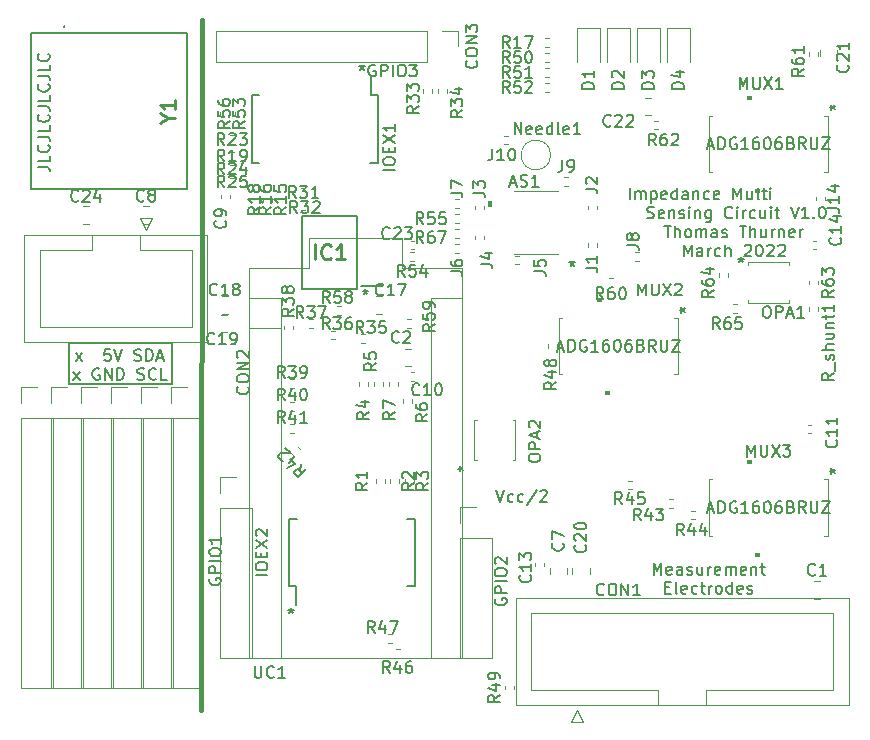
<source format=gbr>
%TF.GenerationSoftware,KiCad,Pcbnew,(6.0.4)*%
%TF.CreationDate,2022-12-09T13:12:30+01:00*%
%TF.ProjectId,SmartArtificialSoftTissue_Standard_v2,536d6172-7441-4727-9469-66696369616c,rev?*%
%TF.SameCoordinates,Original*%
%TF.FileFunction,Legend,Top*%
%TF.FilePolarity,Positive*%
%FSLAX46Y46*%
G04 Gerber Fmt 4.6, Leading zero omitted, Abs format (unit mm)*
G04 Created by KiCad (PCBNEW (6.0.4)) date 2022-12-09 13:12:30*
%MOMM*%
%LPD*%
G01*
G04 APERTURE LIST*
%ADD10C,0.150000*%
%ADD11C,0.400000*%
%ADD12C,0.254000*%
%ADD13C,0.120000*%
%ADD14C,0.200000*%
%ADD15C,0.100000*%
G04 APERTURE END LIST*
D10*
X55400000Y-83200000D02*
X64100000Y-83200000D01*
X64100000Y-83200000D02*
X64100000Y-86700000D01*
X64100000Y-86700000D02*
X55400000Y-86700000D01*
X55400000Y-86700000D02*
X55400000Y-83200000D01*
D11*
X66600000Y-114300000D02*
X66675000Y-55880000D01*
D10*
X102888095Y-71062380D02*
X102888095Y-70062380D01*
X103364285Y-71062380D02*
X103364285Y-70395714D01*
X103364285Y-70490952D02*
X103411904Y-70443333D01*
X103507142Y-70395714D01*
X103650000Y-70395714D01*
X103745238Y-70443333D01*
X103792857Y-70538571D01*
X103792857Y-71062380D01*
X103792857Y-70538571D02*
X103840476Y-70443333D01*
X103935714Y-70395714D01*
X104078571Y-70395714D01*
X104173809Y-70443333D01*
X104221428Y-70538571D01*
X104221428Y-71062380D01*
X104697619Y-70395714D02*
X104697619Y-71395714D01*
X104697619Y-70443333D02*
X104792857Y-70395714D01*
X104983333Y-70395714D01*
X105078571Y-70443333D01*
X105126190Y-70490952D01*
X105173809Y-70586190D01*
X105173809Y-70871904D01*
X105126190Y-70967142D01*
X105078571Y-71014761D01*
X104983333Y-71062380D01*
X104792857Y-71062380D01*
X104697619Y-71014761D01*
X105983333Y-71014761D02*
X105888095Y-71062380D01*
X105697619Y-71062380D01*
X105602380Y-71014761D01*
X105554761Y-70919523D01*
X105554761Y-70538571D01*
X105602380Y-70443333D01*
X105697619Y-70395714D01*
X105888095Y-70395714D01*
X105983333Y-70443333D01*
X106030952Y-70538571D01*
X106030952Y-70633809D01*
X105554761Y-70729047D01*
X106888095Y-71062380D02*
X106888095Y-70062380D01*
X106888095Y-71014761D02*
X106792857Y-71062380D01*
X106602380Y-71062380D01*
X106507142Y-71014761D01*
X106459523Y-70967142D01*
X106411904Y-70871904D01*
X106411904Y-70586190D01*
X106459523Y-70490952D01*
X106507142Y-70443333D01*
X106602380Y-70395714D01*
X106792857Y-70395714D01*
X106888095Y-70443333D01*
X107792857Y-71062380D02*
X107792857Y-70538571D01*
X107745238Y-70443333D01*
X107650000Y-70395714D01*
X107459523Y-70395714D01*
X107364285Y-70443333D01*
X107792857Y-71014761D02*
X107697619Y-71062380D01*
X107459523Y-71062380D01*
X107364285Y-71014761D01*
X107316666Y-70919523D01*
X107316666Y-70824285D01*
X107364285Y-70729047D01*
X107459523Y-70681428D01*
X107697619Y-70681428D01*
X107792857Y-70633809D01*
X108269047Y-70395714D02*
X108269047Y-71062380D01*
X108269047Y-70490952D02*
X108316666Y-70443333D01*
X108411904Y-70395714D01*
X108554761Y-70395714D01*
X108650000Y-70443333D01*
X108697619Y-70538571D01*
X108697619Y-71062380D01*
X109602380Y-71014761D02*
X109507142Y-71062380D01*
X109316666Y-71062380D01*
X109221428Y-71014761D01*
X109173809Y-70967142D01*
X109126190Y-70871904D01*
X109126190Y-70586190D01*
X109173809Y-70490952D01*
X109221428Y-70443333D01*
X109316666Y-70395714D01*
X109507142Y-70395714D01*
X109602380Y-70443333D01*
X110411904Y-71014761D02*
X110316666Y-71062380D01*
X110126190Y-71062380D01*
X110030952Y-71014761D01*
X109983333Y-70919523D01*
X109983333Y-70538571D01*
X110030952Y-70443333D01*
X110126190Y-70395714D01*
X110316666Y-70395714D01*
X110411904Y-70443333D01*
X110459523Y-70538571D01*
X110459523Y-70633809D01*
X109983333Y-70729047D01*
X111650000Y-71062380D02*
X111650000Y-70062380D01*
X111983333Y-70776666D01*
X112316666Y-70062380D01*
X112316666Y-71062380D01*
X113221428Y-70395714D02*
X113221428Y-71062380D01*
X112792857Y-70395714D02*
X112792857Y-70919523D01*
X112840476Y-71014761D01*
X112935714Y-71062380D01*
X113078571Y-71062380D01*
X113173809Y-71014761D01*
X113221428Y-70967142D01*
X113840476Y-71062380D02*
X113745238Y-71014761D01*
X113697619Y-70919523D01*
X113697619Y-70062380D01*
X114078571Y-70395714D02*
X114459523Y-70395714D01*
X114221428Y-70062380D02*
X114221428Y-70919523D01*
X114269047Y-71014761D01*
X114364285Y-71062380D01*
X114459523Y-71062380D01*
X114792857Y-71062380D02*
X114792857Y-70395714D01*
X114792857Y-70062380D02*
X114745238Y-70110000D01*
X114792857Y-70157619D01*
X114840476Y-70110000D01*
X114792857Y-70062380D01*
X114792857Y-70157619D01*
X104364285Y-72624761D02*
X104507142Y-72672380D01*
X104745238Y-72672380D01*
X104840476Y-72624761D01*
X104888095Y-72577142D01*
X104935714Y-72481904D01*
X104935714Y-72386666D01*
X104888095Y-72291428D01*
X104840476Y-72243809D01*
X104745238Y-72196190D01*
X104554761Y-72148571D01*
X104459523Y-72100952D01*
X104411904Y-72053333D01*
X104364285Y-71958095D01*
X104364285Y-71862857D01*
X104411904Y-71767619D01*
X104459523Y-71720000D01*
X104554761Y-71672380D01*
X104792857Y-71672380D01*
X104935714Y-71720000D01*
X105745238Y-72624761D02*
X105650000Y-72672380D01*
X105459523Y-72672380D01*
X105364285Y-72624761D01*
X105316666Y-72529523D01*
X105316666Y-72148571D01*
X105364285Y-72053333D01*
X105459523Y-72005714D01*
X105650000Y-72005714D01*
X105745238Y-72053333D01*
X105792857Y-72148571D01*
X105792857Y-72243809D01*
X105316666Y-72339047D01*
X106221428Y-72005714D02*
X106221428Y-72672380D01*
X106221428Y-72100952D02*
X106269047Y-72053333D01*
X106364285Y-72005714D01*
X106507142Y-72005714D01*
X106602380Y-72053333D01*
X106650000Y-72148571D01*
X106650000Y-72672380D01*
X107078571Y-72624761D02*
X107173809Y-72672380D01*
X107364285Y-72672380D01*
X107459523Y-72624761D01*
X107507142Y-72529523D01*
X107507142Y-72481904D01*
X107459523Y-72386666D01*
X107364285Y-72339047D01*
X107221428Y-72339047D01*
X107126190Y-72291428D01*
X107078571Y-72196190D01*
X107078571Y-72148571D01*
X107126190Y-72053333D01*
X107221428Y-72005714D01*
X107364285Y-72005714D01*
X107459523Y-72053333D01*
X107935714Y-72672380D02*
X107935714Y-72005714D01*
X107935714Y-71672380D02*
X107888095Y-71720000D01*
X107935714Y-71767619D01*
X107983333Y-71720000D01*
X107935714Y-71672380D01*
X107935714Y-71767619D01*
X108411904Y-72005714D02*
X108411904Y-72672380D01*
X108411904Y-72100952D02*
X108459523Y-72053333D01*
X108554761Y-72005714D01*
X108697619Y-72005714D01*
X108792857Y-72053333D01*
X108840476Y-72148571D01*
X108840476Y-72672380D01*
X109745238Y-72005714D02*
X109745238Y-72815238D01*
X109697619Y-72910476D01*
X109650000Y-72958095D01*
X109554761Y-73005714D01*
X109411904Y-73005714D01*
X109316666Y-72958095D01*
X109745238Y-72624761D02*
X109650000Y-72672380D01*
X109459523Y-72672380D01*
X109364285Y-72624761D01*
X109316666Y-72577142D01*
X109269047Y-72481904D01*
X109269047Y-72196190D01*
X109316666Y-72100952D01*
X109364285Y-72053333D01*
X109459523Y-72005714D01*
X109650000Y-72005714D01*
X109745238Y-72053333D01*
X111554761Y-72577142D02*
X111507142Y-72624761D01*
X111364285Y-72672380D01*
X111269047Y-72672380D01*
X111126190Y-72624761D01*
X111030952Y-72529523D01*
X110983333Y-72434285D01*
X110935714Y-72243809D01*
X110935714Y-72100952D01*
X110983333Y-71910476D01*
X111030952Y-71815238D01*
X111126190Y-71720000D01*
X111269047Y-71672380D01*
X111364285Y-71672380D01*
X111507142Y-71720000D01*
X111554761Y-71767619D01*
X111983333Y-72672380D02*
X111983333Y-72005714D01*
X111983333Y-71672380D02*
X111935714Y-71720000D01*
X111983333Y-71767619D01*
X112030952Y-71720000D01*
X111983333Y-71672380D01*
X111983333Y-71767619D01*
X112459523Y-72672380D02*
X112459523Y-72005714D01*
X112459523Y-72196190D02*
X112507142Y-72100952D01*
X112554761Y-72053333D01*
X112650000Y-72005714D01*
X112745238Y-72005714D01*
X113507142Y-72624761D02*
X113411904Y-72672380D01*
X113221428Y-72672380D01*
X113126190Y-72624761D01*
X113078571Y-72577142D01*
X113030952Y-72481904D01*
X113030952Y-72196190D01*
X113078571Y-72100952D01*
X113126190Y-72053333D01*
X113221428Y-72005714D01*
X113411904Y-72005714D01*
X113507142Y-72053333D01*
X114364285Y-72005714D02*
X114364285Y-72672380D01*
X113935714Y-72005714D02*
X113935714Y-72529523D01*
X113983333Y-72624761D01*
X114078571Y-72672380D01*
X114221428Y-72672380D01*
X114316666Y-72624761D01*
X114364285Y-72577142D01*
X114840476Y-72672380D02*
X114840476Y-72005714D01*
X114840476Y-71672380D02*
X114792857Y-71720000D01*
X114840476Y-71767619D01*
X114888095Y-71720000D01*
X114840476Y-71672380D01*
X114840476Y-71767619D01*
X115173809Y-72005714D02*
X115554761Y-72005714D01*
X115316666Y-71672380D02*
X115316666Y-72529523D01*
X115364285Y-72624761D01*
X115459523Y-72672380D01*
X115554761Y-72672380D01*
X116507142Y-71672380D02*
X116840476Y-72672380D01*
X117173809Y-71672380D01*
X118030952Y-72672380D02*
X117459523Y-72672380D01*
X117745238Y-72672380D02*
X117745238Y-71672380D01*
X117650000Y-71815238D01*
X117554761Y-71910476D01*
X117459523Y-71958095D01*
X118459523Y-72577142D02*
X118507142Y-72624761D01*
X118459523Y-72672380D01*
X118411904Y-72624761D01*
X118459523Y-72577142D01*
X118459523Y-72672380D01*
X119126190Y-71672380D02*
X119221428Y-71672380D01*
X119316666Y-71720000D01*
X119364285Y-71767619D01*
X119411904Y-71862857D01*
X119459523Y-72053333D01*
X119459523Y-72291428D01*
X119411904Y-72481904D01*
X119364285Y-72577142D01*
X119316666Y-72624761D01*
X119221428Y-72672380D01*
X119126190Y-72672380D01*
X119030952Y-72624761D01*
X118983333Y-72577142D01*
X118935714Y-72481904D01*
X118888095Y-72291428D01*
X118888095Y-72053333D01*
X118935714Y-71862857D01*
X118983333Y-71767619D01*
X119030952Y-71720000D01*
X119126190Y-71672380D01*
X105792857Y-73282380D02*
X106364285Y-73282380D01*
X106078571Y-74282380D02*
X106078571Y-73282380D01*
X106697619Y-74282380D02*
X106697619Y-73282380D01*
X107126190Y-74282380D02*
X107126190Y-73758571D01*
X107078571Y-73663333D01*
X106983333Y-73615714D01*
X106840476Y-73615714D01*
X106745238Y-73663333D01*
X106697619Y-73710952D01*
X107745238Y-74282380D02*
X107650000Y-74234761D01*
X107602380Y-74187142D01*
X107554761Y-74091904D01*
X107554761Y-73806190D01*
X107602380Y-73710952D01*
X107650000Y-73663333D01*
X107745238Y-73615714D01*
X107888095Y-73615714D01*
X107983333Y-73663333D01*
X108030952Y-73710952D01*
X108078571Y-73806190D01*
X108078571Y-74091904D01*
X108030952Y-74187142D01*
X107983333Y-74234761D01*
X107888095Y-74282380D01*
X107745238Y-74282380D01*
X108507142Y-74282380D02*
X108507142Y-73615714D01*
X108507142Y-73710952D02*
X108554761Y-73663333D01*
X108650000Y-73615714D01*
X108792857Y-73615714D01*
X108888095Y-73663333D01*
X108935714Y-73758571D01*
X108935714Y-74282380D01*
X108935714Y-73758571D02*
X108983333Y-73663333D01*
X109078571Y-73615714D01*
X109221428Y-73615714D01*
X109316666Y-73663333D01*
X109364285Y-73758571D01*
X109364285Y-74282380D01*
X110269047Y-74282380D02*
X110269047Y-73758571D01*
X110221428Y-73663333D01*
X110126190Y-73615714D01*
X109935714Y-73615714D01*
X109840476Y-73663333D01*
X110269047Y-74234761D02*
X110173809Y-74282380D01*
X109935714Y-74282380D01*
X109840476Y-74234761D01*
X109792857Y-74139523D01*
X109792857Y-74044285D01*
X109840476Y-73949047D01*
X109935714Y-73901428D01*
X110173809Y-73901428D01*
X110269047Y-73853809D01*
X110697619Y-74234761D02*
X110792857Y-74282380D01*
X110983333Y-74282380D01*
X111078571Y-74234761D01*
X111126190Y-74139523D01*
X111126190Y-74091904D01*
X111078571Y-73996666D01*
X110983333Y-73949047D01*
X110840476Y-73949047D01*
X110745238Y-73901428D01*
X110697619Y-73806190D01*
X110697619Y-73758571D01*
X110745238Y-73663333D01*
X110840476Y-73615714D01*
X110983333Y-73615714D01*
X111078571Y-73663333D01*
X112173809Y-73282380D02*
X112745238Y-73282380D01*
X112459523Y-74282380D02*
X112459523Y-73282380D01*
X113078571Y-74282380D02*
X113078571Y-73282380D01*
X113507142Y-74282380D02*
X113507142Y-73758571D01*
X113459523Y-73663333D01*
X113364285Y-73615714D01*
X113221428Y-73615714D01*
X113126190Y-73663333D01*
X113078571Y-73710952D01*
X114411904Y-73615714D02*
X114411904Y-74282380D01*
X113983333Y-73615714D02*
X113983333Y-74139523D01*
X114030952Y-74234761D01*
X114126190Y-74282380D01*
X114269047Y-74282380D01*
X114364285Y-74234761D01*
X114411904Y-74187142D01*
X114888095Y-74282380D02*
X114888095Y-73615714D01*
X114888095Y-73806190D02*
X114935714Y-73710952D01*
X114983333Y-73663333D01*
X115078571Y-73615714D01*
X115173809Y-73615714D01*
X115507142Y-73615714D02*
X115507142Y-74282380D01*
X115507142Y-73710952D02*
X115554761Y-73663333D01*
X115650000Y-73615714D01*
X115792857Y-73615714D01*
X115888095Y-73663333D01*
X115935714Y-73758571D01*
X115935714Y-74282380D01*
X116792857Y-74234761D02*
X116697619Y-74282380D01*
X116507142Y-74282380D01*
X116411904Y-74234761D01*
X116364285Y-74139523D01*
X116364285Y-73758571D01*
X116411904Y-73663333D01*
X116507142Y-73615714D01*
X116697619Y-73615714D01*
X116792857Y-73663333D01*
X116840476Y-73758571D01*
X116840476Y-73853809D01*
X116364285Y-73949047D01*
X117269047Y-74282380D02*
X117269047Y-73615714D01*
X117269047Y-73806190D02*
X117316666Y-73710952D01*
X117364285Y-73663333D01*
X117459523Y-73615714D01*
X117554761Y-73615714D01*
X107459523Y-75892380D02*
X107459523Y-74892380D01*
X107792857Y-75606666D01*
X108126190Y-74892380D01*
X108126190Y-75892380D01*
X109030952Y-75892380D02*
X109030952Y-75368571D01*
X108983333Y-75273333D01*
X108888095Y-75225714D01*
X108697619Y-75225714D01*
X108602380Y-75273333D01*
X109030952Y-75844761D02*
X108935714Y-75892380D01*
X108697619Y-75892380D01*
X108602380Y-75844761D01*
X108554761Y-75749523D01*
X108554761Y-75654285D01*
X108602380Y-75559047D01*
X108697619Y-75511428D01*
X108935714Y-75511428D01*
X109030952Y-75463809D01*
X109507142Y-75892380D02*
X109507142Y-75225714D01*
X109507142Y-75416190D02*
X109554761Y-75320952D01*
X109602380Y-75273333D01*
X109697619Y-75225714D01*
X109792857Y-75225714D01*
X110554761Y-75844761D02*
X110459523Y-75892380D01*
X110269047Y-75892380D01*
X110173809Y-75844761D01*
X110126190Y-75797142D01*
X110078571Y-75701904D01*
X110078571Y-75416190D01*
X110126190Y-75320952D01*
X110173809Y-75273333D01*
X110269047Y-75225714D01*
X110459523Y-75225714D01*
X110554761Y-75273333D01*
X110983333Y-75892380D02*
X110983333Y-74892380D01*
X111411904Y-75892380D02*
X111411904Y-75368571D01*
X111364285Y-75273333D01*
X111269047Y-75225714D01*
X111126190Y-75225714D01*
X111030952Y-75273333D01*
X110983333Y-75320952D01*
X112602380Y-74987619D02*
X112650000Y-74940000D01*
X112745238Y-74892380D01*
X112983333Y-74892380D01*
X113078571Y-74940000D01*
X113126190Y-74987619D01*
X113173809Y-75082857D01*
X113173809Y-75178095D01*
X113126190Y-75320952D01*
X112554761Y-75892380D01*
X113173809Y-75892380D01*
X113792857Y-74892380D02*
X113888095Y-74892380D01*
X113983333Y-74940000D01*
X114030952Y-74987619D01*
X114078571Y-75082857D01*
X114126190Y-75273333D01*
X114126190Y-75511428D01*
X114078571Y-75701904D01*
X114030952Y-75797142D01*
X113983333Y-75844761D01*
X113888095Y-75892380D01*
X113792857Y-75892380D01*
X113697619Y-75844761D01*
X113650000Y-75797142D01*
X113602380Y-75701904D01*
X113554761Y-75511428D01*
X113554761Y-75273333D01*
X113602380Y-75082857D01*
X113650000Y-74987619D01*
X113697619Y-74940000D01*
X113792857Y-74892380D01*
X114507142Y-74987619D02*
X114554761Y-74940000D01*
X114650000Y-74892380D01*
X114888095Y-74892380D01*
X114983333Y-74940000D01*
X115030952Y-74987619D01*
X115078571Y-75082857D01*
X115078571Y-75178095D01*
X115030952Y-75320952D01*
X114459523Y-75892380D01*
X115078571Y-75892380D01*
X115459523Y-74987619D02*
X115507142Y-74940000D01*
X115602380Y-74892380D01*
X115840476Y-74892380D01*
X115935714Y-74940000D01*
X115983333Y-74987619D01*
X116030952Y-75082857D01*
X116030952Y-75178095D01*
X115983333Y-75320952D01*
X115411904Y-75892380D01*
X116030952Y-75892380D01*
X52752380Y-68319047D02*
X53466666Y-68319047D01*
X53609523Y-68366666D01*
X53704761Y-68461904D01*
X53752380Y-68604761D01*
X53752380Y-68700000D01*
X53752380Y-67366666D02*
X53752380Y-67842857D01*
X52752380Y-67842857D01*
X53657142Y-66461904D02*
X53704761Y-66509523D01*
X53752380Y-66652380D01*
X53752380Y-66747619D01*
X53704761Y-66890476D01*
X53609523Y-66985714D01*
X53514285Y-67033333D01*
X53323809Y-67080952D01*
X53180952Y-67080952D01*
X52990476Y-67033333D01*
X52895238Y-66985714D01*
X52800000Y-66890476D01*
X52752380Y-66747619D01*
X52752380Y-66652380D01*
X52800000Y-66509523D01*
X52847619Y-66461904D01*
X52752380Y-65747619D02*
X53466666Y-65747619D01*
X53609523Y-65795238D01*
X53704761Y-65890476D01*
X53752380Y-66033333D01*
X53752380Y-66128571D01*
X53752380Y-64795238D02*
X53752380Y-65271428D01*
X52752380Y-65271428D01*
X53657142Y-63890476D02*
X53704761Y-63938095D01*
X53752380Y-64080952D01*
X53752380Y-64176190D01*
X53704761Y-64319047D01*
X53609523Y-64414285D01*
X53514285Y-64461904D01*
X53323809Y-64509523D01*
X53180952Y-64509523D01*
X52990476Y-64461904D01*
X52895238Y-64414285D01*
X52800000Y-64319047D01*
X52752380Y-64176190D01*
X52752380Y-64080952D01*
X52800000Y-63938095D01*
X52847619Y-63890476D01*
X52752380Y-63176190D02*
X53466666Y-63176190D01*
X53609523Y-63223809D01*
X53704761Y-63319047D01*
X53752380Y-63461904D01*
X53752380Y-63557142D01*
X53752380Y-62223809D02*
X53752380Y-62700000D01*
X52752380Y-62700000D01*
X53657142Y-61319047D02*
X53704761Y-61366666D01*
X53752380Y-61509523D01*
X53752380Y-61604761D01*
X53704761Y-61747619D01*
X53609523Y-61842857D01*
X53514285Y-61890476D01*
X53323809Y-61938095D01*
X53180952Y-61938095D01*
X52990476Y-61890476D01*
X52895238Y-61842857D01*
X52800000Y-61747619D01*
X52752380Y-61604761D01*
X52752380Y-61509523D01*
X52800000Y-61366666D01*
X52847619Y-61319047D01*
X52752380Y-60604761D02*
X53466666Y-60604761D01*
X53609523Y-60652380D01*
X53704761Y-60747619D01*
X53752380Y-60890476D01*
X53752380Y-60985714D01*
X53752380Y-59652380D02*
X53752380Y-60128571D01*
X52752380Y-60128571D01*
X53657142Y-58747619D02*
X53704761Y-58795238D01*
X53752380Y-58938095D01*
X53752380Y-59033333D01*
X53704761Y-59176190D01*
X53609523Y-59271428D01*
X53514285Y-59319047D01*
X53323809Y-59366666D01*
X53180952Y-59366666D01*
X52990476Y-59319047D01*
X52895238Y-59271428D01*
X52800000Y-59176190D01*
X52752380Y-59033333D01*
X52752380Y-58938095D01*
X52800000Y-58795238D01*
X52847619Y-58747619D01*
X74200000Y-105652380D02*
X74200000Y-105890476D01*
X73961904Y-105795238D02*
X74200000Y-105890476D01*
X74438095Y-105795238D01*
X74057142Y-106080952D02*
X74200000Y-105890476D01*
X74342857Y-106080952D01*
X80500000Y-78652380D02*
X80500000Y-78890476D01*
X80261904Y-78795238D02*
X80500000Y-78890476D01*
X80738095Y-78795238D01*
X80357142Y-79080952D02*
X80500000Y-78890476D01*
X80642857Y-79080952D01*
X104894642Y-102834880D02*
X104894642Y-101834880D01*
X105227976Y-102549166D01*
X105561309Y-101834880D01*
X105561309Y-102834880D01*
X106418452Y-102787261D02*
X106323214Y-102834880D01*
X106132738Y-102834880D01*
X106037500Y-102787261D01*
X105989880Y-102692023D01*
X105989880Y-102311071D01*
X106037500Y-102215833D01*
X106132738Y-102168214D01*
X106323214Y-102168214D01*
X106418452Y-102215833D01*
X106466071Y-102311071D01*
X106466071Y-102406309D01*
X105989880Y-102501547D01*
X107323214Y-102834880D02*
X107323214Y-102311071D01*
X107275595Y-102215833D01*
X107180357Y-102168214D01*
X106989880Y-102168214D01*
X106894642Y-102215833D01*
X107323214Y-102787261D02*
X107227976Y-102834880D01*
X106989880Y-102834880D01*
X106894642Y-102787261D01*
X106847023Y-102692023D01*
X106847023Y-102596785D01*
X106894642Y-102501547D01*
X106989880Y-102453928D01*
X107227976Y-102453928D01*
X107323214Y-102406309D01*
X107751785Y-102787261D02*
X107847023Y-102834880D01*
X108037500Y-102834880D01*
X108132738Y-102787261D01*
X108180357Y-102692023D01*
X108180357Y-102644404D01*
X108132738Y-102549166D01*
X108037500Y-102501547D01*
X107894642Y-102501547D01*
X107799404Y-102453928D01*
X107751785Y-102358690D01*
X107751785Y-102311071D01*
X107799404Y-102215833D01*
X107894642Y-102168214D01*
X108037500Y-102168214D01*
X108132738Y-102215833D01*
X109037500Y-102168214D02*
X109037500Y-102834880D01*
X108608928Y-102168214D02*
X108608928Y-102692023D01*
X108656547Y-102787261D01*
X108751785Y-102834880D01*
X108894642Y-102834880D01*
X108989880Y-102787261D01*
X109037500Y-102739642D01*
X109513690Y-102834880D02*
X109513690Y-102168214D01*
X109513690Y-102358690D02*
X109561309Y-102263452D01*
X109608928Y-102215833D01*
X109704166Y-102168214D01*
X109799404Y-102168214D01*
X110513690Y-102787261D02*
X110418452Y-102834880D01*
X110227976Y-102834880D01*
X110132738Y-102787261D01*
X110085119Y-102692023D01*
X110085119Y-102311071D01*
X110132738Y-102215833D01*
X110227976Y-102168214D01*
X110418452Y-102168214D01*
X110513690Y-102215833D01*
X110561309Y-102311071D01*
X110561309Y-102406309D01*
X110085119Y-102501547D01*
X110989880Y-102834880D02*
X110989880Y-102168214D01*
X110989880Y-102263452D02*
X111037500Y-102215833D01*
X111132738Y-102168214D01*
X111275595Y-102168214D01*
X111370833Y-102215833D01*
X111418452Y-102311071D01*
X111418452Y-102834880D01*
X111418452Y-102311071D02*
X111466071Y-102215833D01*
X111561309Y-102168214D01*
X111704166Y-102168214D01*
X111799404Y-102215833D01*
X111847023Y-102311071D01*
X111847023Y-102834880D01*
X112704166Y-102787261D02*
X112608928Y-102834880D01*
X112418452Y-102834880D01*
X112323214Y-102787261D01*
X112275595Y-102692023D01*
X112275595Y-102311071D01*
X112323214Y-102215833D01*
X112418452Y-102168214D01*
X112608928Y-102168214D01*
X112704166Y-102215833D01*
X112751785Y-102311071D01*
X112751785Y-102406309D01*
X112275595Y-102501547D01*
X113180357Y-102168214D02*
X113180357Y-102834880D01*
X113180357Y-102263452D02*
X113227976Y-102215833D01*
X113323214Y-102168214D01*
X113466071Y-102168214D01*
X113561309Y-102215833D01*
X113608928Y-102311071D01*
X113608928Y-102834880D01*
X113942261Y-102168214D02*
X114323214Y-102168214D01*
X114085119Y-101834880D02*
X114085119Y-102692023D01*
X114132738Y-102787261D01*
X114227976Y-102834880D01*
X114323214Y-102834880D01*
X105870833Y-103921071D02*
X106204166Y-103921071D01*
X106347023Y-104444880D02*
X105870833Y-104444880D01*
X105870833Y-103444880D01*
X106347023Y-103444880D01*
X106918452Y-104444880D02*
X106823214Y-104397261D01*
X106775595Y-104302023D01*
X106775595Y-103444880D01*
X107680357Y-104397261D02*
X107585119Y-104444880D01*
X107394642Y-104444880D01*
X107299404Y-104397261D01*
X107251785Y-104302023D01*
X107251785Y-103921071D01*
X107299404Y-103825833D01*
X107394642Y-103778214D01*
X107585119Y-103778214D01*
X107680357Y-103825833D01*
X107727976Y-103921071D01*
X107727976Y-104016309D01*
X107251785Y-104111547D01*
X108585119Y-104397261D02*
X108489880Y-104444880D01*
X108299404Y-104444880D01*
X108204166Y-104397261D01*
X108156547Y-104349642D01*
X108108928Y-104254404D01*
X108108928Y-103968690D01*
X108156547Y-103873452D01*
X108204166Y-103825833D01*
X108299404Y-103778214D01*
X108489880Y-103778214D01*
X108585119Y-103825833D01*
X108870833Y-103778214D02*
X109251785Y-103778214D01*
X109013690Y-103444880D02*
X109013690Y-104302023D01*
X109061309Y-104397261D01*
X109156547Y-104444880D01*
X109251785Y-104444880D01*
X109585119Y-104444880D02*
X109585119Y-103778214D01*
X109585119Y-103968690D02*
X109632738Y-103873452D01*
X109680357Y-103825833D01*
X109775595Y-103778214D01*
X109870833Y-103778214D01*
X110347023Y-104444880D02*
X110251785Y-104397261D01*
X110204166Y-104349642D01*
X110156547Y-104254404D01*
X110156547Y-103968690D01*
X110204166Y-103873452D01*
X110251785Y-103825833D01*
X110347023Y-103778214D01*
X110489880Y-103778214D01*
X110585119Y-103825833D01*
X110632738Y-103873452D01*
X110680357Y-103968690D01*
X110680357Y-104254404D01*
X110632738Y-104349642D01*
X110585119Y-104397261D01*
X110489880Y-104444880D01*
X110347023Y-104444880D01*
X111537500Y-104444880D02*
X111537500Y-103444880D01*
X111537500Y-104397261D02*
X111442261Y-104444880D01*
X111251785Y-104444880D01*
X111156547Y-104397261D01*
X111108928Y-104349642D01*
X111061309Y-104254404D01*
X111061309Y-103968690D01*
X111108928Y-103873452D01*
X111156547Y-103825833D01*
X111251785Y-103778214D01*
X111442261Y-103778214D01*
X111537500Y-103825833D01*
X112394642Y-104397261D02*
X112299404Y-104444880D01*
X112108928Y-104444880D01*
X112013690Y-104397261D01*
X111966071Y-104302023D01*
X111966071Y-103921071D01*
X112013690Y-103825833D01*
X112108928Y-103778214D01*
X112299404Y-103778214D01*
X112394642Y-103825833D01*
X112442261Y-103921071D01*
X112442261Y-104016309D01*
X111966071Y-104111547D01*
X112823214Y-104397261D02*
X112918452Y-104444880D01*
X113108928Y-104444880D01*
X113204166Y-104397261D01*
X113251785Y-104302023D01*
X113251785Y-104254404D01*
X113204166Y-104159166D01*
X113108928Y-104111547D01*
X112966071Y-104111547D01*
X112870833Y-104063928D01*
X112823214Y-103968690D01*
X112823214Y-103921071D01*
X112870833Y-103825833D01*
X112966071Y-103778214D01*
X113108928Y-103778214D01*
X113204166Y-103825833D01*
X55985714Y-84747380D02*
X56509523Y-84080714D01*
X55985714Y-84080714D02*
X56509523Y-84747380D01*
X58890476Y-83747380D02*
X58414285Y-83747380D01*
X58366666Y-84223571D01*
X58414285Y-84175952D01*
X58509523Y-84128333D01*
X58747619Y-84128333D01*
X58842857Y-84175952D01*
X58890476Y-84223571D01*
X58938095Y-84318809D01*
X58938095Y-84556904D01*
X58890476Y-84652142D01*
X58842857Y-84699761D01*
X58747619Y-84747380D01*
X58509523Y-84747380D01*
X58414285Y-84699761D01*
X58366666Y-84652142D01*
X59223809Y-83747380D02*
X59557142Y-84747380D01*
X59890476Y-83747380D01*
X60938095Y-84699761D02*
X61080952Y-84747380D01*
X61319047Y-84747380D01*
X61414285Y-84699761D01*
X61461904Y-84652142D01*
X61509523Y-84556904D01*
X61509523Y-84461666D01*
X61461904Y-84366428D01*
X61414285Y-84318809D01*
X61319047Y-84271190D01*
X61128571Y-84223571D01*
X61033333Y-84175952D01*
X60985714Y-84128333D01*
X60938095Y-84033095D01*
X60938095Y-83937857D01*
X60985714Y-83842619D01*
X61033333Y-83795000D01*
X61128571Y-83747380D01*
X61366666Y-83747380D01*
X61509523Y-83795000D01*
X61938095Y-84747380D02*
X61938095Y-83747380D01*
X62176190Y-83747380D01*
X62319047Y-83795000D01*
X62414285Y-83890238D01*
X62461904Y-83985476D01*
X62509523Y-84175952D01*
X62509523Y-84318809D01*
X62461904Y-84509285D01*
X62414285Y-84604523D01*
X62319047Y-84699761D01*
X62176190Y-84747380D01*
X61938095Y-84747380D01*
X62890476Y-84461666D02*
X63366666Y-84461666D01*
X62795238Y-84747380D02*
X63128571Y-83747380D01*
X63461904Y-84747380D01*
X55771428Y-86357380D02*
X56295238Y-85690714D01*
X55771428Y-85690714D02*
X56295238Y-86357380D01*
X57961904Y-85405000D02*
X57866666Y-85357380D01*
X57723809Y-85357380D01*
X57580952Y-85405000D01*
X57485714Y-85500238D01*
X57438095Y-85595476D01*
X57390476Y-85785952D01*
X57390476Y-85928809D01*
X57438095Y-86119285D01*
X57485714Y-86214523D01*
X57580952Y-86309761D01*
X57723809Y-86357380D01*
X57819047Y-86357380D01*
X57961904Y-86309761D01*
X58009523Y-86262142D01*
X58009523Y-85928809D01*
X57819047Y-85928809D01*
X58438095Y-86357380D02*
X58438095Y-85357380D01*
X59009523Y-86357380D01*
X59009523Y-85357380D01*
X59485714Y-86357380D02*
X59485714Y-85357380D01*
X59723809Y-85357380D01*
X59866666Y-85405000D01*
X59961904Y-85500238D01*
X60009523Y-85595476D01*
X60057142Y-85785952D01*
X60057142Y-85928809D01*
X60009523Y-86119285D01*
X59961904Y-86214523D01*
X59866666Y-86309761D01*
X59723809Y-86357380D01*
X59485714Y-86357380D01*
X61200000Y-86309761D02*
X61342857Y-86357380D01*
X61580952Y-86357380D01*
X61676190Y-86309761D01*
X61723809Y-86262142D01*
X61771428Y-86166904D01*
X61771428Y-86071666D01*
X61723809Y-85976428D01*
X61676190Y-85928809D01*
X61580952Y-85881190D01*
X61390476Y-85833571D01*
X61295238Y-85785952D01*
X61247619Y-85738333D01*
X61200000Y-85643095D01*
X61200000Y-85547857D01*
X61247619Y-85452619D01*
X61295238Y-85405000D01*
X61390476Y-85357380D01*
X61628571Y-85357380D01*
X61771428Y-85405000D01*
X62771428Y-86262142D02*
X62723809Y-86309761D01*
X62580952Y-86357380D01*
X62485714Y-86357380D01*
X62342857Y-86309761D01*
X62247619Y-86214523D01*
X62200000Y-86119285D01*
X62152380Y-85928809D01*
X62152380Y-85785952D01*
X62200000Y-85595476D01*
X62247619Y-85500238D01*
X62342857Y-85405000D01*
X62485714Y-85357380D01*
X62580952Y-85357380D01*
X62723809Y-85405000D01*
X62771428Y-85452619D01*
X63676190Y-86357380D02*
X63200000Y-86357380D01*
X63200000Y-85357380D01*
X67300000Y-103176190D02*
X67252380Y-103271428D01*
X67252380Y-103414285D01*
X67300000Y-103557142D01*
X67395238Y-103652380D01*
X67490476Y-103700000D01*
X67680952Y-103747619D01*
X67823809Y-103747619D01*
X68014285Y-103700000D01*
X68109523Y-103652380D01*
X68204761Y-103557142D01*
X68252380Y-103414285D01*
X68252380Y-103319047D01*
X68204761Y-103176190D01*
X68157142Y-103128571D01*
X67823809Y-103128571D01*
X67823809Y-103319047D01*
X68252380Y-102700000D02*
X67252380Y-102700000D01*
X67252380Y-102319047D01*
X67300000Y-102223809D01*
X67347619Y-102176190D01*
X67442857Y-102128571D01*
X67585714Y-102128571D01*
X67680952Y-102176190D01*
X67728571Y-102223809D01*
X67776190Y-102319047D01*
X67776190Y-102700000D01*
X68252380Y-101700000D02*
X67252380Y-101700000D01*
X67252380Y-101033333D02*
X67252380Y-100842857D01*
X67300000Y-100747619D01*
X67395238Y-100652380D01*
X67585714Y-100604761D01*
X67919047Y-100604761D01*
X68109523Y-100652380D01*
X68204761Y-100747619D01*
X68252380Y-100842857D01*
X68252380Y-101033333D01*
X68204761Y-101128571D01*
X68109523Y-101223809D01*
X67919047Y-101271428D01*
X67585714Y-101271428D01*
X67395238Y-101223809D01*
X67300000Y-101128571D01*
X67252380Y-101033333D01*
X68252380Y-99652380D02*
X68252380Y-100223809D01*
X68252380Y-99938095D02*
X67252380Y-99938095D01*
X67395238Y-100033333D01*
X67490476Y-100128571D01*
X67538095Y-100223809D01*
X91500000Y-104876190D02*
X91452380Y-104971428D01*
X91452380Y-105114285D01*
X91500000Y-105257142D01*
X91595238Y-105352380D01*
X91690476Y-105400000D01*
X91880952Y-105447619D01*
X92023809Y-105447619D01*
X92214285Y-105400000D01*
X92309523Y-105352380D01*
X92404761Y-105257142D01*
X92452380Y-105114285D01*
X92452380Y-105019047D01*
X92404761Y-104876190D01*
X92357142Y-104828571D01*
X92023809Y-104828571D01*
X92023809Y-105019047D01*
X92452380Y-104400000D02*
X91452380Y-104400000D01*
X91452380Y-104019047D01*
X91500000Y-103923809D01*
X91547619Y-103876190D01*
X91642857Y-103828571D01*
X91785714Y-103828571D01*
X91880952Y-103876190D01*
X91928571Y-103923809D01*
X91976190Y-104019047D01*
X91976190Y-104400000D01*
X92452380Y-103400000D02*
X91452380Y-103400000D01*
X91452380Y-102733333D02*
X91452380Y-102542857D01*
X91500000Y-102447619D01*
X91595238Y-102352380D01*
X91785714Y-102304761D01*
X92119047Y-102304761D01*
X92309523Y-102352380D01*
X92404761Y-102447619D01*
X92452380Y-102542857D01*
X92452380Y-102733333D01*
X92404761Y-102828571D01*
X92309523Y-102923809D01*
X92119047Y-102971428D01*
X91785714Y-102971428D01*
X91595238Y-102923809D01*
X91500000Y-102828571D01*
X91452380Y-102733333D01*
X91547619Y-101923809D02*
X91500000Y-101876190D01*
X91452380Y-101780952D01*
X91452380Y-101542857D01*
X91500000Y-101447619D01*
X91547619Y-101400000D01*
X91642857Y-101352380D01*
X91738095Y-101352380D01*
X91880952Y-101400000D01*
X92452380Y-101971428D01*
X92452380Y-101352380D01*
X81323809Y-59700000D02*
X81228571Y-59652380D01*
X81085714Y-59652380D01*
X80942857Y-59700000D01*
X80847619Y-59795238D01*
X80800000Y-59890476D01*
X80752380Y-60080952D01*
X80752380Y-60223809D01*
X80800000Y-60414285D01*
X80847619Y-60509523D01*
X80942857Y-60604761D01*
X81085714Y-60652380D01*
X81180952Y-60652380D01*
X81323809Y-60604761D01*
X81371428Y-60557142D01*
X81371428Y-60223809D01*
X81180952Y-60223809D01*
X81800000Y-60652380D02*
X81800000Y-59652380D01*
X82180952Y-59652380D01*
X82276190Y-59700000D01*
X82323809Y-59747619D01*
X82371428Y-59842857D01*
X82371428Y-59985714D01*
X82323809Y-60080952D01*
X82276190Y-60128571D01*
X82180952Y-60176190D01*
X81800000Y-60176190D01*
X82800000Y-60652380D02*
X82800000Y-59652380D01*
X83466666Y-59652380D02*
X83657142Y-59652380D01*
X83752380Y-59700000D01*
X83847619Y-59795238D01*
X83895238Y-59985714D01*
X83895238Y-60319047D01*
X83847619Y-60509523D01*
X83752380Y-60604761D01*
X83657142Y-60652380D01*
X83466666Y-60652380D01*
X83371428Y-60604761D01*
X83276190Y-60509523D01*
X83228571Y-60319047D01*
X83228571Y-59985714D01*
X83276190Y-59795238D01*
X83371428Y-59700000D01*
X83466666Y-59652380D01*
X84228571Y-59652380D02*
X84847619Y-59652380D01*
X84514285Y-60033333D01*
X84657142Y-60033333D01*
X84752380Y-60080952D01*
X84800000Y-60128571D01*
X84847619Y-60223809D01*
X84847619Y-60461904D01*
X84800000Y-60557142D01*
X84752380Y-60604761D01*
X84657142Y-60652380D01*
X84371428Y-60652380D01*
X84276190Y-60604761D01*
X84228571Y-60557142D01*
X80200000Y-59652380D02*
X80200000Y-59890476D01*
X79961904Y-59795238D02*
X80200000Y-59890476D01*
X80438095Y-59795238D01*
X80057142Y-60080952D02*
X80200000Y-59890476D01*
X80342857Y-60080952D01*
X91579523Y-95682380D02*
X91912857Y-96682380D01*
X92246190Y-95682380D01*
X93008095Y-96634761D02*
X92912857Y-96682380D01*
X92722380Y-96682380D01*
X92627142Y-96634761D01*
X92579523Y-96587142D01*
X92531904Y-96491904D01*
X92531904Y-96206190D01*
X92579523Y-96110952D01*
X92627142Y-96063333D01*
X92722380Y-96015714D01*
X92912857Y-96015714D01*
X93008095Y-96063333D01*
X93865238Y-96634761D02*
X93770000Y-96682380D01*
X93579523Y-96682380D01*
X93484285Y-96634761D01*
X93436666Y-96587142D01*
X93389047Y-96491904D01*
X93389047Y-96206190D01*
X93436666Y-96110952D01*
X93484285Y-96063333D01*
X93579523Y-96015714D01*
X93770000Y-96015714D01*
X93865238Y-96063333D01*
X95008095Y-95634761D02*
X94150952Y-96920476D01*
X95293809Y-95777619D02*
X95341428Y-95730000D01*
X95436666Y-95682380D01*
X95674761Y-95682380D01*
X95770000Y-95730000D01*
X95817619Y-95777619D01*
X95865238Y-95872857D01*
X95865238Y-95968095D01*
X95817619Y-96110952D01*
X95246190Y-96682380D01*
X95865238Y-96682380D01*
%TO.C,C8*%
X61745833Y-71159642D02*
X61698214Y-71207261D01*
X61555357Y-71254880D01*
X61460119Y-71254880D01*
X61317261Y-71207261D01*
X61222023Y-71112023D01*
X61174404Y-71016785D01*
X61126785Y-70826309D01*
X61126785Y-70683452D01*
X61174404Y-70492976D01*
X61222023Y-70397738D01*
X61317261Y-70302500D01*
X61460119Y-70254880D01*
X61555357Y-70254880D01*
X61698214Y-70302500D01*
X61745833Y-70350119D01*
X62317261Y-70683452D02*
X62222023Y-70635833D01*
X62174404Y-70588214D01*
X62126785Y-70492976D01*
X62126785Y-70445357D01*
X62174404Y-70350119D01*
X62222023Y-70302500D01*
X62317261Y-70254880D01*
X62507738Y-70254880D01*
X62602976Y-70302500D01*
X62650595Y-70350119D01*
X62698214Y-70445357D01*
X62698214Y-70492976D01*
X62650595Y-70588214D01*
X62602976Y-70635833D01*
X62507738Y-70683452D01*
X62317261Y-70683452D01*
X62222023Y-70731071D01*
X62174404Y-70778690D01*
X62126785Y-70873928D01*
X62126785Y-71064404D01*
X62174404Y-71159642D01*
X62222023Y-71207261D01*
X62317261Y-71254880D01*
X62507738Y-71254880D01*
X62602976Y-71207261D01*
X62650595Y-71159642D01*
X62698214Y-71064404D01*
X62698214Y-70873928D01*
X62650595Y-70778690D01*
X62602976Y-70731071D01*
X62507738Y-70683452D01*
%TO.C,R42*%
X75069450Y-93479687D02*
X74968435Y-94052106D01*
X75473511Y-93883748D02*
X74766404Y-94590854D01*
X74497030Y-94321480D01*
X74463358Y-94220465D01*
X74463358Y-94153122D01*
X74497030Y-94052106D01*
X74598045Y-93951091D01*
X74699061Y-93917419D01*
X74766404Y-93917419D01*
X74867419Y-93951091D01*
X75136793Y-94220465D01*
X73991954Y-93345000D02*
X74463358Y-92873595D01*
X73890938Y-93782732D02*
X74564374Y-93446015D01*
X74126641Y-93008282D01*
X73486877Y-93176641D02*
X73419534Y-93176641D01*
X73318519Y-93142969D01*
X73150160Y-92974610D01*
X73116488Y-92873595D01*
X73116488Y-92806251D01*
X73150160Y-92705236D01*
X73217503Y-92637893D01*
X73352190Y-92570549D01*
X74160312Y-92570549D01*
X73722580Y-92132816D01*
%TO.C,R23*%
X68557142Y-66452380D02*
X68223809Y-65976190D01*
X67985714Y-66452380D02*
X67985714Y-65452380D01*
X68366666Y-65452380D01*
X68461904Y-65500000D01*
X68509523Y-65547619D01*
X68557142Y-65642857D01*
X68557142Y-65785714D01*
X68509523Y-65880952D01*
X68461904Y-65928571D01*
X68366666Y-65976190D01*
X67985714Y-65976190D01*
X68938095Y-65547619D02*
X68985714Y-65500000D01*
X69080952Y-65452380D01*
X69319047Y-65452380D01*
X69414285Y-65500000D01*
X69461904Y-65547619D01*
X69509523Y-65642857D01*
X69509523Y-65738095D01*
X69461904Y-65880952D01*
X68890476Y-66452380D01*
X69509523Y-66452380D01*
X69842857Y-65452380D02*
X70461904Y-65452380D01*
X70128571Y-65833333D01*
X70271428Y-65833333D01*
X70366666Y-65880952D01*
X70414285Y-65928571D01*
X70461904Y-66023809D01*
X70461904Y-66261904D01*
X70414285Y-66357142D01*
X70366666Y-66404761D01*
X70271428Y-66452380D01*
X69985714Y-66452380D01*
X69890476Y-66404761D01*
X69842857Y-66357142D01*
%TO.C,R52*%
X92702142Y-62047380D02*
X92368809Y-61571190D01*
X92130714Y-62047380D02*
X92130714Y-61047380D01*
X92511666Y-61047380D01*
X92606904Y-61095000D01*
X92654523Y-61142619D01*
X92702142Y-61237857D01*
X92702142Y-61380714D01*
X92654523Y-61475952D01*
X92606904Y-61523571D01*
X92511666Y-61571190D01*
X92130714Y-61571190D01*
X93606904Y-61047380D02*
X93130714Y-61047380D01*
X93083095Y-61523571D01*
X93130714Y-61475952D01*
X93225952Y-61428333D01*
X93464047Y-61428333D01*
X93559285Y-61475952D01*
X93606904Y-61523571D01*
X93654523Y-61618809D01*
X93654523Y-61856904D01*
X93606904Y-61952142D01*
X93559285Y-61999761D01*
X93464047Y-62047380D01*
X93225952Y-62047380D01*
X93130714Y-61999761D01*
X93083095Y-61952142D01*
X94035476Y-61142619D02*
X94083095Y-61095000D01*
X94178333Y-61047380D01*
X94416428Y-61047380D01*
X94511666Y-61095000D01*
X94559285Y-61142619D01*
X94606904Y-61237857D01*
X94606904Y-61333095D01*
X94559285Y-61475952D01*
X93987857Y-62047380D01*
X94606904Y-62047380D01*
%TO.C,C21*%
X121324642Y-59697857D02*
X121372261Y-59745476D01*
X121419880Y-59888333D01*
X121419880Y-59983571D01*
X121372261Y-60126428D01*
X121277023Y-60221666D01*
X121181785Y-60269285D01*
X120991309Y-60316904D01*
X120848452Y-60316904D01*
X120657976Y-60269285D01*
X120562738Y-60221666D01*
X120467500Y-60126428D01*
X120419880Y-59983571D01*
X120419880Y-59888333D01*
X120467500Y-59745476D01*
X120515119Y-59697857D01*
X120515119Y-59316904D02*
X120467500Y-59269285D01*
X120419880Y-59174047D01*
X120419880Y-58935952D01*
X120467500Y-58840714D01*
X120515119Y-58793095D01*
X120610357Y-58745476D01*
X120705595Y-58745476D01*
X120848452Y-58793095D01*
X121419880Y-59364523D01*
X121419880Y-58745476D01*
X121419880Y-57793095D02*
X121419880Y-58364523D01*
X121419880Y-58078809D02*
X120419880Y-58078809D01*
X120562738Y-58174047D01*
X120657976Y-58269285D01*
X120705595Y-58364523D01*
%TO.C,C18*%
X67937142Y-79097142D02*
X67889523Y-79144761D01*
X67746666Y-79192380D01*
X67651428Y-79192380D01*
X67508571Y-79144761D01*
X67413333Y-79049523D01*
X67365714Y-78954285D01*
X67318095Y-78763809D01*
X67318095Y-78620952D01*
X67365714Y-78430476D01*
X67413333Y-78335238D01*
X67508571Y-78240000D01*
X67651428Y-78192380D01*
X67746666Y-78192380D01*
X67889523Y-78240000D01*
X67937142Y-78287619D01*
X68889523Y-79192380D02*
X68318095Y-79192380D01*
X68603809Y-79192380D02*
X68603809Y-78192380D01*
X68508571Y-78335238D01*
X68413333Y-78430476D01*
X68318095Y-78478095D01*
X69460952Y-78620952D02*
X69365714Y-78573333D01*
X69318095Y-78525714D01*
X69270476Y-78430476D01*
X69270476Y-78382857D01*
X69318095Y-78287619D01*
X69365714Y-78240000D01*
X69460952Y-78192380D01*
X69651428Y-78192380D01*
X69746666Y-78240000D01*
X69794285Y-78287619D01*
X69841904Y-78382857D01*
X69841904Y-78430476D01*
X69794285Y-78525714D01*
X69746666Y-78573333D01*
X69651428Y-78620952D01*
X69460952Y-78620952D01*
X69365714Y-78668571D01*
X69318095Y-78716190D01*
X69270476Y-78811428D01*
X69270476Y-79001904D01*
X69318095Y-79097142D01*
X69365714Y-79144761D01*
X69460952Y-79192380D01*
X69651428Y-79192380D01*
X69746666Y-79144761D01*
X69794285Y-79097142D01*
X69841904Y-79001904D01*
X69841904Y-78811428D01*
X69794285Y-78716190D01*
X69746666Y-78668571D01*
X69651428Y-78620952D01*
%TO.C,R33*%
X85007380Y-63190357D02*
X84531190Y-63523690D01*
X85007380Y-63761785D02*
X84007380Y-63761785D01*
X84007380Y-63380833D01*
X84055000Y-63285595D01*
X84102619Y-63237976D01*
X84197857Y-63190357D01*
X84340714Y-63190357D01*
X84435952Y-63237976D01*
X84483571Y-63285595D01*
X84531190Y-63380833D01*
X84531190Y-63761785D01*
X84007380Y-62857023D02*
X84007380Y-62237976D01*
X84388333Y-62571309D01*
X84388333Y-62428452D01*
X84435952Y-62333214D01*
X84483571Y-62285595D01*
X84578809Y-62237976D01*
X84816904Y-62237976D01*
X84912142Y-62285595D01*
X84959761Y-62333214D01*
X85007380Y-62428452D01*
X85007380Y-62714166D01*
X84959761Y-62809404D01*
X84912142Y-62857023D01*
X84007380Y-61904642D02*
X84007380Y-61285595D01*
X84388333Y-61618928D01*
X84388333Y-61476071D01*
X84435952Y-61380833D01*
X84483571Y-61333214D01*
X84578809Y-61285595D01*
X84816904Y-61285595D01*
X84912142Y-61333214D01*
X84959761Y-61380833D01*
X85007380Y-61476071D01*
X85007380Y-61761785D01*
X84959761Y-61857023D01*
X84912142Y-61904642D01*
%TO.C,J14*%
X119621380Y-71802523D02*
X120335666Y-71802523D01*
X120478523Y-71850142D01*
X120573761Y-71945380D01*
X120621380Y-72088238D01*
X120621380Y-72183476D01*
X120621380Y-70802523D02*
X120621380Y-71373952D01*
X120621380Y-71088238D02*
X119621380Y-71088238D01*
X119764238Y-71183476D01*
X119859476Y-71278714D01*
X119907095Y-71373952D01*
X119954714Y-69945380D02*
X120621380Y-69945380D01*
X119573761Y-70183476D02*
X120288047Y-70421571D01*
X120288047Y-69802523D01*
%TO.C,C9*%
X68619642Y-72874166D02*
X68667261Y-72921785D01*
X68714880Y-73064642D01*
X68714880Y-73159880D01*
X68667261Y-73302738D01*
X68572023Y-73397976D01*
X68476785Y-73445595D01*
X68286309Y-73493214D01*
X68143452Y-73493214D01*
X67952976Y-73445595D01*
X67857738Y-73397976D01*
X67762500Y-73302738D01*
X67714880Y-73159880D01*
X67714880Y-73064642D01*
X67762500Y-72921785D01*
X67810119Y-72874166D01*
X68714880Y-72397976D02*
X68714880Y-72207500D01*
X68667261Y-72112261D01*
X68619642Y-72064642D01*
X68476785Y-71969404D01*
X68286309Y-71921785D01*
X67905357Y-71921785D01*
X67810119Y-71969404D01*
X67762500Y-72017023D01*
X67714880Y-72112261D01*
X67714880Y-72302738D01*
X67762500Y-72397976D01*
X67810119Y-72445595D01*
X67905357Y-72493214D01*
X68143452Y-72493214D01*
X68238690Y-72445595D01*
X68286309Y-72397976D01*
X68333928Y-72302738D01*
X68333928Y-72112261D01*
X68286309Y-72017023D01*
X68238690Y-71969404D01*
X68143452Y-71921785D01*
%TO.C,C14*%
X120689642Y-74302857D02*
X120737261Y-74350476D01*
X120784880Y-74493333D01*
X120784880Y-74588571D01*
X120737261Y-74731428D01*
X120642023Y-74826666D01*
X120546785Y-74874285D01*
X120356309Y-74921904D01*
X120213452Y-74921904D01*
X120022976Y-74874285D01*
X119927738Y-74826666D01*
X119832500Y-74731428D01*
X119784880Y-74588571D01*
X119784880Y-74493333D01*
X119832500Y-74350476D01*
X119880119Y-74302857D01*
X120784880Y-73350476D02*
X120784880Y-73921904D01*
X120784880Y-73636190D02*
X119784880Y-73636190D01*
X119927738Y-73731428D01*
X120022976Y-73826666D01*
X120070595Y-73921904D01*
X120118214Y-72493333D02*
X120784880Y-72493333D01*
X119737261Y-72731428D02*
X120451547Y-72969523D01*
X120451547Y-72350476D01*
%TO.C,R61*%
X117609880Y-60015357D02*
X117133690Y-60348690D01*
X117609880Y-60586785D02*
X116609880Y-60586785D01*
X116609880Y-60205833D01*
X116657500Y-60110595D01*
X116705119Y-60062976D01*
X116800357Y-60015357D01*
X116943214Y-60015357D01*
X117038452Y-60062976D01*
X117086071Y-60110595D01*
X117133690Y-60205833D01*
X117133690Y-60586785D01*
X116609880Y-59158214D02*
X116609880Y-59348690D01*
X116657500Y-59443928D01*
X116705119Y-59491547D01*
X116847976Y-59586785D01*
X117038452Y-59634404D01*
X117419404Y-59634404D01*
X117514642Y-59586785D01*
X117562261Y-59539166D01*
X117609880Y-59443928D01*
X117609880Y-59253452D01*
X117562261Y-59158214D01*
X117514642Y-59110595D01*
X117419404Y-59062976D01*
X117181309Y-59062976D01*
X117086071Y-59110595D01*
X117038452Y-59158214D01*
X116990833Y-59253452D01*
X116990833Y-59443928D01*
X117038452Y-59539166D01*
X117086071Y-59586785D01*
X117181309Y-59634404D01*
X117609880Y-58110595D02*
X117609880Y-58682023D01*
X117609880Y-58396309D02*
X116609880Y-58396309D01*
X116752738Y-58491547D01*
X116847976Y-58586785D01*
X116895595Y-58682023D01*
%TO.C,R15*%
X73794880Y-71742857D02*
X73318690Y-72076190D01*
X73794880Y-72314285D02*
X72794880Y-72314285D01*
X72794880Y-71933333D01*
X72842500Y-71838095D01*
X72890119Y-71790476D01*
X72985357Y-71742857D01*
X73128214Y-71742857D01*
X73223452Y-71790476D01*
X73271071Y-71838095D01*
X73318690Y-71933333D01*
X73318690Y-72314285D01*
X73794880Y-70790476D02*
X73794880Y-71361904D01*
X73794880Y-71076190D02*
X72794880Y-71076190D01*
X72937738Y-71171428D01*
X73032976Y-71266666D01*
X73080595Y-71361904D01*
X72794880Y-69885714D02*
X72794880Y-70361904D01*
X73271071Y-70409523D01*
X73223452Y-70361904D01*
X73175833Y-70266666D01*
X73175833Y-70028571D01*
X73223452Y-69933333D01*
X73271071Y-69885714D01*
X73366309Y-69838095D01*
X73604404Y-69838095D01*
X73699642Y-69885714D01*
X73747261Y-69933333D01*
X73794880Y-70028571D01*
X73794880Y-70266666D01*
X73747261Y-70361904D01*
X73699642Y-70409523D01*
%TO.C,R51*%
X92702142Y-60777380D02*
X92368809Y-60301190D01*
X92130714Y-60777380D02*
X92130714Y-59777380D01*
X92511666Y-59777380D01*
X92606904Y-59825000D01*
X92654523Y-59872619D01*
X92702142Y-59967857D01*
X92702142Y-60110714D01*
X92654523Y-60205952D01*
X92606904Y-60253571D01*
X92511666Y-60301190D01*
X92130714Y-60301190D01*
X93606904Y-59777380D02*
X93130714Y-59777380D01*
X93083095Y-60253571D01*
X93130714Y-60205952D01*
X93225952Y-60158333D01*
X93464047Y-60158333D01*
X93559285Y-60205952D01*
X93606904Y-60253571D01*
X93654523Y-60348809D01*
X93654523Y-60586904D01*
X93606904Y-60682142D01*
X93559285Y-60729761D01*
X93464047Y-60777380D01*
X93225952Y-60777380D01*
X93130714Y-60729761D01*
X93083095Y-60682142D01*
X94606904Y-60777380D02*
X94035476Y-60777380D01*
X94321190Y-60777380D02*
X94321190Y-59777380D01*
X94225952Y-59920238D01*
X94130714Y-60015476D01*
X94035476Y-60063095D01*
%TO.C,R58*%
X77462142Y-79827380D02*
X77128809Y-79351190D01*
X76890714Y-79827380D02*
X76890714Y-78827380D01*
X77271666Y-78827380D01*
X77366904Y-78875000D01*
X77414523Y-78922619D01*
X77462142Y-79017857D01*
X77462142Y-79160714D01*
X77414523Y-79255952D01*
X77366904Y-79303571D01*
X77271666Y-79351190D01*
X76890714Y-79351190D01*
X78366904Y-78827380D02*
X77890714Y-78827380D01*
X77843095Y-79303571D01*
X77890714Y-79255952D01*
X77985952Y-79208333D01*
X78224047Y-79208333D01*
X78319285Y-79255952D01*
X78366904Y-79303571D01*
X78414523Y-79398809D01*
X78414523Y-79636904D01*
X78366904Y-79732142D01*
X78319285Y-79779761D01*
X78224047Y-79827380D01*
X77985952Y-79827380D01*
X77890714Y-79779761D01*
X77843095Y-79732142D01*
X78985952Y-79255952D02*
X78890714Y-79208333D01*
X78843095Y-79160714D01*
X78795476Y-79065476D01*
X78795476Y-79017857D01*
X78843095Y-78922619D01*
X78890714Y-78875000D01*
X78985952Y-78827380D01*
X79176428Y-78827380D01*
X79271666Y-78875000D01*
X79319285Y-78922619D01*
X79366904Y-79017857D01*
X79366904Y-79065476D01*
X79319285Y-79160714D01*
X79271666Y-79208333D01*
X79176428Y-79255952D01*
X78985952Y-79255952D01*
X78890714Y-79303571D01*
X78843095Y-79351190D01*
X78795476Y-79446428D01*
X78795476Y-79636904D01*
X78843095Y-79732142D01*
X78890714Y-79779761D01*
X78985952Y-79827380D01*
X79176428Y-79827380D01*
X79271666Y-79779761D01*
X79319285Y-79732142D01*
X79366904Y-79636904D01*
X79366904Y-79446428D01*
X79319285Y-79351190D01*
X79271666Y-79303571D01*
X79176428Y-79255952D01*
%TO.C,R6*%
X85752380Y-89266666D02*
X85276190Y-89600000D01*
X85752380Y-89838095D02*
X84752380Y-89838095D01*
X84752380Y-89457142D01*
X84800000Y-89361904D01*
X84847619Y-89314285D01*
X84942857Y-89266666D01*
X85085714Y-89266666D01*
X85180952Y-89314285D01*
X85228571Y-89361904D01*
X85276190Y-89457142D01*
X85276190Y-89838095D01*
X84752380Y-88409523D02*
X84752380Y-88600000D01*
X84800000Y-88695238D01*
X84847619Y-88742857D01*
X84990476Y-88838095D01*
X85180952Y-88885714D01*
X85561904Y-88885714D01*
X85657142Y-88838095D01*
X85704761Y-88790476D01*
X85752380Y-88695238D01*
X85752380Y-88504761D01*
X85704761Y-88409523D01*
X85657142Y-88361904D01*
X85561904Y-88314285D01*
X85323809Y-88314285D01*
X85228571Y-88361904D01*
X85180952Y-88409523D01*
X85133333Y-88504761D01*
X85133333Y-88695238D01*
X85180952Y-88790476D01*
X85228571Y-88838095D01*
X85323809Y-88885714D01*
%TO.C,C17*%
X82007142Y-79097142D02*
X81959523Y-79144761D01*
X81816666Y-79192380D01*
X81721428Y-79192380D01*
X81578571Y-79144761D01*
X81483333Y-79049523D01*
X81435714Y-78954285D01*
X81388095Y-78763809D01*
X81388095Y-78620952D01*
X81435714Y-78430476D01*
X81483333Y-78335238D01*
X81578571Y-78240000D01*
X81721428Y-78192380D01*
X81816666Y-78192380D01*
X81959523Y-78240000D01*
X82007142Y-78287619D01*
X82959523Y-79192380D02*
X82388095Y-79192380D01*
X82673809Y-79192380D02*
X82673809Y-78192380D01*
X82578571Y-78335238D01*
X82483333Y-78430476D01*
X82388095Y-78478095D01*
X83292857Y-78192380D02*
X83959523Y-78192380D01*
X83530952Y-79192380D01*
%TO.C,CON2*%
X70524642Y-86939285D02*
X70572261Y-86986904D01*
X70619880Y-87129761D01*
X70619880Y-87225000D01*
X70572261Y-87367857D01*
X70477023Y-87463095D01*
X70381785Y-87510714D01*
X70191309Y-87558333D01*
X70048452Y-87558333D01*
X69857976Y-87510714D01*
X69762738Y-87463095D01*
X69667500Y-87367857D01*
X69619880Y-87225000D01*
X69619880Y-87129761D01*
X69667500Y-86986904D01*
X69715119Y-86939285D01*
X69619880Y-86320238D02*
X69619880Y-86129761D01*
X69667500Y-86034523D01*
X69762738Y-85939285D01*
X69953214Y-85891666D01*
X70286547Y-85891666D01*
X70477023Y-85939285D01*
X70572261Y-86034523D01*
X70619880Y-86129761D01*
X70619880Y-86320238D01*
X70572261Y-86415476D01*
X70477023Y-86510714D01*
X70286547Y-86558333D01*
X69953214Y-86558333D01*
X69762738Y-86510714D01*
X69667500Y-86415476D01*
X69619880Y-86320238D01*
X70619880Y-85463095D02*
X69619880Y-85463095D01*
X70619880Y-84891666D01*
X69619880Y-84891666D01*
X69715119Y-84463095D02*
X69667500Y-84415476D01*
X69619880Y-84320238D01*
X69619880Y-84082142D01*
X69667500Y-83986904D01*
X69715119Y-83939285D01*
X69810357Y-83891666D01*
X69905595Y-83891666D01*
X70048452Y-83939285D01*
X70619880Y-84510714D01*
X70619880Y-83891666D01*
%TO.C,R36*%
X77462142Y-82049880D02*
X77128809Y-81573690D01*
X76890714Y-82049880D02*
X76890714Y-81049880D01*
X77271666Y-81049880D01*
X77366904Y-81097500D01*
X77414523Y-81145119D01*
X77462142Y-81240357D01*
X77462142Y-81383214D01*
X77414523Y-81478452D01*
X77366904Y-81526071D01*
X77271666Y-81573690D01*
X76890714Y-81573690D01*
X77795476Y-81049880D02*
X78414523Y-81049880D01*
X78081190Y-81430833D01*
X78224047Y-81430833D01*
X78319285Y-81478452D01*
X78366904Y-81526071D01*
X78414523Y-81621309D01*
X78414523Y-81859404D01*
X78366904Y-81954642D01*
X78319285Y-82002261D01*
X78224047Y-82049880D01*
X77938333Y-82049880D01*
X77843095Y-82002261D01*
X77795476Y-81954642D01*
X79271666Y-81049880D02*
X79081190Y-81049880D01*
X78985952Y-81097500D01*
X78938333Y-81145119D01*
X78843095Y-81287976D01*
X78795476Y-81478452D01*
X78795476Y-81859404D01*
X78843095Y-81954642D01*
X78890714Y-82002261D01*
X78985952Y-82049880D01*
X79176428Y-82049880D01*
X79271666Y-82002261D01*
X79319285Y-81954642D01*
X79366904Y-81859404D01*
X79366904Y-81621309D01*
X79319285Y-81526071D01*
X79271666Y-81478452D01*
X79176428Y-81430833D01*
X78985952Y-81430833D01*
X78890714Y-81478452D01*
X78843095Y-81526071D01*
X78795476Y-81621309D01*
%TO.C,C22*%
X101274642Y-64809642D02*
X101227023Y-64857261D01*
X101084166Y-64904880D01*
X100988928Y-64904880D01*
X100846071Y-64857261D01*
X100750833Y-64762023D01*
X100703214Y-64666785D01*
X100655595Y-64476309D01*
X100655595Y-64333452D01*
X100703214Y-64142976D01*
X100750833Y-64047738D01*
X100846071Y-63952500D01*
X100988928Y-63904880D01*
X101084166Y-63904880D01*
X101227023Y-63952500D01*
X101274642Y-64000119D01*
X101655595Y-64000119D02*
X101703214Y-63952500D01*
X101798452Y-63904880D01*
X102036547Y-63904880D01*
X102131785Y-63952500D01*
X102179404Y-64000119D01*
X102227023Y-64095357D01*
X102227023Y-64190595D01*
X102179404Y-64333452D01*
X101607976Y-64904880D01*
X102227023Y-64904880D01*
X102607976Y-64000119D02*
X102655595Y-63952500D01*
X102750833Y-63904880D01*
X102988928Y-63904880D01*
X103084166Y-63952500D01*
X103131785Y-64000119D01*
X103179404Y-64095357D01*
X103179404Y-64190595D01*
X103131785Y-64333452D01*
X102560357Y-64904880D01*
X103179404Y-64904880D01*
%TO.C,R39*%
X73652142Y-86177380D02*
X73318809Y-85701190D01*
X73080714Y-86177380D02*
X73080714Y-85177380D01*
X73461666Y-85177380D01*
X73556904Y-85225000D01*
X73604523Y-85272619D01*
X73652142Y-85367857D01*
X73652142Y-85510714D01*
X73604523Y-85605952D01*
X73556904Y-85653571D01*
X73461666Y-85701190D01*
X73080714Y-85701190D01*
X73985476Y-85177380D02*
X74604523Y-85177380D01*
X74271190Y-85558333D01*
X74414047Y-85558333D01*
X74509285Y-85605952D01*
X74556904Y-85653571D01*
X74604523Y-85748809D01*
X74604523Y-85986904D01*
X74556904Y-86082142D01*
X74509285Y-86129761D01*
X74414047Y-86177380D01*
X74128333Y-86177380D01*
X74033095Y-86129761D01*
X73985476Y-86082142D01*
X75080714Y-86177380D02*
X75271190Y-86177380D01*
X75366428Y-86129761D01*
X75414047Y-86082142D01*
X75509285Y-85939285D01*
X75556904Y-85748809D01*
X75556904Y-85367857D01*
X75509285Y-85272619D01*
X75461666Y-85225000D01*
X75366428Y-85177380D01*
X75175952Y-85177380D01*
X75080714Y-85225000D01*
X75033095Y-85272619D01*
X74985476Y-85367857D01*
X74985476Y-85605952D01*
X75033095Y-85701190D01*
X75080714Y-85748809D01*
X75175952Y-85796428D01*
X75366428Y-85796428D01*
X75461666Y-85748809D01*
X75509285Y-85701190D01*
X75556904Y-85605952D01*
%TO.C,J3*%
X89622380Y-70500833D02*
X90336666Y-70500833D01*
X90479523Y-70548452D01*
X90574761Y-70643690D01*
X90622380Y-70786547D01*
X90622380Y-70881785D01*
X89622380Y-70119880D02*
X89622380Y-69500833D01*
X90003333Y-69834166D01*
X90003333Y-69691309D01*
X90050952Y-69596071D01*
X90098571Y-69548452D01*
X90193809Y-69500833D01*
X90431904Y-69500833D01*
X90527142Y-69548452D01*
X90574761Y-69596071D01*
X90622380Y-69691309D01*
X90622380Y-69977023D01*
X90574761Y-70072261D01*
X90527142Y-70119880D01*
%TO.C,R5*%
X81414880Y-84939166D02*
X80938690Y-85272500D01*
X81414880Y-85510595D02*
X80414880Y-85510595D01*
X80414880Y-85129642D01*
X80462500Y-85034404D01*
X80510119Y-84986785D01*
X80605357Y-84939166D01*
X80748214Y-84939166D01*
X80843452Y-84986785D01*
X80891071Y-85034404D01*
X80938690Y-85129642D01*
X80938690Y-85510595D01*
X80414880Y-84034404D02*
X80414880Y-84510595D01*
X80891071Y-84558214D01*
X80843452Y-84510595D01*
X80795833Y-84415357D01*
X80795833Y-84177261D01*
X80843452Y-84082023D01*
X80891071Y-84034404D01*
X80986309Y-83986785D01*
X81224404Y-83986785D01*
X81319642Y-84034404D01*
X81367261Y-84082023D01*
X81414880Y-84177261D01*
X81414880Y-84415357D01*
X81367261Y-84510595D01*
X81319642Y-84558214D01*
%TO.C,C24*%
X56189642Y-71159642D02*
X56142023Y-71207261D01*
X55999166Y-71254880D01*
X55903928Y-71254880D01*
X55761071Y-71207261D01*
X55665833Y-71112023D01*
X55618214Y-71016785D01*
X55570595Y-70826309D01*
X55570595Y-70683452D01*
X55618214Y-70492976D01*
X55665833Y-70397738D01*
X55761071Y-70302500D01*
X55903928Y-70254880D01*
X55999166Y-70254880D01*
X56142023Y-70302500D01*
X56189642Y-70350119D01*
X56570595Y-70350119D02*
X56618214Y-70302500D01*
X56713452Y-70254880D01*
X56951547Y-70254880D01*
X57046785Y-70302500D01*
X57094404Y-70350119D01*
X57142023Y-70445357D01*
X57142023Y-70540595D01*
X57094404Y-70683452D01*
X56522976Y-71254880D01*
X57142023Y-71254880D01*
X57999166Y-70588214D02*
X57999166Y-71254880D01*
X57761071Y-70207261D02*
X57522976Y-70921547D01*
X58142023Y-70921547D01*
%TO.C,R38*%
X74429880Y-80335357D02*
X73953690Y-80668690D01*
X74429880Y-80906785D02*
X73429880Y-80906785D01*
X73429880Y-80525833D01*
X73477500Y-80430595D01*
X73525119Y-80382976D01*
X73620357Y-80335357D01*
X73763214Y-80335357D01*
X73858452Y-80382976D01*
X73906071Y-80430595D01*
X73953690Y-80525833D01*
X73953690Y-80906785D01*
X73429880Y-80002023D02*
X73429880Y-79382976D01*
X73810833Y-79716309D01*
X73810833Y-79573452D01*
X73858452Y-79478214D01*
X73906071Y-79430595D01*
X74001309Y-79382976D01*
X74239404Y-79382976D01*
X74334642Y-79430595D01*
X74382261Y-79478214D01*
X74429880Y-79573452D01*
X74429880Y-79859166D01*
X74382261Y-79954404D01*
X74334642Y-80002023D01*
X73858452Y-78811547D02*
X73810833Y-78906785D01*
X73763214Y-78954404D01*
X73667976Y-79002023D01*
X73620357Y-79002023D01*
X73525119Y-78954404D01*
X73477500Y-78906785D01*
X73429880Y-78811547D01*
X73429880Y-78621071D01*
X73477500Y-78525833D01*
X73525119Y-78478214D01*
X73620357Y-78430595D01*
X73667976Y-78430595D01*
X73763214Y-78478214D01*
X73810833Y-78525833D01*
X73858452Y-78621071D01*
X73858452Y-78811547D01*
X73906071Y-78906785D01*
X73953690Y-78954404D01*
X74048928Y-79002023D01*
X74239404Y-79002023D01*
X74334642Y-78954404D01*
X74382261Y-78906785D01*
X74429880Y-78811547D01*
X74429880Y-78621071D01*
X74382261Y-78525833D01*
X74334642Y-78478214D01*
X74239404Y-78430595D01*
X74048928Y-78430595D01*
X73953690Y-78478214D01*
X73906071Y-78525833D01*
X73858452Y-78621071D01*
%TO.C,R56*%
X69032380Y-64460357D02*
X68556190Y-64793690D01*
X69032380Y-65031785D02*
X68032380Y-65031785D01*
X68032380Y-64650833D01*
X68080000Y-64555595D01*
X68127619Y-64507976D01*
X68222857Y-64460357D01*
X68365714Y-64460357D01*
X68460952Y-64507976D01*
X68508571Y-64555595D01*
X68556190Y-64650833D01*
X68556190Y-65031785D01*
X68032380Y-63555595D02*
X68032380Y-64031785D01*
X68508571Y-64079404D01*
X68460952Y-64031785D01*
X68413333Y-63936547D01*
X68413333Y-63698452D01*
X68460952Y-63603214D01*
X68508571Y-63555595D01*
X68603809Y-63507976D01*
X68841904Y-63507976D01*
X68937142Y-63555595D01*
X68984761Y-63603214D01*
X69032380Y-63698452D01*
X69032380Y-63936547D01*
X68984761Y-64031785D01*
X68937142Y-64079404D01*
X68032380Y-62650833D02*
X68032380Y-62841309D01*
X68080000Y-62936547D01*
X68127619Y-62984166D01*
X68270476Y-63079404D01*
X68460952Y-63127023D01*
X68841904Y-63127023D01*
X68937142Y-63079404D01*
X68984761Y-63031785D01*
X69032380Y-62936547D01*
X69032380Y-62746071D01*
X68984761Y-62650833D01*
X68937142Y-62603214D01*
X68841904Y-62555595D01*
X68603809Y-62555595D01*
X68508571Y-62603214D01*
X68460952Y-62650833D01*
X68413333Y-62746071D01*
X68413333Y-62936547D01*
X68460952Y-63031785D01*
X68508571Y-63079404D01*
X68603809Y-63127023D01*
%TO.C,R43*%
X103814642Y-98242380D02*
X103481309Y-97766190D01*
X103243214Y-98242380D02*
X103243214Y-97242380D01*
X103624166Y-97242380D01*
X103719404Y-97290000D01*
X103767023Y-97337619D01*
X103814642Y-97432857D01*
X103814642Y-97575714D01*
X103767023Y-97670952D01*
X103719404Y-97718571D01*
X103624166Y-97766190D01*
X103243214Y-97766190D01*
X104671785Y-97575714D02*
X104671785Y-98242380D01*
X104433690Y-97194761D02*
X104195595Y-97909047D01*
X104814642Y-97909047D01*
X105100357Y-97242380D02*
X105719404Y-97242380D01*
X105386071Y-97623333D01*
X105528928Y-97623333D01*
X105624166Y-97670952D01*
X105671785Y-97718571D01*
X105719404Y-97813809D01*
X105719404Y-98051904D01*
X105671785Y-98147142D01*
X105624166Y-98194761D01*
X105528928Y-98242380D01*
X105243214Y-98242380D01*
X105147976Y-98194761D01*
X105100357Y-98147142D01*
%TO.C,R48*%
X96652380Y-86542857D02*
X96176190Y-86876190D01*
X96652380Y-87114285D02*
X95652380Y-87114285D01*
X95652380Y-86733333D01*
X95700000Y-86638095D01*
X95747619Y-86590476D01*
X95842857Y-86542857D01*
X95985714Y-86542857D01*
X96080952Y-86590476D01*
X96128571Y-86638095D01*
X96176190Y-86733333D01*
X96176190Y-87114285D01*
X95985714Y-85685714D02*
X96652380Y-85685714D01*
X95604761Y-85923809D02*
X96319047Y-86161904D01*
X96319047Y-85542857D01*
X96080952Y-85019047D02*
X96033333Y-85114285D01*
X95985714Y-85161904D01*
X95890476Y-85209523D01*
X95842857Y-85209523D01*
X95747619Y-85161904D01*
X95700000Y-85114285D01*
X95652380Y-85019047D01*
X95652380Y-84828571D01*
X95700000Y-84733333D01*
X95747619Y-84685714D01*
X95842857Y-84638095D01*
X95890476Y-84638095D01*
X95985714Y-84685714D01*
X96033333Y-84733333D01*
X96080952Y-84828571D01*
X96080952Y-85019047D01*
X96128571Y-85114285D01*
X96176190Y-85161904D01*
X96271428Y-85209523D01*
X96461904Y-85209523D01*
X96557142Y-85161904D01*
X96604761Y-85114285D01*
X96652380Y-85019047D01*
X96652380Y-84828571D01*
X96604761Y-84733333D01*
X96557142Y-84685714D01*
X96461904Y-84638095D01*
X96271428Y-84638095D01*
X96176190Y-84685714D01*
X96128571Y-84733333D01*
X96080952Y-84828571D01*
%TO.C,R64*%
X109989880Y-78747857D02*
X109513690Y-79081190D01*
X109989880Y-79319285D02*
X108989880Y-79319285D01*
X108989880Y-78938333D01*
X109037500Y-78843095D01*
X109085119Y-78795476D01*
X109180357Y-78747857D01*
X109323214Y-78747857D01*
X109418452Y-78795476D01*
X109466071Y-78843095D01*
X109513690Y-78938333D01*
X109513690Y-79319285D01*
X108989880Y-77890714D02*
X108989880Y-78081190D01*
X109037500Y-78176428D01*
X109085119Y-78224047D01*
X109227976Y-78319285D01*
X109418452Y-78366904D01*
X109799404Y-78366904D01*
X109894642Y-78319285D01*
X109942261Y-78271666D01*
X109989880Y-78176428D01*
X109989880Y-77985952D01*
X109942261Y-77890714D01*
X109894642Y-77843095D01*
X109799404Y-77795476D01*
X109561309Y-77795476D01*
X109466071Y-77843095D01*
X109418452Y-77890714D01*
X109370833Y-77985952D01*
X109370833Y-78176428D01*
X109418452Y-78271666D01*
X109466071Y-78319285D01*
X109561309Y-78366904D01*
X109323214Y-76938333D02*
X109989880Y-76938333D01*
X108942261Y-77176428D02*
X109656547Y-77414523D01*
X109656547Y-76795476D01*
%TO.C,R40*%
X73652142Y-88082380D02*
X73318809Y-87606190D01*
X73080714Y-88082380D02*
X73080714Y-87082380D01*
X73461666Y-87082380D01*
X73556904Y-87130000D01*
X73604523Y-87177619D01*
X73652142Y-87272857D01*
X73652142Y-87415714D01*
X73604523Y-87510952D01*
X73556904Y-87558571D01*
X73461666Y-87606190D01*
X73080714Y-87606190D01*
X74509285Y-87415714D02*
X74509285Y-88082380D01*
X74271190Y-87034761D02*
X74033095Y-87749047D01*
X74652142Y-87749047D01*
X75223571Y-87082380D02*
X75318809Y-87082380D01*
X75414047Y-87130000D01*
X75461666Y-87177619D01*
X75509285Y-87272857D01*
X75556904Y-87463333D01*
X75556904Y-87701428D01*
X75509285Y-87891904D01*
X75461666Y-87987142D01*
X75414047Y-88034761D01*
X75318809Y-88082380D01*
X75223571Y-88082380D01*
X75128333Y-88034761D01*
X75080714Y-87987142D01*
X75033095Y-87891904D01*
X74985476Y-87701428D01*
X74985476Y-87463333D01*
X75033095Y-87272857D01*
X75080714Y-87177619D01*
X75128333Y-87130000D01*
X75223571Y-87082380D01*
%TO.C,R65*%
X110482142Y-82049880D02*
X110148809Y-81573690D01*
X109910714Y-82049880D02*
X109910714Y-81049880D01*
X110291666Y-81049880D01*
X110386904Y-81097500D01*
X110434523Y-81145119D01*
X110482142Y-81240357D01*
X110482142Y-81383214D01*
X110434523Y-81478452D01*
X110386904Y-81526071D01*
X110291666Y-81573690D01*
X109910714Y-81573690D01*
X111339285Y-81049880D02*
X111148809Y-81049880D01*
X111053571Y-81097500D01*
X111005952Y-81145119D01*
X110910714Y-81287976D01*
X110863095Y-81478452D01*
X110863095Y-81859404D01*
X110910714Y-81954642D01*
X110958333Y-82002261D01*
X111053571Y-82049880D01*
X111244047Y-82049880D01*
X111339285Y-82002261D01*
X111386904Y-81954642D01*
X111434523Y-81859404D01*
X111434523Y-81621309D01*
X111386904Y-81526071D01*
X111339285Y-81478452D01*
X111244047Y-81430833D01*
X111053571Y-81430833D01*
X110958333Y-81478452D01*
X110910714Y-81526071D01*
X110863095Y-81621309D01*
X112339285Y-81049880D02*
X111863095Y-81049880D01*
X111815476Y-81526071D01*
X111863095Y-81478452D01*
X111958333Y-81430833D01*
X112196428Y-81430833D01*
X112291666Y-81478452D01*
X112339285Y-81526071D01*
X112386904Y-81621309D01*
X112386904Y-81859404D01*
X112339285Y-81954642D01*
X112291666Y-82002261D01*
X112196428Y-82049880D01*
X111958333Y-82049880D01*
X111863095Y-82002261D01*
X111815476Y-81954642D01*
%TO.C,R19*%
X68562142Y-67852380D02*
X68228809Y-67376190D01*
X67990714Y-67852380D02*
X67990714Y-66852380D01*
X68371666Y-66852380D01*
X68466904Y-66900000D01*
X68514523Y-66947619D01*
X68562142Y-67042857D01*
X68562142Y-67185714D01*
X68514523Y-67280952D01*
X68466904Y-67328571D01*
X68371666Y-67376190D01*
X67990714Y-67376190D01*
X69514523Y-67852380D02*
X68943095Y-67852380D01*
X69228809Y-67852380D02*
X69228809Y-66852380D01*
X69133571Y-66995238D01*
X69038333Y-67090476D01*
X68943095Y-67138095D01*
X69990714Y-67852380D02*
X70181190Y-67852380D01*
X70276428Y-67804761D01*
X70324047Y-67757142D01*
X70419285Y-67614285D01*
X70466904Y-67423809D01*
X70466904Y-67042857D01*
X70419285Y-66947619D01*
X70371666Y-66900000D01*
X70276428Y-66852380D01*
X70085952Y-66852380D01*
X69990714Y-66900000D01*
X69943095Y-66947619D01*
X69895476Y-67042857D01*
X69895476Y-67280952D01*
X69943095Y-67376190D01*
X69990714Y-67423809D01*
X70085952Y-67471428D01*
X70276428Y-67471428D01*
X70371666Y-67423809D01*
X70419285Y-67376190D01*
X70466904Y-67280952D01*
%TO.C,CON1*%
X100703214Y-104497142D02*
X100655595Y-104544761D01*
X100512738Y-104592380D01*
X100417500Y-104592380D01*
X100274642Y-104544761D01*
X100179404Y-104449523D01*
X100131785Y-104354285D01*
X100084166Y-104163809D01*
X100084166Y-104020952D01*
X100131785Y-103830476D01*
X100179404Y-103735238D01*
X100274642Y-103640000D01*
X100417500Y-103592380D01*
X100512738Y-103592380D01*
X100655595Y-103640000D01*
X100703214Y-103687619D01*
X101322261Y-103592380D02*
X101512738Y-103592380D01*
X101607976Y-103640000D01*
X101703214Y-103735238D01*
X101750833Y-103925714D01*
X101750833Y-104259047D01*
X101703214Y-104449523D01*
X101607976Y-104544761D01*
X101512738Y-104592380D01*
X101322261Y-104592380D01*
X101227023Y-104544761D01*
X101131785Y-104449523D01*
X101084166Y-104259047D01*
X101084166Y-103925714D01*
X101131785Y-103735238D01*
X101227023Y-103640000D01*
X101322261Y-103592380D01*
X102179404Y-104592380D02*
X102179404Y-103592380D01*
X102750833Y-104592380D01*
X102750833Y-103592380D01*
X103750833Y-104592380D02*
X103179404Y-104592380D01*
X103465119Y-104592380D02*
X103465119Y-103592380D01*
X103369880Y-103735238D01*
X103274642Y-103830476D01*
X103179404Y-103878095D01*
%TO.C,C19*%
X67719642Y-83257142D02*
X67672023Y-83304761D01*
X67529166Y-83352380D01*
X67433928Y-83352380D01*
X67291071Y-83304761D01*
X67195833Y-83209523D01*
X67148214Y-83114285D01*
X67100595Y-82923809D01*
X67100595Y-82780952D01*
X67148214Y-82590476D01*
X67195833Y-82495238D01*
X67291071Y-82400000D01*
X67433928Y-82352380D01*
X67529166Y-82352380D01*
X67672023Y-82400000D01*
X67719642Y-82447619D01*
X68672023Y-83352380D02*
X68100595Y-83352380D01*
X68386309Y-83352380D02*
X68386309Y-82352380D01*
X68291071Y-82495238D01*
X68195833Y-82590476D01*
X68100595Y-82638095D01*
X69148214Y-83352380D02*
X69338690Y-83352380D01*
X69433928Y-83304761D01*
X69481547Y-83257142D01*
X69576785Y-83114285D01*
X69624404Y-82923809D01*
X69624404Y-82542857D01*
X69576785Y-82447619D01*
X69529166Y-82400000D01*
X69433928Y-82352380D01*
X69243452Y-82352380D01*
X69148214Y-82400000D01*
X69100595Y-82447619D01*
X69052976Y-82542857D01*
X69052976Y-82780952D01*
X69100595Y-82876190D01*
X69148214Y-82923809D01*
X69243452Y-82971428D01*
X69433928Y-82971428D01*
X69529166Y-82923809D01*
X69576785Y-82876190D01*
X69624404Y-82780952D01*
%TO.C,C2*%
X83335833Y-83132142D02*
X83288214Y-83179761D01*
X83145357Y-83227380D01*
X83050119Y-83227380D01*
X82907261Y-83179761D01*
X82812023Y-83084523D01*
X82764404Y-82989285D01*
X82716785Y-82798809D01*
X82716785Y-82655952D01*
X82764404Y-82465476D01*
X82812023Y-82370238D01*
X82907261Y-82275000D01*
X83050119Y-82227380D01*
X83145357Y-82227380D01*
X83288214Y-82275000D01*
X83335833Y-82322619D01*
X83716785Y-82322619D02*
X83764404Y-82275000D01*
X83859642Y-82227380D01*
X84097738Y-82227380D01*
X84192976Y-82275000D01*
X84240595Y-82322619D01*
X84288214Y-82417857D01*
X84288214Y-82513095D01*
X84240595Y-82655952D01*
X83669166Y-83227380D01*
X84288214Y-83227380D01*
%TO.C,D4*%
X107449880Y-61698095D02*
X106449880Y-61698095D01*
X106449880Y-61460000D01*
X106497500Y-61317142D01*
X106592738Y-61221904D01*
X106687976Y-61174285D01*
X106878452Y-61126666D01*
X107021309Y-61126666D01*
X107211785Y-61174285D01*
X107307023Y-61221904D01*
X107402261Y-61317142D01*
X107449880Y-61460000D01*
X107449880Y-61698095D01*
X106783214Y-60269523D02*
X107449880Y-60269523D01*
X106402261Y-60507619D02*
X107116547Y-60745714D01*
X107116547Y-60126666D01*
%TO.C,R44*%
X107457021Y-99512380D02*
X107123688Y-99036190D01*
X106885593Y-99512380D02*
X106885593Y-98512380D01*
X107266545Y-98512380D01*
X107361783Y-98560000D01*
X107409402Y-98607619D01*
X107457021Y-98702857D01*
X107457021Y-98845714D01*
X107409402Y-98940952D01*
X107361783Y-98988571D01*
X107266545Y-99036190D01*
X106885593Y-99036190D01*
X108314164Y-98845714D02*
X108314164Y-99512380D01*
X108076069Y-98464761D02*
X107837974Y-99179047D01*
X108457021Y-99179047D01*
X109266545Y-98845714D02*
X109266545Y-99512380D01*
X109028450Y-98464761D02*
X108790355Y-99179047D01*
X109409402Y-99179047D01*
D12*
%TO.C,IC1*%
X76230238Y-76139523D02*
X76230238Y-74869523D01*
X77560714Y-76018571D02*
X77500238Y-76079047D01*
X77318809Y-76139523D01*
X77197857Y-76139523D01*
X77016428Y-76079047D01*
X76895476Y-75958095D01*
X76835000Y-75837142D01*
X76774523Y-75595238D01*
X76774523Y-75413809D01*
X76835000Y-75171904D01*
X76895476Y-75050952D01*
X77016428Y-74930000D01*
X77197857Y-74869523D01*
X77318809Y-74869523D01*
X77500238Y-74930000D01*
X77560714Y-74990476D01*
X78770238Y-76139523D02*
X78044523Y-76139523D01*
X78407380Y-76139523D02*
X78407380Y-74869523D01*
X78286428Y-75050952D01*
X78165476Y-75171904D01*
X78044523Y-75232380D01*
D10*
%TO.C,C7*%
X97194642Y-100179166D02*
X97242261Y-100226785D01*
X97289880Y-100369642D01*
X97289880Y-100464880D01*
X97242261Y-100607738D01*
X97147023Y-100702976D01*
X97051785Y-100750595D01*
X96861309Y-100798214D01*
X96718452Y-100798214D01*
X96527976Y-100750595D01*
X96432738Y-100702976D01*
X96337500Y-100607738D01*
X96289880Y-100464880D01*
X96289880Y-100369642D01*
X96337500Y-100226785D01*
X96385119Y-100179166D01*
X96289880Y-99845833D02*
X96289880Y-99179166D01*
X97289880Y-99607738D01*
%TO.C,C13*%
X94447142Y-102877857D02*
X94494761Y-102925476D01*
X94542380Y-103068333D01*
X94542380Y-103163571D01*
X94494761Y-103306428D01*
X94399523Y-103401666D01*
X94304285Y-103449285D01*
X94113809Y-103496904D01*
X93970952Y-103496904D01*
X93780476Y-103449285D01*
X93685238Y-103401666D01*
X93590000Y-103306428D01*
X93542380Y-103163571D01*
X93542380Y-103068333D01*
X93590000Y-102925476D01*
X93637619Y-102877857D01*
X94542380Y-101925476D02*
X94542380Y-102496904D01*
X94542380Y-102211190D02*
X93542380Y-102211190D01*
X93685238Y-102306428D01*
X93780476Y-102401666D01*
X93828095Y-102496904D01*
X93542380Y-101592142D02*
X93542380Y-100973095D01*
X93923333Y-101306428D01*
X93923333Y-101163571D01*
X93970952Y-101068333D01*
X94018571Y-101020714D01*
X94113809Y-100973095D01*
X94351904Y-100973095D01*
X94447142Y-101020714D01*
X94494761Y-101068333D01*
X94542380Y-101163571D01*
X94542380Y-101449285D01*
X94494761Y-101544523D01*
X94447142Y-101592142D01*
%TO.C,R50*%
X92702142Y-59507380D02*
X92368809Y-59031190D01*
X92130714Y-59507380D02*
X92130714Y-58507380D01*
X92511666Y-58507380D01*
X92606904Y-58555000D01*
X92654523Y-58602619D01*
X92702142Y-58697857D01*
X92702142Y-58840714D01*
X92654523Y-58935952D01*
X92606904Y-58983571D01*
X92511666Y-59031190D01*
X92130714Y-59031190D01*
X93606904Y-58507380D02*
X93130714Y-58507380D01*
X93083095Y-58983571D01*
X93130714Y-58935952D01*
X93225952Y-58888333D01*
X93464047Y-58888333D01*
X93559285Y-58935952D01*
X93606904Y-58983571D01*
X93654523Y-59078809D01*
X93654523Y-59316904D01*
X93606904Y-59412142D01*
X93559285Y-59459761D01*
X93464047Y-59507380D01*
X93225952Y-59507380D01*
X93130714Y-59459761D01*
X93083095Y-59412142D01*
X94273571Y-58507380D02*
X94368809Y-58507380D01*
X94464047Y-58555000D01*
X94511666Y-58602619D01*
X94559285Y-58697857D01*
X94606904Y-58888333D01*
X94606904Y-59126428D01*
X94559285Y-59316904D01*
X94511666Y-59412142D01*
X94464047Y-59459761D01*
X94368809Y-59507380D01*
X94273571Y-59507380D01*
X94178333Y-59459761D01*
X94130714Y-59412142D01*
X94083095Y-59316904D01*
X94035476Y-59126428D01*
X94035476Y-58888333D01*
X94083095Y-58697857D01*
X94130714Y-58602619D01*
X94178333Y-58555000D01*
X94273571Y-58507380D01*
%TO.C,J5*%
X94771630Y-77168333D02*
X95485916Y-77168333D01*
X95628773Y-77215952D01*
X95724011Y-77311190D01*
X95771630Y-77454047D01*
X95771630Y-77549285D01*
X94771630Y-76215952D02*
X94771630Y-76692142D01*
X95247821Y-76739761D01*
X95200202Y-76692142D01*
X95152583Y-76596904D01*
X95152583Y-76358809D01*
X95200202Y-76263571D01*
X95247821Y-76215952D01*
X95343059Y-76168333D01*
X95581154Y-76168333D01*
X95676392Y-76215952D01*
X95724011Y-76263571D01*
X95771630Y-76358809D01*
X95771630Y-76596904D01*
X95724011Y-76692142D01*
X95676392Y-76739761D01*
%TO.C,J2*%
X99147380Y-70183333D02*
X99861666Y-70183333D01*
X100004523Y-70230952D01*
X100099761Y-70326190D01*
X100147380Y-70469047D01*
X100147380Y-70564285D01*
X99242619Y-69754761D02*
X99195000Y-69707142D01*
X99147380Y-69611904D01*
X99147380Y-69373809D01*
X99195000Y-69278571D01*
X99242619Y-69230952D01*
X99337857Y-69183333D01*
X99433095Y-69183333D01*
X99575952Y-69230952D01*
X100147380Y-69802380D01*
X100147380Y-69183333D01*
%TO.C,R7*%
X83002380Y-89066666D02*
X82526190Y-89400000D01*
X83002380Y-89638095D02*
X82002380Y-89638095D01*
X82002380Y-89257142D01*
X82050000Y-89161904D01*
X82097619Y-89114285D01*
X82192857Y-89066666D01*
X82335714Y-89066666D01*
X82430952Y-89114285D01*
X82478571Y-89161904D01*
X82526190Y-89257142D01*
X82526190Y-89638095D01*
X82002380Y-88733333D02*
X82002380Y-88066666D01*
X83002380Y-88495238D01*
%TO.C,R37*%
X75239642Y-81097380D02*
X74906309Y-80621190D01*
X74668214Y-81097380D02*
X74668214Y-80097380D01*
X75049166Y-80097380D01*
X75144404Y-80145000D01*
X75192023Y-80192619D01*
X75239642Y-80287857D01*
X75239642Y-80430714D01*
X75192023Y-80525952D01*
X75144404Y-80573571D01*
X75049166Y-80621190D01*
X74668214Y-80621190D01*
X75572976Y-80097380D02*
X76192023Y-80097380D01*
X75858690Y-80478333D01*
X76001547Y-80478333D01*
X76096785Y-80525952D01*
X76144404Y-80573571D01*
X76192023Y-80668809D01*
X76192023Y-80906904D01*
X76144404Y-81002142D01*
X76096785Y-81049761D01*
X76001547Y-81097380D01*
X75715833Y-81097380D01*
X75620595Y-81049761D01*
X75572976Y-81002142D01*
X76525357Y-80097380D02*
X77192023Y-80097380D01*
X76763452Y-81097380D01*
%TO.C,UC1*%
X71128095Y-110577380D02*
X71128095Y-111386904D01*
X71175714Y-111482142D01*
X71223333Y-111529761D01*
X71318571Y-111577380D01*
X71509047Y-111577380D01*
X71604285Y-111529761D01*
X71651904Y-111482142D01*
X71699523Y-111386904D01*
X71699523Y-110577380D01*
X72747142Y-111482142D02*
X72699523Y-111529761D01*
X72556666Y-111577380D01*
X72461428Y-111577380D01*
X72318571Y-111529761D01*
X72223333Y-111434523D01*
X72175714Y-111339285D01*
X72128095Y-111148809D01*
X72128095Y-111005952D01*
X72175714Y-110815476D01*
X72223333Y-110720238D01*
X72318571Y-110625000D01*
X72461428Y-110577380D01*
X72556666Y-110577380D01*
X72699523Y-110625000D01*
X72747142Y-110672619D01*
X73699523Y-111577380D02*
X73128095Y-111577380D01*
X73413809Y-111577380D02*
X73413809Y-110577380D01*
X73318571Y-110720238D01*
X73223333Y-110815476D01*
X73128095Y-110863095D01*
%TO.C,J9*%
X97176666Y-67714880D02*
X97176666Y-68429166D01*
X97129047Y-68572023D01*
X97033809Y-68667261D01*
X96890952Y-68714880D01*
X96795714Y-68714880D01*
X97700476Y-68714880D02*
X97890952Y-68714880D01*
X97986190Y-68667261D01*
X98033809Y-68619642D01*
X98129047Y-68476785D01*
X98176666Y-68286309D01*
X98176666Y-67905357D01*
X98129047Y-67810119D01*
X98081428Y-67762500D01*
X97986190Y-67714880D01*
X97795714Y-67714880D01*
X97700476Y-67762500D01*
X97652857Y-67810119D01*
X97605238Y-67905357D01*
X97605238Y-68143452D01*
X97652857Y-68238690D01*
X97700476Y-68286309D01*
X97795714Y-68333928D01*
X97986190Y-68333928D01*
X98081428Y-68286309D01*
X98129047Y-68238690D01*
X98176666Y-68143452D01*
%TO.C,R32*%
X74724763Y-72207380D02*
X74391430Y-71731190D01*
X74153335Y-72207380D02*
X74153335Y-71207380D01*
X74534287Y-71207380D01*
X74629525Y-71255000D01*
X74677144Y-71302619D01*
X74724763Y-71397857D01*
X74724763Y-71540714D01*
X74677144Y-71635952D01*
X74629525Y-71683571D01*
X74534287Y-71731190D01*
X74153335Y-71731190D01*
X75058097Y-71207380D02*
X75677144Y-71207380D01*
X75343811Y-71588333D01*
X75486668Y-71588333D01*
X75581906Y-71635952D01*
X75629525Y-71683571D01*
X75677144Y-71778809D01*
X75677144Y-72016904D01*
X75629525Y-72112142D01*
X75581906Y-72159761D01*
X75486668Y-72207380D01*
X75200954Y-72207380D01*
X75105716Y-72159761D01*
X75058097Y-72112142D01*
X76058097Y-71302619D02*
X76105716Y-71255000D01*
X76200954Y-71207380D01*
X76439049Y-71207380D01*
X76534287Y-71255000D01*
X76581906Y-71302619D01*
X76629525Y-71397857D01*
X76629525Y-71493095D01*
X76581906Y-71635952D01*
X76010478Y-72207380D01*
X76629525Y-72207380D01*
%TO.C,MUX1*%
X112172976Y-61729880D02*
X112172976Y-60729880D01*
X112506309Y-61444166D01*
X112839642Y-60729880D01*
X112839642Y-61729880D01*
X113315833Y-60729880D02*
X113315833Y-61539404D01*
X113363452Y-61634642D01*
X113411071Y-61682261D01*
X113506309Y-61729880D01*
X113696785Y-61729880D01*
X113792023Y-61682261D01*
X113839642Y-61634642D01*
X113887261Y-61539404D01*
X113887261Y-60729880D01*
X114268214Y-60729880D02*
X114934880Y-61729880D01*
X114934880Y-60729880D02*
X114268214Y-61729880D01*
X115839642Y-61729880D02*
X115268214Y-61729880D01*
X115553928Y-61729880D02*
X115553928Y-60729880D01*
X115458690Y-60872738D01*
X115363452Y-60967976D01*
X115268214Y-61015595D01*
X109474642Y-66524166D02*
X109950833Y-66524166D01*
X109379404Y-66809880D02*
X109712738Y-65809880D01*
X110046071Y-66809880D01*
X110379404Y-66809880D02*
X110379404Y-65809880D01*
X110617500Y-65809880D01*
X110760357Y-65857500D01*
X110855595Y-65952738D01*
X110903214Y-66047976D01*
X110950833Y-66238452D01*
X110950833Y-66381309D01*
X110903214Y-66571785D01*
X110855595Y-66667023D01*
X110760357Y-66762261D01*
X110617500Y-66809880D01*
X110379404Y-66809880D01*
X111903214Y-65857500D02*
X111807976Y-65809880D01*
X111665119Y-65809880D01*
X111522261Y-65857500D01*
X111427023Y-65952738D01*
X111379404Y-66047976D01*
X111331785Y-66238452D01*
X111331785Y-66381309D01*
X111379404Y-66571785D01*
X111427023Y-66667023D01*
X111522261Y-66762261D01*
X111665119Y-66809880D01*
X111760357Y-66809880D01*
X111903214Y-66762261D01*
X111950833Y-66714642D01*
X111950833Y-66381309D01*
X111760357Y-66381309D01*
X112903214Y-66809880D02*
X112331785Y-66809880D01*
X112617500Y-66809880D02*
X112617500Y-65809880D01*
X112522261Y-65952738D01*
X112427023Y-66047976D01*
X112331785Y-66095595D01*
X113760357Y-65809880D02*
X113569880Y-65809880D01*
X113474642Y-65857500D01*
X113427023Y-65905119D01*
X113331785Y-66047976D01*
X113284166Y-66238452D01*
X113284166Y-66619404D01*
X113331785Y-66714642D01*
X113379404Y-66762261D01*
X113474642Y-66809880D01*
X113665119Y-66809880D01*
X113760357Y-66762261D01*
X113807976Y-66714642D01*
X113855595Y-66619404D01*
X113855595Y-66381309D01*
X113807976Y-66286071D01*
X113760357Y-66238452D01*
X113665119Y-66190833D01*
X113474642Y-66190833D01*
X113379404Y-66238452D01*
X113331785Y-66286071D01*
X113284166Y-66381309D01*
X114474642Y-65809880D02*
X114569880Y-65809880D01*
X114665119Y-65857500D01*
X114712738Y-65905119D01*
X114760357Y-66000357D01*
X114807976Y-66190833D01*
X114807976Y-66428928D01*
X114760357Y-66619404D01*
X114712738Y-66714642D01*
X114665119Y-66762261D01*
X114569880Y-66809880D01*
X114474642Y-66809880D01*
X114379404Y-66762261D01*
X114331785Y-66714642D01*
X114284166Y-66619404D01*
X114236547Y-66428928D01*
X114236547Y-66190833D01*
X114284166Y-66000357D01*
X114331785Y-65905119D01*
X114379404Y-65857500D01*
X114474642Y-65809880D01*
X115665119Y-65809880D02*
X115474642Y-65809880D01*
X115379404Y-65857500D01*
X115331785Y-65905119D01*
X115236547Y-66047976D01*
X115188928Y-66238452D01*
X115188928Y-66619404D01*
X115236547Y-66714642D01*
X115284166Y-66762261D01*
X115379404Y-66809880D01*
X115569880Y-66809880D01*
X115665119Y-66762261D01*
X115712738Y-66714642D01*
X115760357Y-66619404D01*
X115760357Y-66381309D01*
X115712738Y-66286071D01*
X115665119Y-66238452D01*
X115569880Y-66190833D01*
X115379404Y-66190833D01*
X115284166Y-66238452D01*
X115236547Y-66286071D01*
X115188928Y-66381309D01*
X116522261Y-66286071D02*
X116665119Y-66333690D01*
X116712738Y-66381309D01*
X116760357Y-66476547D01*
X116760357Y-66619404D01*
X116712738Y-66714642D01*
X116665119Y-66762261D01*
X116569880Y-66809880D01*
X116188928Y-66809880D01*
X116188928Y-65809880D01*
X116522261Y-65809880D01*
X116617500Y-65857500D01*
X116665119Y-65905119D01*
X116712738Y-66000357D01*
X116712738Y-66095595D01*
X116665119Y-66190833D01*
X116617500Y-66238452D01*
X116522261Y-66286071D01*
X116188928Y-66286071D01*
X117760357Y-66809880D02*
X117427023Y-66333690D01*
X117188928Y-66809880D02*
X117188928Y-65809880D01*
X117569880Y-65809880D01*
X117665119Y-65857500D01*
X117712738Y-65905119D01*
X117760357Y-66000357D01*
X117760357Y-66143214D01*
X117712738Y-66238452D01*
X117665119Y-66286071D01*
X117569880Y-66333690D01*
X117188928Y-66333690D01*
X118188928Y-65809880D02*
X118188928Y-66619404D01*
X118236547Y-66714642D01*
X118284166Y-66762261D01*
X118379404Y-66809880D01*
X118569880Y-66809880D01*
X118665119Y-66762261D01*
X118712738Y-66714642D01*
X118760357Y-66619404D01*
X118760357Y-65809880D01*
X119141309Y-65809880D02*
X119807976Y-65809880D01*
X119141309Y-66809880D01*
X119807976Y-66809880D01*
X119793480Y-63284100D02*
X120031576Y-63284100D01*
X119936338Y-63522195D02*
X120031576Y-63284100D01*
X119936338Y-63046004D01*
X120222052Y-63426957D02*
X120031576Y-63284100D01*
X120222052Y-63141242D01*
X119793480Y-63284100D02*
X120031576Y-63284100D01*
X119936338Y-63522195D02*
X120031576Y-63284100D01*
X119936338Y-63046004D01*
X120222052Y-63426957D02*
X120031576Y-63284100D01*
X120222052Y-63141242D01*
%TO.C,R49*%
X91892380Y-113037857D02*
X91416190Y-113371190D01*
X91892380Y-113609285D02*
X90892380Y-113609285D01*
X90892380Y-113228333D01*
X90940000Y-113133095D01*
X90987619Y-113085476D01*
X91082857Y-113037857D01*
X91225714Y-113037857D01*
X91320952Y-113085476D01*
X91368571Y-113133095D01*
X91416190Y-113228333D01*
X91416190Y-113609285D01*
X91225714Y-112180714D02*
X91892380Y-112180714D01*
X90844761Y-112418809D02*
X91559047Y-112656904D01*
X91559047Y-112037857D01*
X91892380Y-111609285D02*
X91892380Y-111418809D01*
X91844761Y-111323571D01*
X91797142Y-111275952D01*
X91654285Y-111180714D01*
X91463809Y-111133095D01*
X91082857Y-111133095D01*
X90987619Y-111180714D01*
X90940000Y-111228333D01*
X90892380Y-111323571D01*
X90892380Y-111514047D01*
X90940000Y-111609285D01*
X90987619Y-111656904D01*
X91082857Y-111704523D01*
X91320952Y-111704523D01*
X91416190Y-111656904D01*
X91463809Y-111609285D01*
X91511428Y-111514047D01*
X91511428Y-111323571D01*
X91463809Y-111228333D01*
X91416190Y-111180714D01*
X91320952Y-111133095D01*
%TO.C,R34*%
X88717380Y-63507857D02*
X88241190Y-63841190D01*
X88717380Y-64079285D02*
X87717380Y-64079285D01*
X87717380Y-63698333D01*
X87765000Y-63603095D01*
X87812619Y-63555476D01*
X87907857Y-63507857D01*
X88050714Y-63507857D01*
X88145952Y-63555476D01*
X88193571Y-63603095D01*
X88241190Y-63698333D01*
X88241190Y-64079285D01*
X87717380Y-63174523D02*
X87717380Y-62555476D01*
X88098333Y-62888809D01*
X88098333Y-62745952D01*
X88145952Y-62650714D01*
X88193571Y-62603095D01*
X88288809Y-62555476D01*
X88526904Y-62555476D01*
X88622142Y-62603095D01*
X88669761Y-62650714D01*
X88717380Y-62745952D01*
X88717380Y-63031666D01*
X88669761Y-63126904D01*
X88622142Y-63174523D01*
X88050714Y-61698333D02*
X88717380Y-61698333D01*
X87669761Y-61936428D02*
X88384047Y-62174523D01*
X88384047Y-61555476D01*
%TO.C,R59*%
X86352380Y-81642857D02*
X85876190Y-81976190D01*
X86352380Y-82214285D02*
X85352380Y-82214285D01*
X85352380Y-81833333D01*
X85400000Y-81738095D01*
X85447619Y-81690476D01*
X85542857Y-81642857D01*
X85685714Y-81642857D01*
X85780952Y-81690476D01*
X85828571Y-81738095D01*
X85876190Y-81833333D01*
X85876190Y-82214285D01*
X85352380Y-80738095D02*
X85352380Y-81214285D01*
X85828571Y-81261904D01*
X85780952Y-81214285D01*
X85733333Y-81119047D01*
X85733333Y-80880952D01*
X85780952Y-80785714D01*
X85828571Y-80738095D01*
X85923809Y-80690476D01*
X86161904Y-80690476D01*
X86257142Y-80738095D01*
X86304761Y-80785714D01*
X86352380Y-80880952D01*
X86352380Y-81119047D01*
X86304761Y-81214285D01*
X86257142Y-81261904D01*
X86352380Y-80214285D02*
X86352380Y-80023809D01*
X86304761Y-79928571D01*
X86257142Y-79880952D01*
X86114285Y-79785714D01*
X85923809Y-79738095D01*
X85542857Y-79738095D01*
X85447619Y-79785714D01*
X85400000Y-79833333D01*
X85352380Y-79928571D01*
X85352380Y-80119047D01*
X85400000Y-80214285D01*
X85447619Y-80261904D01*
X85542857Y-80309523D01*
X85780952Y-80309523D01*
X85876190Y-80261904D01*
X85923809Y-80214285D01*
X85971428Y-80119047D01*
X85971428Y-79928571D01*
X85923809Y-79833333D01*
X85876190Y-79785714D01*
X85780952Y-79738095D01*
%TO.C,Needle1*%
X93123095Y-65539880D02*
X93123095Y-64539880D01*
X93694523Y-65539880D01*
X93694523Y-64539880D01*
X94551666Y-65492261D02*
X94456428Y-65539880D01*
X94265952Y-65539880D01*
X94170714Y-65492261D01*
X94123095Y-65397023D01*
X94123095Y-65016071D01*
X94170714Y-64920833D01*
X94265952Y-64873214D01*
X94456428Y-64873214D01*
X94551666Y-64920833D01*
X94599285Y-65016071D01*
X94599285Y-65111309D01*
X94123095Y-65206547D01*
X95408809Y-65492261D02*
X95313571Y-65539880D01*
X95123095Y-65539880D01*
X95027857Y-65492261D01*
X94980238Y-65397023D01*
X94980238Y-65016071D01*
X95027857Y-64920833D01*
X95123095Y-64873214D01*
X95313571Y-64873214D01*
X95408809Y-64920833D01*
X95456428Y-65016071D01*
X95456428Y-65111309D01*
X94980238Y-65206547D01*
X96313571Y-65539880D02*
X96313571Y-64539880D01*
X96313571Y-65492261D02*
X96218333Y-65539880D01*
X96027857Y-65539880D01*
X95932619Y-65492261D01*
X95885000Y-65444642D01*
X95837380Y-65349404D01*
X95837380Y-65063690D01*
X95885000Y-64968452D01*
X95932619Y-64920833D01*
X96027857Y-64873214D01*
X96218333Y-64873214D01*
X96313571Y-64920833D01*
X96932619Y-65539880D02*
X96837380Y-65492261D01*
X96789761Y-65397023D01*
X96789761Y-64539880D01*
X97694523Y-65492261D02*
X97599285Y-65539880D01*
X97408809Y-65539880D01*
X97313571Y-65492261D01*
X97265952Y-65397023D01*
X97265952Y-65016071D01*
X97313571Y-64920833D01*
X97408809Y-64873214D01*
X97599285Y-64873214D01*
X97694523Y-64920833D01*
X97742142Y-65016071D01*
X97742142Y-65111309D01*
X97265952Y-65206547D01*
X98694523Y-65539880D02*
X98123095Y-65539880D01*
X98408809Y-65539880D02*
X98408809Y-64539880D01*
X98313571Y-64682738D01*
X98218333Y-64777976D01*
X98123095Y-64825595D01*
%TO.C,D2*%
X102369880Y-61698095D02*
X101369880Y-61698095D01*
X101369880Y-61460000D01*
X101417500Y-61317142D01*
X101512738Y-61221904D01*
X101607976Y-61174285D01*
X101798452Y-61126666D01*
X101941309Y-61126666D01*
X102131785Y-61174285D01*
X102227023Y-61221904D01*
X102322261Y-61317142D01*
X102369880Y-61460000D01*
X102369880Y-61698095D01*
X101465119Y-60745714D02*
X101417500Y-60698095D01*
X101369880Y-60602857D01*
X101369880Y-60364761D01*
X101417500Y-60269523D01*
X101465119Y-60221904D01*
X101560357Y-60174285D01*
X101655595Y-60174285D01*
X101798452Y-60221904D01*
X102369880Y-60793333D01*
X102369880Y-60174285D01*
%TO.C,R17*%
X92702142Y-58237380D02*
X92368809Y-57761190D01*
X92130714Y-58237380D02*
X92130714Y-57237380D01*
X92511666Y-57237380D01*
X92606904Y-57285000D01*
X92654523Y-57332619D01*
X92702142Y-57427857D01*
X92702142Y-57570714D01*
X92654523Y-57665952D01*
X92606904Y-57713571D01*
X92511666Y-57761190D01*
X92130714Y-57761190D01*
X93654523Y-58237380D02*
X93083095Y-58237380D01*
X93368809Y-58237380D02*
X93368809Y-57237380D01*
X93273571Y-57380238D01*
X93178333Y-57475476D01*
X93083095Y-57523095D01*
X93987857Y-57237380D02*
X94654523Y-57237380D01*
X94225952Y-58237380D01*
%TO.C,MUX2*%
X103600476Y-79192380D02*
X103600476Y-78192380D01*
X103933809Y-78906666D01*
X104267142Y-78192380D01*
X104267142Y-79192380D01*
X104743333Y-78192380D02*
X104743333Y-79001904D01*
X104790952Y-79097142D01*
X104838571Y-79144761D01*
X104933809Y-79192380D01*
X105124285Y-79192380D01*
X105219523Y-79144761D01*
X105267142Y-79097142D01*
X105314761Y-79001904D01*
X105314761Y-78192380D01*
X105695714Y-78192380D02*
X106362380Y-79192380D01*
X106362380Y-78192380D02*
X105695714Y-79192380D01*
X106695714Y-78287619D02*
X106743333Y-78240000D01*
X106838571Y-78192380D01*
X107076666Y-78192380D01*
X107171904Y-78240000D01*
X107219523Y-78287619D01*
X107267142Y-78382857D01*
X107267142Y-78478095D01*
X107219523Y-78620952D01*
X106648095Y-79192380D01*
X107267142Y-79192380D01*
X96774642Y-83669166D02*
X97250833Y-83669166D01*
X96679404Y-83954880D02*
X97012738Y-82954880D01*
X97346071Y-83954880D01*
X97679404Y-83954880D02*
X97679404Y-82954880D01*
X97917500Y-82954880D01*
X98060357Y-83002500D01*
X98155595Y-83097738D01*
X98203214Y-83192976D01*
X98250833Y-83383452D01*
X98250833Y-83526309D01*
X98203214Y-83716785D01*
X98155595Y-83812023D01*
X98060357Y-83907261D01*
X97917500Y-83954880D01*
X97679404Y-83954880D01*
X99203214Y-83002500D02*
X99107976Y-82954880D01*
X98965119Y-82954880D01*
X98822261Y-83002500D01*
X98727023Y-83097738D01*
X98679404Y-83192976D01*
X98631785Y-83383452D01*
X98631785Y-83526309D01*
X98679404Y-83716785D01*
X98727023Y-83812023D01*
X98822261Y-83907261D01*
X98965119Y-83954880D01*
X99060357Y-83954880D01*
X99203214Y-83907261D01*
X99250833Y-83859642D01*
X99250833Y-83526309D01*
X99060357Y-83526309D01*
X100203214Y-83954880D02*
X99631785Y-83954880D01*
X99917500Y-83954880D02*
X99917500Y-82954880D01*
X99822261Y-83097738D01*
X99727023Y-83192976D01*
X99631785Y-83240595D01*
X101060357Y-82954880D02*
X100869880Y-82954880D01*
X100774642Y-83002500D01*
X100727023Y-83050119D01*
X100631785Y-83192976D01*
X100584166Y-83383452D01*
X100584166Y-83764404D01*
X100631785Y-83859642D01*
X100679404Y-83907261D01*
X100774642Y-83954880D01*
X100965119Y-83954880D01*
X101060357Y-83907261D01*
X101107976Y-83859642D01*
X101155595Y-83764404D01*
X101155595Y-83526309D01*
X101107976Y-83431071D01*
X101060357Y-83383452D01*
X100965119Y-83335833D01*
X100774642Y-83335833D01*
X100679404Y-83383452D01*
X100631785Y-83431071D01*
X100584166Y-83526309D01*
X101774642Y-82954880D02*
X101869880Y-82954880D01*
X101965119Y-83002500D01*
X102012738Y-83050119D01*
X102060357Y-83145357D01*
X102107976Y-83335833D01*
X102107976Y-83573928D01*
X102060357Y-83764404D01*
X102012738Y-83859642D01*
X101965119Y-83907261D01*
X101869880Y-83954880D01*
X101774642Y-83954880D01*
X101679404Y-83907261D01*
X101631785Y-83859642D01*
X101584166Y-83764404D01*
X101536547Y-83573928D01*
X101536547Y-83335833D01*
X101584166Y-83145357D01*
X101631785Y-83050119D01*
X101679404Y-83002500D01*
X101774642Y-82954880D01*
X102965119Y-82954880D02*
X102774642Y-82954880D01*
X102679404Y-83002500D01*
X102631785Y-83050119D01*
X102536547Y-83192976D01*
X102488928Y-83383452D01*
X102488928Y-83764404D01*
X102536547Y-83859642D01*
X102584166Y-83907261D01*
X102679404Y-83954880D01*
X102869880Y-83954880D01*
X102965119Y-83907261D01*
X103012738Y-83859642D01*
X103060357Y-83764404D01*
X103060357Y-83526309D01*
X103012738Y-83431071D01*
X102965119Y-83383452D01*
X102869880Y-83335833D01*
X102679404Y-83335833D01*
X102584166Y-83383452D01*
X102536547Y-83431071D01*
X102488928Y-83526309D01*
X103822261Y-83431071D02*
X103965119Y-83478690D01*
X104012738Y-83526309D01*
X104060357Y-83621547D01*
X104060357Y-83764404D01*
X104012738Y-83859642D01*
X103965119Y-83907261D01*
X103869880Y-83954880D01*
X103488928Y-83954880D01*
X103488928Y-82954880D01*
X103822261Y-82954880D01*
X103917500Y-83002500D01*
X103965119Y-83050119D01*
X104012738Y-83145357D01*
X104012738Y-83240595D01*
X103965119Y-83335833D01*
X103917500Y-83383452D01*
X103822261Y-83431071D01*
X103488928Y-83431071D01*
X105060357Y-83954880D02*
X104727023Y-83478690D01*
X104488928Y-83954880D02*
X104488928Y-82954880D01*
X104869880Y-82954880D01*
X104965119Y-83002500D01*
X105012738Y-83050119D01*
X105060357Y-83145357D01*
X105060357Y-83288214D01*
X105012738Y-83383452D01*
X104965119Y-83431071D01*
X104869880Y-83478690D01*
X104488928Y-83478690D01*
X105488928Y-82954880D02*
X105488928Y-83764404D01*
X105536547Y-83859642D01*
X105584166Y-83907261D01*
X105679404Y-83954880D01*
X105869880Y-83954880D01*
X105965119Y-83907261D01*
X106012738Y-83859642D01*
X106060357Y-83764404D01*
X106060357Y-82954880D01*
X106441309Y-82954880D02*
X107107976Y-82954880D01*
X106441309Y-83954880D01*
X107107976Y-83954880D01*
X107093480Y-80429100D02*
X107331576Y-80429100D01*
X107236338Y-80667195D02*
X107331576Y-80429100D01*
X107236338Y-80191004D01*
X107522052Y-80571957D02*
X107331576Y-80429100D01*
X107522052Y-80286242D01*
X107093480Y-80429100D02*
X107331576Y-80429100D01*
X107236338Y-80667195D02*
X107331576Y-80429100D01*
X107236338Y-80191004D01*
X107522052Y-80571957D02*
X107331576Y-80429100D01*
X107522052Y-80286242D01*
D12*
%TO.C,Y1*%
X63769761Y-64204761D02*
X64374523Y-64204761D01*
X63104523Y-64628095D02*
X63769761Y-64204761D01*
X63104523Y-63781428D01*
X64374523Y-62692857D02*
X64374523Y-63418571D01*
X64374523Y-63055714D02*
X63104523Y-63055714D01*
X63285952Y-63176666D01*
X63406904Y-63297619D01*
X63467380Y-63418571D01*
D10*
%TO.C,R24*%
X68557142Y-68952380D02*
X68223809Y-68476190D01*
X67985714Y-68952380D02*
X67985714Y-67952380D01*
X68366666Y-67952380D01*
X68461904Y-68000000D01*
X68509523Y-68047619D01*
X68557142Y-68142857D01*
X68557142Y-68285714D01*
X68509523Y-68380952D01*
X68461904Y-68428571D01*
X68366666Y-68476190D01*
X67985714Y-68476190D01*
X68938095Y-68047619D02*
X68985714Y-68000000D01*
X69080952Y-67952380D01*
X69319047Y-67952380D01*
X69414285Y-68000000D01*
X69461904Y-68047619D01*
X69509523Y-68142857D01*
X69509523Y-68238095D01*
X69461904Y-68380952D01*
X68890476Y-68952380D01*
X69509523Y-68952380D01*
X70366666Y-68285714D02*
X70366666Y-68952380D01*
X70128571Y-67904761D02*
X69890476Y-68619047D01*
X70509523Y-68619047D01*
%TO.C,C1*%
X118578333Y-102817142D02*
X118530714Y-102864761D01*
X118387857Y-102912380D01*
X118292619Y-102912380D01*
X118149761Y-102864761D01*
X118054523Y-102769523D01*
X118006904Y-102674285D01*
X117959285Y-102483809D01*
X117959285Y-102340952D01*
X118006904Y-102150476D01*
X118054523Y-102055238D01*
X118149761Y-101960000D01*
X118292619Y-101912380D01*
X118387857Y-101912380D01*
X118530714Y-101960000D01*
X118578333Y-102007619D01*
X119530714Y-102912380D02*
X118959285Y-102912380D01*
X119245000Y-102912380D02*
X119245000Y-101912380D01*
X119149761Y-102055238D01*
X119054523Y-102150476D01*
X118959285Y-102198095D01*
%TO.C,R60*%
X100639642Y-79509880D02*
X100306309Y-79033690D01*
X100068214Y-79509880D02*
X100068214Y-78509880D01*
X100449166Y-78509880D01*
X100544404Y-78557500D01*
X100592023Y-78605119D01*
X100639642Y-78700357D01*
X100639642Y-78843214D01*
X100592023Y-78938452D01*
X100544404Y-78986071D01*
X100449166Y-79033690D01*
X100068214Y-79033690D01*
X101496785Y-78509880D02*
X101306309Y-78509880D01*
X101211071Y-78557500D01*
X101163452Y-78605119D01*
X101068214Y-78747976D01*
X101020595Y-78938452D01*
X101020595Y-79319404D01*
X101068214Y-79414642D01*
X101115833Y-79462261D01*
X101211071Y-79509880D01*
X101401547Y-79509880D01*
X101496785Y-79462261D01*
X101544404Y-79414642D01*
X101592023Y-79319404D01*
X101592023Y-79081309D01*
X101544404Y-78986071D01*
X101496785Y-78938452D01*
X101401547Y-78890833D01*
X101211071Y-78890833D01*
X101115833Y-78938452D01*
X101068214Y-78986071D01*
X101020595Y-79081309D01*
X102211071Y-78509880D02*
X102306309Y-78509880D01*
X102401547Y-78557500D01*
X102449166Y-78605119D01*
X102496785Y-78700357D01*
X102544404Y-78890833D01*
X102544404Y-79128928D01*
X102496785Y-79319404D01*
X102449166Y-79414642D01*
X102401547Y-79462261D01*
X102306309Y-79509880D01*
X102211071Y-79509880D01*
X102115833Y-79462261D01*
X102068214Y-79414642D01*
X102020595Y-79319404D01*
X101972976Y-79128928D01*
X101972976Y-78890833D01*
X102020595Y-78700357D01*
X102068214Y-78605119D01*
X102115833Y-78557500D01*
X102211071Y-78509880D01*
%TO.C,R2*%
X84622380Y-95066666D02*
X84146190Y-95400000D01*
X84622380Y-95638095D02*
X83622380Y-95638095D01*
X83622380Y-95257142D01*
X83670000Y-95161904D01*
X83717619Y-95114285D01*
X83812857Y-95066666D01*
X83955714Y-95066666D01*
X84050952Y-95114285D01*
X84098571Y-95161904D01*
X84146190Y-95257142D01*
X84146190Y-95638095D01*
X83717619Y-94685714D02*
X83670000Y-94638095D01*
X83622380Y-94542857D01*
X83622380Y-94304761D01*
X83670000Y-94209523D01*
X83717619Y-94161904D01*
X83812857Y-94114285D01*
X83908095Y-94114285D01*
X84050952Y-94161904D01*
X84622380Y-94733333D01*
X84622380Y-94114285D01*
%TO.C,R45*%
X102227142Y-96872380D02*
X101893809Y-96396190D01*
X101655714Y-96872380D02*
X101655714Y-95872380D01*
X102036666Y-95872380D01*
X102131904Y-95920000D01*
X102179523Y-95967619D01*
X102227142Y-96062857D01*
X102227142Y-96205714D01*
X102179523Y-96300952D01*
X102131904Y-96348571D01*
X102036666Y-96396190D01*
X101655714Y-96396190D01*
X103084285Y-96205714D02*
X103084285Y-96872380D01*
X102846190Y-95824761D02*
X102608095Y-96539047D01*
X103227142Y-96539047D01*
X104084285Y-95872380D02*
X103608095Y-95872380D01*
X103560476Y-96348571D01*
X103608095Y-96300952D01*
X103703333Y-96253333D01*
X103941428Y-96253333D01*
X104036666Y-96300952D01*
X104084285Y-96348571D01*
X104131904Y-96443809D01*
X104131904Y-96681904D01*
X104084285Y-96777142D01*
X104036666Y-96824761D01*
X103941428Y-96872380D01*
X103703333Y-96872380D01*
X103608095Y-96824761D01*
X103560476Y-96777142D01*
%TO.C,D3*%
X104909880Y-61698095D02*
X103909880Y-61698095D01*
X103909880Y-61460000D01*
X103957500Y-61317142D01*
X104052738Y-61221904D01*
X104147976Y-61174285D01*
X104338452Y-61126666D01*
X104481309Y-61126666D01*
X104671785Y-61174285D01*
X104767023Y-61221904D01*
X104862261Y-61317142D01*
X104909880Y-61460000D01*
X104909880Y-61698095D01*
X103909880Y-60793333D02*
X103909880Y-60174285D01*
X104290833Y-60507619D01*
X104290833Y-60364761D01*
X104338452Y-60269523D01*
X104386071Y-60221904D01*
X104481309Y-60174285D01*
X104719404Y-60174285D01*
X104814642Y-60221904D01*
X104862261Y-60269523D01*
X104909880Y-60364761D01*
X104909880Y-60650476D01*
X104862261Y-60745714D01*
X104814642Y-60793333D01*
%TO.C,R46*%
X82579642Y-111159880D02*
X82246309Y-110683690D01*
X82008214Y-111159880D02*
X82008214Y-110159880D01*
X82389166Y-110159880D01*
X82484404Y-110207500D01*
X82532023Y-110255119D01*
X82579642Y-110350357D01*
X82579642Y-110493214D01*
X82532023Y-110588452D01*
X82484404Y-110636071D01*
X82389166Y-110683690D01*
X82008214Y-110683690D01*
X83436785Y-110493214D02*
X83436785Y-111159880D01*
X83198690Y-110112261D02*
X82960595Y-110826547D01*
X83579642Y-110826547D01*
X84389166Y-110159880D02*
X84198690Y-110159880D01*
X84103452Y-110207500D01*
X84055833Y-110255119D01*
X83960595Y-110397976D01*
X83912976Y-110588452D01*
X83912976Y-110969404D01*
X83960595Y-111064642D01*
X84008214Y-111112261D01*
X84103452Y-111159880D01*
X84293928Y-111159880D01*
X84389166Y-111112261D01*
X84436785Y-111064642D01*
X84484404Y-110969404D01*
X84484404Y-110731309D01*
X84436785Y-110636071D01*
X84389166Y-110588452D01*
X84293928Y-110540833D01*
X84103452Y-110540833D01*
X84008214Y-110588452D01*
X83960595Y-110636071D01*
X83912976Y-110731309D01*
%TO.C,R67*%
X85399642Y-74747380D02*
X85066309Y-74271190D01*
X84828214Y-74747380D02*
X84828214Y-73747380D01*
X85209166Y-73747380D01*
X85304404Y-73795000D01*
X85352023Y-73842619D01*
X85399642Y-73937857D01*
X85399642Y-74080714D01*
X85352023Y-74175952D01*
X85304404Y-74223571D01*
X85209166Y-74271190D01*
X84828214Y-74271190D01*
X86256785Y-73747380D02*
X86066309Y-73747380D01*
X85971071Y-73795000D01*
X85923452Y-73842619D01*
X85828214Y-73985476D01*
X85780595Y-74175952D01*
X85780595Y-74556904D01*
X85828214Y-74652142D01*
X85875833Y-74699761D01*
X85971071Y-74747380D01*
X86161547Y-74747380D01*
X86256785Y-74699761D01*
X86304404Y-74652142D01*
X86352023Y-74556904D01*
X86352023Y-74318809D01*
X86304404Y-74223571D01*
X86256785Y-74175952D01*
X86161547Y-74128333D01*
X85971071Y-74128333D01*
X85875833Y-74175952D01*
X85828214Y-74223571D01*
X85780595Y-74318809D01*
X86685357Y-73747380D02*
X87352023Y-73747380D01*
X86923452Y-74747380D01*
%TO.C,R35*%
X80319642Y-82367380D02*
X79986309Y-81891190D01*
X79748214Y-82367380D02*
X79748214Y-81367380D01*
X80129166Y-81367380D01*
X80224404Y-81415000D01*
X80272023Y-81462619D01*
X80319642Y-81557857D01*
X80319642Y-81700714D01*
X80272023Y-81795952D01*
X80224404Y-81843571D01*
X80129166Y-81891190D01*
X79748214Y-81891190D01*
X80652976Y-81367380D02*
X81272023Y-81367380D01*
X80938690Y-81748333D01*
X81081547Y-81748333D01*
X81176785Y-81795952D01*
X81224404Y-81843571D01*
X81272023Y-81938809D01*
X81272023Y-82176904D01*
X81224404Y-82272142D01*
X81176785Y-82319761D01*
X81081547Y-82367380D01*
X80795833Y-82367380D01*
X80700595Y-82319761D01*
X80652976Y-82272142D01*
X82176785Y-81367380D02*
X81700595Y-81367380D01*
X81652976Y-81843571D01*
X81700595Y-81795952D01*
X81795833Y-81748333D01*
X82033928Y-81748333D01*
X82129166Y-81795952D01*
X82176785Y-81843571D01*
X82224404Y-81938809D01*
X82224404Y-82176904D01*
X82176785Y-82272142D01*
X82129166Y-82319761D01*
X82033928Y-82367380D01*
X81795833Y-82367380D01*
X81700595Y-82319761D01*
X81652976Y-82272142D01*
%TO.C,J8*%
X102639880Y-74945833D02*
X103354166Y-74945833D01*
X103497023Y-74993452D01*
X103592261Y-75088690D01*
X103639880Y-75231547D01*
X103639880Y-75326785D01*
X103068452Y-74326785D02*
X103020833Y-74422023D01*
X102973214Y-74469642D01*
X102877976Y-74517261D01*
X102830357Y-74517261D01*
X102735119Y-74469642D01*
X102687500Y-74422023D01*
X102639880Y-74326785D01*
X102639880Y-74136309D01*
X102687500Y-74041071D01*
X102735119Y-73993452D01*
X102830357Y-73945833D01*
X102877976Y-73945833D01*
X102973214Y-73993452D01*
X103020833Y-74041071D01*
X103068452Y-74136309D01*
X103068452Y-74326785D01*
X103116071Y-74422023D01*
X103163690Y-74469642D01*
X103258928Y-74517261D01*
X103449404Y-74517261D01*
X103544642Y-74469642D01*
X103592261Y-74422023D01*
X103639880Y-74326785D01*
X103639880Y-74136309D01*
X103592261Y-74041071D01*
X103544642Y-73993452D01*
X103449404Y-73945833D01*
X103258928Y-73945833D01*
X103163690Y-73993452D01*
X103116071Y-74041071D01*
X103068452Y-74136309D01*
%TO.C,R55*%
X85399642Y-73159880D02*
X85066309Y-72683690D01*
X84828214Y-73159880D02*
X84828214Y-72159880D01*
X85209166Y-72159880D01*
X85304404Y-72207500D01*
X85352023Y-72255119D01*
X85399642Y-72350357D01*
X85399642Y-72493214D01*
X85352023Y-72588452D01*
X85304404Y-72636071D01*
X85209166Y-72683690D01*
X84828214Y-72683690D01*
X86304404Y-72159880D02*
X85828214Y-72159880D01*
X85780595Y-72636071D01*
X85828214Y-72588452D01*
X85923452Y-72540833D01*
X86161547Y-72540833D01*
X86256785Y-72588452D01*
X86304404Y-72636071D01*
X86352023Y-72731309D01*
X86352023Y-72969404D01*
X86304404Y-73064642D01*
X86256785Y-73112261D01*
X86161547Y-73159880D01*
X85923452Y-73159880D01*
X85828214Y-73112261D01*
X85780595Y-73064642D01*
X87256785Y-72159880D02*
X86780595Y-72159880D01*
X86732976Y-72636071D01*
X86780595Y-72588452D01*
X86875833Y-72540833D01*
X87113928Y-72540833D01*
X87209166Y-72588452D01*
X87256785Y-72636071D01*
X87304404Y-72731309D01*
X87304404Y-72969404D01*
X87256785Y-73064642D01*
X87209166Y-73112261D01*
X87113928Y-73159880D01*
X86875833Y-73159880D01*
X86780595Y-73112261D01*
X86732976Y-73064642D01*
%TO.C,R62*%
X105084642Y-66492380D02*
X104751309Y-66016190D01*
X104513214Y-66492380D02*
X104513214Y-65492380D01*
X104894166Y-65492380D01*
X104989404Y-65540000D01*
X105037023Y-65587619D01*
X105084642Y-65682857D01*
X105084642Y-65825714D01*
X105037023Y-65920952D01*
X104989404Y-65968571D01*
X104894166Y-66016190D01*
X104513214Y-66016190D01*
X105941785Y-65492380D02*
X105751309Y-65492380D01*
X105656071Y-65540000D01*
X105608452Y-65587619D01*
X105513214Y-65730476D01*
X105465595Y-65920952D01*
X105465595Y-66301904D01*
X105513214Y-66397142D01*
X105560833Y-66444761D01*
X105656071Y-66492380D01*
X105846547Y-66492380D01*
X105941785Y-66444761D01*
X105989404Y-66397142D01*
X106037023Y-66301904D01*
X106037023Y-66063809D01*
X105989404Y-65968571D01*
X105941785Y-65920952D01*
X105846547Y-65873333D01*
X105656071Y-65873333D01*
X105560833Y-65920952D01*
X105513214Y-65968571D01*
X105465595Y-66063809D01*
X106417976Y-65587619D02*
X106465595Y-65540000D01*
X106560833Y-65492380D01*
X106798928Y-65492380D01*
X106894166Y-65540000D01*
X106941785Y-65587619D01*
X106989404Y-65682857D01*
X106989404Y-65778095D01*
X106941785Y-65920952D01*
X106370357Y-66492380D01*
X106989404Y-66492380D01*
%TO.C,R31*%
X74604642Y-70937380D02*
X74271309Y-70461190D01*
X74033214Y-70937380D02*
X74033214Y-69937380D01*
X74414166Y-69937380D01*
X74509404Y-69985000D01*
X74557023Y-70032619D01*
X74604642Y-70127857D01*
X74604642Y-70270714D01*
X74557023Y-70365952D01*
X74509404Y-70413571D01*
X74414166Y-70461190D01*
X74033214Y-70461190D01*
X74937976Y-69937380D02*
X75557023Y-69937380D01*
X75223690Y-70318333D01*
X75366547Y-70318333D01*
X75461785Y-70365952D01*
X75509404Y-70413571D01*
X75557023Y-70508809D01*
X75557023Y-70746904D01*
X75509404Y-70842142D01*
X75461785Y-70889761D01*
X75366547Y-70937380D01*
X75080833Y-70937380D01*
X74985595Y-70889761D01*
X74937976Y-70842142D01*
X76509404Y-70937380D02*
X75937976Y-70937380D01*
X76223690Y-70937380D02*
X76223690Y-69937380D01*
X76128452Y-70080238D01*
X76033214Y-70175476D01*
X75937976Y-70223095D01*
%TO.C,CON3*%
X89892142Y-59316785D02*
X89939761Y-59364404D01*
X89987380Y-59507261D01*
X89987380Y-59602500D01*
X89939761Y-59745357D01*
X89844523Y-59840595D01*
X89749285Y-59888214D01*
X89558809Y-59935833D01*
X89415952Y-59935833D01*
X89225476Y-59888214D01*
X89130238Y-59840595D01*
X89035000Y-59745357D01*
X88987380Y-59602500D01*
X88987380Y-59507261D01*
X89035000Y-59364404D01*
X89082619Y-59316785D01*
X88987380Y-58697738D02*
X88987380Y-58507261D01*
X89035000Y-58412023D01*
X89130238Y-58316785D01*
X89320714Y-58269166D01*
X89654047Y-58269166D01*
X89844523Y-58316785D01*
X89939761Y-58412023D01*
X89987380Y-58507261D01*
X89987380Y-58697738D01*
X89939761Y-58792976D01*
X89844523Y-58888214D01*
X89654047Y-58935833D01*
X89320714Y-58935833D01*
X89130238Y-58888214D01*
X89035000Y-58792976D01*
X88987380Y-58697738D01*
X89987380Y-57840595D02*
X88987380Y-57840595D01*
X89987380Y-57269166D01*
X88987380Y-57269166D01*
X88987380Y-56888214D02*
X88987380Y-56269166D01*
X89368333Y-56602500D01*
X89368333Y-56459642D01*
X89415952Y-56364404D01*
X89463571Y-56316785D01*
X89558809Y-56269166D01*
X89796904Y-56269166D01*
X89892142Y-56316785D01*
X89939761Y-56364404D01*
X89987380Y-56459642D01*
X89987380Y-56745357D01*
X89939761Y-56840595D01*
X89892142Y-56888214D01*
%TO.C,R4*%
X80779880Y-89066666D02*
X80303690Y-89400000D01*
X80779880Y-89638095D02*
X79779880Y-89638095D01*
X79779880Y-89257142D01*
X79827500Y-89161904D01*
X79875119Y-89114285D01*
X79970357Y-89066666D01*
X80113214Y-89066666D01*
X80208452Y-89114285D01*
X80256071Y-89161904D01*
X80303690Y-89257142D01*
X80303690Y-89638095D01*
X80113214Y-88209523D02*
X80779880Y-88209523D01*
X79732261Y-88447619D02*
X80446547Y-88685714D01*
X80446547Y-88066666D01*
%TO.C,R_shunt1*%
X120149880Y-85780238D02*
X119673690Y-86113571D01*
X120149880Y-86351666D02*
X119149880Y-86351666D01*
X119149880Y-85970714D01*
X119197500Y-85875476D01*
X119245119Y-85827857D01*
X119340357Y-85780238D01*
X119483214Y-85780238D01*
X119578452Y-85827857D01*
X119626071Y-85875476D01*
X119673690Y-85970714D01*
X119673690Y-86351666D01*
X120245119Y-85589761D02*
X120245119Y-84827857D01*
X120102261Y-84637380D02*
X120149880Y-84542142D01*
X120149880Y-84351666D01*
X120102261Y-84256428D01*
X120007023Y-84208809D01*
X119959404Y-84208809D01*
X119864166Y-84256428D01*
X119816547Y-84351666D01*
X119816547Y-84494523D01*
X119768928Y-84589761D01*
X119673690Y-84637380D01*
X119626071Y-84637380D01*
X119530833Y-84589761D01*
X119483214Y-84494523D01*
X119483214Y-84351666D01*
X119530833Y-84256428D01*
X120149880Y-83780238D02*
X119149880Y-83780238D01*
X120149880Y-83351666D02*
X119626071Y-83351666D01*
X119530833Y-83399285D01*
X119483214Y-83494523D01*
X119483214Y-83637380D01*
X119530833Y-83732619D01*
X119578452Y-83780238D01*
X119483214Y-82446904D02*
X120149880Y-82446904D01*
X119483214Y-82875476D02*
X120007023Y-82875476D01*
X120102261Y-82827857D01*
X120149880Y-82732619D01*
X120149880Y-82589761D01*
X120102261Y-82494523D01*
X120054642Y-82446904D01*
X119483214Y-81970714D02*
X120149880Y-81970714D01*
X119578452Y-81970714D02*
X119530833Y-81923095D01*
X119483214Y-81827857D01*
X119483214Y-81685000D01*
X119530833Y-81589761D01*
X119626071Y-81542142D01*
X120149880Y-81542142D01*
X119483214Y-81208809D02*
X119483214Y-80827857D01*
X119149880Y-81065952D02*
X120007023Y-81065952D01*
X120102261Y-81018333D01*
X120149880Y-80923095D01*
X120149880Y-80827857D01*
X120149880Y-79970714D02*
X120149880Y-80542142D01*
X120149880Y-80256428D02*
X119149880Y-80256428D01*
X119292738Y-80351666D01*
X119387976Y-80446904D01*
X119435595Y-80542142D01*
%TO.C,R53*%
X70302380Y-64460357D02*
X69826190Y-64793690D01*
X70302380Y-65031785D02*
X69302380Y-65031785D01*
X69302380Y-64650833D01*
X69350000Y-64555595D01*
X69397619Y-64507976D01*
X69492857Y-64460357D01*
X69635714Y-64460357D01*
X69730952Y-64507976D01*
X69778571Y-64555595D01*
X69826190Y-64650833D01*
X69826190Y-65031785D01*
X69302380Y-63555595D02*
X69302380Y-64031785D01*
X69778571Y-64079404D01*
X69730952Y-64031785D01*
X69683333Y-63936547D01*
X69683333Y-63698452D01*
X69730952Y-63603214D01*
X69778571Y-63555595D01*
X69873809Y-63507976D01*
X70111904Y-63507976D01*
X70207142Y-63555595D01*
X70254761Y-63603214D01*
X70302380Y-63698452D01*
X70302380Y-63936547D01*
X70254761Y-64031785D01*
X70207142Y-64079404D01*
X69302380Y-63174642D02*
X69302380Y-62555595D01*
X69683333Y-62888928D01*
X69683333Y-62746071D01*
X69730952Y-62650833D01*
X69778571Y-62603214D01*
X69873809Y-62555595D01*
X70111904Y-62555595D01*
X70207142Y-62603214D01*
X70254761Y-62650833D01*
X70302380Y-62746071D01*
X70302380Y-63031785D01*
X70254761Y-63127023D01*
X70207142Y-63174642D01*
%TO.C,R1*%
X80664880Y-95066666D02*
X80188690Y-95400000D01*
X80664880Y-95638095D02*
X79664880Y-95638095D01*
X79664880Y-95257142D01*
X79712500Y-95161904D01*
X79760119Y-95114285D01*
X79855357Y-95066666D01*
X79998214Y-95066666D01*
X80093452Y-95114285D01*
X80141071Y-95161904D01*
X80188690Y-95257142D01*
X80188690Y-95638095D01*
X80664880Y-94114285D02*
X80664880Y-94685714D01*
X80664880Y-94400000D02*
X79664880Y-94400000D01*
X79807738Y-94495238D01*
X79902976Y-94590476D01*
X79950595Y-94685714D01*
%TO.C,J10*%
X91227976Y-66762380D02*
X91227976Y-67476666D01*
X91180357Y-67619523D01*
X91085119Y-67714761D01*
X90942261Y-67762380D01*
X90847023Y-67762380D01*
X92227976Y-67762380D02*
X91656547Y-67762380D01*
X91942261Y-67762380D02*
X91942261Y-66762380D01*
X91847023Y-66905238D01*
X91751785Y-67000476D01*
X91656547Y-67048095D01*
X92847023Y-66762380D02*
X92942261Y-66762380D01*
X93037500Y-66810000D01*
X93085119Y-66857619D01*
X93132738Y-66952857D01*
X93180357Y-67143333D01*
X93180357Y-67381428D01*
X93132738Y-67571904D01*
X93085119Y-67667142D01*
X93037500Y-67714761D01*
X92942261Y-67762380D01*
X92847023Y-67762380D01*
X92751785Y-67714761D01*
X92704166Y-67667142D01*
X92656547Y-67571904D01*
X92608928Y-67381428D01*
X92608928Y-67143333D01*
X92656547Y-66952857D01*
X92704166Y-66857619D01*
X92751785Y-66810000D01*
X92847023Y-66762380D01*
%TO.C,R3*%
X85822380Y-95066666D02*
X85346190Y-95400000D01*
X85822380Y-95638095D02*
X84822380Y-95638095D01*
X84822380Y-95257142D01*
X84870000Y-95161904D01*
X84917619Y-95114285D01*
X85012857Y-95066666D01*
X85155714Y-95066666D01*
X85250952Y-95114285D01*
X85298571Y-95161904D01*
X85346190Y-95257142D01*
X85346190Y-95638095D01*
X84822380Y-94733333D02*
X84822380Y-94114285D01*
X85203333Y-94447619D01*
X85203333Y-94304761D01*
X85250952Y-94209523D01*
X85298571Y-94161904D01*
X85393809Y-94114285D01*
X85631904Y-94114285D01*
X85727142Y-94161904D01*
X85774761Y-94209523D01*
X85822380Y-94304761D01*
X85822380Y-94590476D01*
X85774761Y-94685714D01*
X85727142Y-94733333D01*
%TO.C,R47*%
X81272142Y-107767380D02*
X80938809Y-107291190D01*
X80700714Y-107767380D02*
X80700714Y-106767380D01*
X81081666Y-106767380D01*
X81176904Y-106815000D01*
X81224523Y-106862619D01*
X81272142Y-106957857D01*
X81272142Y-107100714D01*
X81224523Y-107195952D01*
X81176904Y-107243571D01*
X81081666Y-107291190D01*
X80700714Y-107291190D01*
X82129285Y-107100714D02*
X82129285Y-107767380D01*
X81891190Y-106719761D02*
X81653095Y-107434047D01*
X82272142Y-107434047D01*
X82557857Y-106767380D02*
X83224523Y-106767380D01*
X82795952Y-107767380D01*
%TO.C,AS1*%
X92789523Y-69699166D02*
X93265714Y-69699166D01*
X92694285Y-69984880D02*
X93027619Y-68984880D01*
X93360952Y-69984880D01*
X93646666Y-69937261D02*
X93789523Y-69984880D01*
X94027619Y-69984880D01*
X94122857Y-69937261D01*
X94170476Y-69889642D01*
X94218095Y-69794404D01*
X94218095Y-69699166D01*
X94170476Y-69603928D01*
X94122857Y-69556309D01*
X94027619Y-69508690D01*
X93837142Y-69461071D01*
X93741904Y-69413452D01*
X93694285Y-69365833D01*
X93646666Y-69270595D01*
X93646666Y-69175357D01*
X93694285Y-69080119D01*
X93741904Y-69032500D01*
X93837142Y-68984880D01*
X94075238Y-68984880D01*
X94218095Y-69032500D01*
X95170476Y-69984880D02*
X94599047Y-69984880D01*
X94884761Y-69984880D02*
X94884761Y-68984880D01*
X94789523Y-69127738D01*
X94694285Y-69222976D01*
X94599047Y-69270595D01*
X98005900Y-76250981D02*
X98005900Y-76489077D01*
X97767804Y-76393839D02*
X98005900Y-76489077D01*
X98243995Y-76393839D01*
X97863042Y-76679553D02*
X98005900Y-76489077D01*
X98148757Y-76679553D01*
X98005900Y-76250981D02*
X98005900Y-76489077D01*
X97767804Y-76393839D02*
X98005900Y-76489077D01*
X98243995Y-76393839D01*
X97863042Y-76679553D02*
X98005900Y-76489077D01*
X98148757Y-76679553D01*
%TO.C,J1*%
X99147380Y-76850833D02*
X99861666Y-76850833D01*
X100004523Y-76898452D01*
X100099761Y-76993690D01*
X100147380Y-77136547D01*
X100147380Y-77231785D01*
X100147380Y-75850833D02*
X100147380Y-76422261D01*
X100147380Y-76136547D02*
X99147380Y-76136547D01*
X99290238Y-76231785D01*
X99385476Y-76327023D01*
X99433095Y-76422261D01*
%TO.C,OPA2*%
X94312380Y-93040000D02*
X94312380Y-92849523D01*
X94360000Y-92754285D01*
X94455238Y-92659047D01*
X94645714Y-92611428D01*
X94979047Y-92611428D01*
X95169523Y-92659047D01*
X95264761Y-92754285D01*
X95312380Y-92849523D01*
X95312380Y-93040000D01*
X95264761Y-93135238D01*
X95169523Y-93230476D01*
X94979047Y-93278095D01*
X94645714Y-93278095D01*
X94455238Y-93230476D01*
X94360000Y-93135238D01*
X94312380Y-93040000D01*
X95312380Y-92182857D02*
X94312380Y-92182857D01*
X94312380Y-91801904D01*
X94360000Y-91706666D01*
X94407619Y-91659047D01*
X94502857Y-91611428D01*
X94645714Y-91611428D01*
X94740952Y-91659047D01*
X94788571Y-91706666D01*
X94836190Y-91801904D01*
X94836190Y-92182857D01*
X95026666Y-91230476D02*
X95026666Y-90754285D01*
X95312380Y-91325714D02*
X94312380Y-90992380D01*
X95312380Y-90659047D01*
X94407619Y-90373333D02*
X94360000Y-90325714D01*
X94312380Y-90230476D01*
X94312380Y-89992380D01*
X94360000Y-89897142D01*
X94407619Y-89849523D01*
X94502857Y-89801904D01*
X94598095Y-89801904D01*
X94740952Y-89849523D01*
X95312380Y-90420952D01*
X95312380Y-89801904D01*
X88342580Y-93865700D02*
X88580676Y-93865700D01*
X88485438Y-94103795D02*
X88580676Y-93865700D01*
X88485438Y-93627604D01*
X88771152Y-94008557D02*
X88580676Y-93865700D01*
X88771152Y-93722842D01*
X88342580Y-93865700D02*
X88580676Y-93865700D01*
X88485438Y-94103795D02*
X88580676Y-93865700D01*
X88485438Y-93627604D01*
X88771152Y-94008557D02*
X88580676Y-93865700D01*
X88771152Y-93722842D01*
%TO.C,J4*%
X90257380Y-76533333D02*
X90971666Y-76533333D01*
X91114523Y-76580952D01*
X91209761Y-76676190D01*
X91257380Y-76819047D01*
X91257380Y-76914285D01*
X90590714Y-75628571D02*
X91257380Y-75628571D01*
X90209761Y-75866666D02*
X90924047Y-76104761D01*
X90924047Y-75485714D01*
%TO.C,C20*%
X99099642Y-100337857D02*
X99147261Y-100385476D01*
X99194880Y-100528333D01*
X99194880Y-100623571D01*
X99147261Y-100766428D01*
X99052023Y-100861666D01*
X98956785Y-100909285D01*
X98766309Y-100956904D01*
X98623452Y-100956904D01*
X98432976Y-100909285D01*
X98337738Y-100861666D01*
X98242500Y-100766428D01*
X98194880Y-100623571D01*
X98194880Y-100528333D01*
X98242500Y-100385476D01*
X98290119Y-100337857D01*
X98290119Y-99956904D02*
X98242500Y-99909285D01*
X98194880Y-99814047D01*
X98194880Y-99575952D01*
X98242500Y-99480714D01*
X98290119Y-99433095D01*
X98385357Y-99385476D01*
X98480595Y-99385476D01*
X98623452Y-99433095D01*
X99194880Y-100004523D01*
X99194880Y-99385476D01*
X98194880Y-98766428D02*
X98194880Y-98671190D01*
X98242500Y-98575952D01*
X98290119Y-98528333D01*
X98385357Y-98480714D01*
X98575833Y-98433095D01*
X98813928Y-98433095D01*
X99004404Y-98480714D01*
X99099642Y-98528333D01*
X99147261Y-98575952D01*
X99194880Y-98671190D01*
X99194880Y-98766428D01*
X99147261Y-98861666D01*
X99099642Y-98909285D01*
X99004404Y-98956904D01*
X98813928Y-99004523D01*
X98575833Y-99004523D01*
X98385357Y-98956904D01*
X98290119Y-98909285D01*
X98242500Y-98861666D01*
X98194880Y-98766428D01*
%TO.C,D1*%
X99829880Y-61698095D02*
X98829880Y-61698095D01*
X98829880Y-61460000D01*
X98877500Y-61317142D01*
X98972738Y-61221904D01*
X99067976Y-61174285D01*
X99258452Y-61126666D01*
X99401309Y-61126666D01*
X99591785Y-61174285D01*
X99687023Y-61221904D01*
X99782261Y-61317142D01*
X99829880Y-61460000D01*
X99829880Y-61698095D01*
X99829880Y-60174285D02*
X99829880Y-60745714D01*
X99829880Y-60460000D02*
X98829880Y-60460000D01*
X98972738Y-60555238D01*
X99067976Y-60650476D01*
X99115595Y-60745714D01*
%TO.C,C11*%
X120372142Y-91447857D02*
X120419761Y-91495476D01*
X120467380Y-91638333D01*
X120467380Y-91733571D01*
X120419761Y-91876428D01*
X120324523Y-91971666D01*
X120229285Y-92019285D01*
X120038809Y-92066904D01*
X119895952Y-92066904D01*
X119705476Y-92019285D01*
X119610238Y-91971666D01*
X119515000Y-91876428D01*
X119467380Y-91733571D01*
X119467380Y-91638333D01*
X119515000Y-91495476D01*
X119562619Y-91447857D01*
X120467380Y-90495476D02*
X120467380Y-91066904D01*
X120467380Y-90781190D02*
X119467380Y-90781190D01*
X119610238Y-90876428D01*
X119705476Y-90971666D01*
X119753095Y-91066904D01*
X120467380Y-89543095D02*
X120467380Y-90114523D01*
X120467380Y-89828809D02*
X119467380Y-89828809D01*
X119610238Y-89924047D01*
X119705476Y-90019285D01*
X119753095Y-90114523D01*
%TO.C,R18*%
X71572380Y-71742857D02*
X71096190Y-72076190D01*
X71572380Y-72314285D02*
X70572380Y-72314285D01*
X70572380Y-71933333D01*
X70620000Y-71838095D01*
X70667619Y-71790476D01*
X70762857Y-71742857D01*
X70905714Y-71742857D01*
X71000952Y-71790476D01*
X71048571Y-71838095D01*
X71096190Y-71933333D01*
X71096190Y-72314285D01*
X71572380Y-70790476D02*
X71572380Y-71361904D01*
X71572380Y-71076190D02*
X70572380Y-71076190D01*
X70715238Y-71171428D01*
X70810476Y-71266666D01*
X70858095Y-71361904D01*
X71000952Y-70219047D02*
X70953333Y-70314285D01*
X70905714Y-70361904D01*
X70810476Y-70409523D01*
X70762857Y-70409523D01*
X70667619Y-70361904D01*
X70620000Y-70314285D01*
X70572380Y-70219047D01*
X70572380Y-70028571D01*
X70620000Y-69933333D01*
X70667619Y-69885714D01*
X70762857Y-69838095D01*
X70810476Y-69838095D01*
X70905714Y-69885714D01*
X70953333Y-69933333D01*
X71000952Y-70028571D01*
X71000952Y-70219047D01*
X71048571Y-70314285D01*
X71096190Y-70361904D01*
X71191428Y-70409523D01*
X71381904Y-70409523D01*
X71477142Y-70361904D01*
X71524761Y-70314285D01*
X71572380Y-70219047D01*
X71572380Y-70028571D01*
X71524761Y-69933333D01*
X71477142Y-69885714D01*
X71381904Y-69838095D01*
X71191428Y-69838095D01*
X71096190Y-69885714D01*
X71048571Y-69933333D01*
X71000952Y-70028571D01*
%TO.C,R63*%
X120149880Y-78747857D02*
X119673690Y-79081190D01*
X120149880Y-79319285D02*
X119149880Y-79319285D01*
X119149880Y-78938333D01*
X119197500Y-78843095D01*
X119245119Y-78795476D01*
X119340357Y-78747857D01*
X119483214Y-78747857D01*
X119578452Y-78795476D01*
X119626071Y-78843095D01*
X119673690Y-78938333D01*
X119673690Y-79319285D01*
X119149880Y-77890714D02*
X119149880Y-78081190D01*
X119197500Y-78176428D01*
X119245119Y-78224047D01*
X119387976Y-78319285D01*
X119578452Y-78366904D01*
X119959404Y-78366904D01*
X120054642Y-78319285D01*
X120102261Y-78271666D01*
X120149880Y-78176428D01*
X120149880Y-77985952D01*
X120102261Y-77890714D01*
X120054642Y-77843095D01*
X119959404Y-77795476D01*
X119721309Y-77795476D01*
X119626071Y-77843095D01*
X119578452Y-77890714D01*
X119530833Y-77985952D01*
X119530833Y-78176428D01*
X119578452Y-78271666D01*
X119626071Y-78319285D01*
X119721309Y-78366904D01*
X119149880Y-77462142D02*
X119149880Y-76843095D01*
X119530833Y-77176428D01*
X119530833Y-77033571D01*
X119578452Y-76938333D01*
X119626071Y-76890714D01*
X119721309Y-76843095D01*
X119959404Y-76843095D01*
X120054642Y-76890714D01*
X120102261Y-76938333D01*
X120149880Y-77033571D01*
X120149880Y-77319285D01*
X120102261Y-77414523D01*
X120054642Y-77462142D01*
%TO.C,R25*%
X68559642Y-70052380D02*
X68226309Y-69576190D01*
X67988214Y-70052380D02*
X67988214Y-69052380D01*
X68369166Y-69052380D01*
X68464404Y-69100000D01*
X68512023Y-69147619D01*
X68559642Y-69242857D01*
X68559642Y-69385714D01*
X68512023Y-69480952D01*
X68464404Y-69528571D01*
X68369166Y-69576190D01*
X67988214Y-69576190D01*
X68940595Y-69147619D02*
X68988214Y-69100000D01*
X69083452Y-69052380D01*
X69321547Y-69052380D01*
X69416785Y-69100000D01*
X69464404Y-69147619D01*
X69512023Y-69242857D01*
X69512023Y-69338095D01*
X69464404Y-69480952D01*
X68892976Y-70052380D01*
X69512023Y-70052380D01*
X70416785Y-69052380D02*
X69940595Y-69052380D01*
X69892976Y-69528571D01*
X69940595Y-69480952D01*
X70035833Y-69433333D01*
X70273928Y-69433333D01*
X70369166Y-69480952D01*
X70416785Y-69528571D01*
X70464404Y-69623809D01*
X70464404Y-69861904D01*
X70416785Y-69957142D01*
X70369166Y-70004761D01*
X70273928Y-70052380D01*
X70035833Y-70052380D01*
X69940595Y-70004761D01*
X69892976Y-69957142D01*
%TO.C,C23*%
X82542142Y-74334642D02*
X82494523Y-74382261D01*
X82351666Y-74429880D01*
X82256428Y-74429880D01*
X82113571Y-74382261D01*
X82018333Y-74287023D01*
X81970714Y-74191785D01*
X81923095Y-74001309D01*
X81923095Y-73858452D01*
X81970714Y-73667976D01*
X82018333Y-73572738D01*
X82113571Y-73477500D01*
X82256428Y-73429880D01*
X82351666Y-73429880D01*
X82494523Y-73477500D01*
X82542142Y-73525119D01*
X82923095Y-73525119D02*
X82970714Y-73477500D01*
X83065952Y-73429880D01*
X83304047Y-73429880D01*
X83399285Y-73477500D01*
X83446904Y-73525119D01*
X83494523Y-73620357D01*
X83494523Y-73715595D01*
X83446904Y-73858452D01*
X82875476Y-74429880D01*
X83494523Y-74429880D01*
X83827857Y-73429880D02*
X84446904Y-73429880D01*
X84113571Y-73810833D01*
X84256428Y-73810833D01*
X84351666Y-73858452D01*
X84399285Y-73906071D01*
X84446904Y-74001309D01*
X84446904Y-74239404D01*
X84399285Y-74334642D01*
X84351666Y-74382261D01*
X84256428Y-74429880D01*
X83970714Y-74429880D01*
X83875476Y-74382261D01*
X83827857Y-74334642D01*
%TO.C,R54*%
X83812142Y-77604880D02*
X83478809Y-77128690D01*
X83240714Y-77604880D02*
X83240714Y-76604880D01*
X83621666Y-76604880D01*
X83716904Y-76652500D01*
X83764523Y-76700119D01*
X83812142Y-76795357D01*
X83812142Y-76938214D01*
X83764523Y-77033452D01*
X83716904Y-77081071D01*
X83621666Y-77128690D01*
X83240714Y-77128690D01*
X84716904Y-76604880D02*
X84240714Y-76604880D01*
X84193095Y-77081071D01*
X84240714Y-77033452D01*
X84335952Y-76985833D01*
X84574047Y-76985833D01*
X84669285Y-77033452D01*
X84716904Y-77081071D01*
X84764523Y-77176309D01*
X84764523Y-77414404D01*
X84716904Y-77509642D01*
X84669285Y-77557261D01*
X84574047Y-77604880D01*
X84335952Y-77604880D01*
X84240714Y-77557261D01*
X84193095Y-77509642D01*
X85621666Y-76938214D02*
X85621666Y-77604880D01*
X85383571Y-76557261D02*
X85145476Y-77271547D01*
X85764523Y-77271547D01*
%TO.C,IOEX1*%
X83002380Y-68603571D02*
X82002380Y-68603571D01*
X82002380Y-67936904D02*
X82002380Y-67746428D01*
X82050000Y-67651190D01*
X82145238Y-67555952D01*
X82335714Y-67508333D01*
X82669047Y-67508333D01*
X82859523Y-67555952D01*
X82954761Y-67651190D01*
X83002380Y-67746428D01*
X83002380Y-67936904D01*
X82954761Y-68032142D01*
X82859523Y-68127380D01*
X82669047Y-68175000D01*
X82335714Y-68175000D01*
X82145238Y-68127380D01*
X82050000Y-68032142D01*
X82002380Y-67936904D01*
X82478571Y-67079761D02*
X82478571Y-66746428D01*
X83002380Y-66603571D02*
X83002380Y-67079761D01*
X82002380Y-67079761D01*
X82002380Y-66603571D01*
X82002380Y-66270238D02*
X83002380Y-65603571D01*
X82002380Y-65603571D02*
X83002380Y-66270238D01*
X83002380Y-64698809D02*
X83002380Y-65270238D01*
X83002380Y-64984523D02*
X82002380Y-64984523D01*
X82145238Y-65079761D01*
X82240476Y-65175000D01*
X82288095Y-65270238D01*
%TO.C,IOEX2*%
X72207380Y-102893571D02*
X71207380Y-102893571D01*
X71207380Y-102226904D02*
X71207380Y-102036428D01*
X71255000Y-101941190D01*
X71350238Y-101845952D01*
X71540714Y-101798333D01*
X71874047Y-101798333D01*
X72064523Y-101845952D01*
X72159761Y-101941190D01*
X72207380Y-102036428D01*
X72207380Y-102226904D01*
X72159761Y-102322142D01*
X72064523Y-102417380D01*
X71874047Y-102465000D01*
X71540714Y-102465000D01*
X71350238Y-102417380D01*
X71255000Y-102322142D01*
X71207380Y-102226904D01*
X71683571Y-101369761D02*
X71683571Y-101036428D01*
X72207380Y-100893571D02*
X72207380Y-101369761D01*
X71207380Y-101369761D01*
X71207380Y-100893571D01*
X71207380Y-100560238D02*
X72207380Y-99893571D01*
X71207380Y-99893571D02*
X72207380Y-100560238D01*
X71302619Y-99560238D02*
X71255000Y-99512619D01*
X71207380Y-99417380D01*
X71207380Y-99179285D01*
X71255000Y-99084047D01*
X71302619Y-99036428D01*
X71397857Y-98988809D01*
X71493095Y-98988809D01*
X71635952Y-99036428D01*
X72207380Y-99607857D01*
X72207380Y-98988809D01*
%TO.C,C10*%
X85057142Y-87557142D02*
X85009523Y-87604761D01*
X84866666Y-87652380D01*
X84771428Y-87652380D01*
X84628571Y-87604761D01*
X84533333Y-87509523D01*
X84485714Y-87414285D01*
X84438095Y-87223809D01*
X84438095Y-87080952D01*
X84485714Y-86890476D01*
X84533333Y-86795238D01*
X84628571Y-86700000D01*
X84771428Y-86652380D01*
X84866666Y-86652380D01*
X85009523Y-86700000D01*
X85057142Y-86747619D01*
X86009523Y-87652380D02*
X85438095Y-87652380D01*
X85723809Y-87652380D02*
X85723809Y-86652380D01*
X85628571Y-86795238D01*
X85533333Y-86890476D01*
X85438095Y-86938095D01*
X86628571Y-86652380D02*
X86723809Y-86652380D01*
X86819047Y-86700000D01*
X86866666Y-86747619D01*
X86914285Y-86842857D01*
X86961904Y-87033333D01*
X86961904Y-87271428D01*
X86914285Y-87461904D01*
X86866666Y-87557142D01*
X86819047Y-87604761D01*
X86723809Y-87652380D01*
X86628571Y-87652380D01*
X86533333Y-87604761D01*
X86485714Y-87557142D01*
X86438095Y-87461904D01*
X86390476Y-87271428D01*
X86390476Y-87033333D01*
X86438095Y-86842857D01*
X86485714Y-86747619D01*
X86533333Y-86700000D01*
X86628571Y-86652380D01*
%TO.C,J6*%
X87717380Y-77168333D02*
X88431666Y-77168333D01*
X88574523Y-77215952D01*
X88669761Y-77311190D01*
X88717380Y-77454047D01*
X88717380Y-77549285D01*
X87717380Y-76263571D02*
X87717380Y-76454047D01*
X87765000Y-76549285D01*
X87812619Y-76596904D01*
X87955476Y-76692142D01*
X88145952Y-76739761D01*
X88526904Y-76739761D01*
X88622142Y-76692142D01*
X88669761Y-76644523D01*
X88717380Y-76549285D01*
X88717380Y-76358809D01*
X88669761Y-76263571D01*
X88622142Y-76215952D01*
X88526904Y-76168333D01*
X88288809Y-76168333D01*
X88193571Y-76215952D01*
X88145952Y-76263571D01*
X88098333Y-76358809D01*
X88098333Y-76549285D01*
X88145952Y-76644523D01*
X88193571Y-76692142D01*
X88288809Y-76739761D01*
%TO.C,J7*%
X87717380Y-70500833D02*
X88431666Y-70500833D01*
X88574523Y-70548452D01*
X88669761Y-70643690D01*
X88717380Y-70786547D01*
X88717380Y-70881785D01*
X87717380Y-70119880D02*
X87717380Y-69453214D01*
X88717380Y-69881785D01*
%TO.C,MUX3*%
X112807976Y-92844880D02*
X112807976Y-91844880D01*
X113141309Y-92559166D01*
X113474642Y-91844880D01*
X113474642Y-92844880D01*
X113950833Y-91844880D02*
X113950833Y-92654404D01*
X113998452Y-92749642D01*
X114046071Y-92797261D01*
X114141309Y-92844880D01*
X114331785Y-92844880D01*
X114427023Y-92797261D01*
X114474642Y-92749642D01*
X114522261Y-92654404D01*
X114522261Y-91844880D01*
X114903214Y-91844880D02*
X115569880Y-92844880D01*
X115569880Y-91844880D02*
X114903214Y-92844880D01*
X115855595Y-91844880D02*
X116474642Y-91844880D01*
X116141309Y-92225833D01*
X116284166Y-92225833D01*
X116379404Y-92273452D01*
X116427023Y-92321071D01*
X116474642Y-92416309D01*
X116474642Y-92654404D01*
X116427023Y-92749642D01*
X116379404Y-92797261D01*
X116284166Y-92844880D01*
X115998452Y-92844880D01*
X115903214Y-92797261D01*
X115855595Y-92749642D01*
X109474642Y-97321666D02*
X109950833Y-97321666D01*
X109379404Y-97607380D02*
X109712738Y-96607380D01*
X110046071Y-97607380D01*
X110379404Y-97607380D02*
X110379404Y-96607380D01*
X110617500Y-96607380D01*
X110760357Y-96655000D01*
X110855595Y-96750238D01*
X110903214Y-96845476D01*
X110950833Y-97035952D01*
X110950833Y-97178809D01*
X110903214Y-97369285D01*
X110855595Y-97464523D01*
X110760357Y-97559761D01*
X110617500Y-97607380D01*
X110379404Y-97607380D01*
X111903214Y-96655000D02*
X111807976Y-96607380D01*
X111665119Y-96607380D01*
X111522261Y-96655000D01*
X111427023Y-96750238D01*
X111379404Y-96845476D01*
X111331785Y-97035952D01*
X111331785Y-97178809D01*
X111379404Y-97369285D01*
X111427023Y-97464523D01*
X111522261Y-97559761D01*
X111665119Y-97607380D01*
X111760357Y-97607380D01*
X111903214Y-97559761D01*
X111950833Y-97512142D01*
X111950833Y-97178809D01*
X111760357Y-97178809D01*
X112903214Y-97607380D02*
X112331785Y-97607380D01*
X112617500Y-97607380D02*
X112617500Y-96607380D01*
X112522261Y-96750238D01*
X112427023Y-96845476D01*
X112331785Y-96893095D01*
X113760357Y-96607380D02*
X113569880Y-96607380D01*
X113474642Y-96655000D01*
X113427023Y-96702619D01*
X113331785Y-96845476D01*
X113284166Y-97035952D01*
X113284166Y-97416904D01*
X113331785Y-97512142D01*
X113379404Y-97559761D01*
X113474642Y-97607380D01*
X113665119Y-97607380D01*
X113760357Y-97559761D01*
X113807976Y-97512142D01*
X113855595Y-97416904D01*
X113855595Y-97178809D01*
X113807976Y-97083571D01*
X113760357Y-97035952D01*
X113665119Y-96988333D01*
X113474642Y-96988333D01*
X113379404Y-97035952D01*
X113331785Y-97083571D01*
X113284166Y-97178809D01*
X114474642Y-96607380D02*
X114569880Y-96607380D01*
X114665119Y-96655000D01*
X114712738Y-96702619D01*
X114760357Y-96797857D01*
X114807976Y-96988333D01*
X114807976Y-97226428D01*
X114760357Y-97416904D01*
X114712738Y-97512142D01*
X114665119Y-97559761D01*
X114569880Y-97607380D01*
X114474642Y-97607380D01*
X114379404Y-97559761D01*
X114331785Y-97512142D01*
X114284166Y-97416904D01*
X114236547Y-97226428D01*
X114236547Y-96988333D01*
X114284166Y-96797857D01*
X114331785Y-96702619D01*
X114379404Y-96655000D01*
X114474642Y-96607380D01*
X115665119Y-96607380D02*
X115474642Y-96607380D01*
X115379404Y-96655000D01*
X115331785Y-96702619D01*
X115236547Y-96845476D01*
X115188928Y-97035952D01*
X115188928Y-97416904D01*
X115236547Y-97512142D01*
X115284166Y-97559761D01*
X115379404Y-97607380D01*
X115569880Y-97607380D01*
X115665119Y-97559761D01*
X115712738Y-97512142D01*
X115760357Y-97416904D01*
X115760357Y-97178809D01*
X115712738Y-97083571D01*
X115665119Y-97035952D01*
X115569880Y-96988333D01*
X115379404Y-96988333D01*
X115284166Y-97035952D01*
X115236547Y-97083571D01*
X115188928Y-97178809D01*
X116522261Y-97083571D02*
X116665119Y-97131190D01*
X116712738Y-97178809D01*
X116760357Y-97274047D01*
X116760357Y-97416904D01*
X116712738Y-97512142D01*
X116665119Y-97559761D01*
X116569880Y-97607380D01*
X116188928Y-97607380D01*
X116188928Y-96607380D01*
X116522261Y-96607380D01*
X116617500Y-96655000D01*
X116665119Y-96702619D01*
X116712738Y-96797857D01*
X116712738Y-96893095D01*
X116665119Y-96988333D01*
X116617500Y-97035952D01*
X116522261Y-97083571D01*
X116188928Y-97083571D01*
X117760357Y-97607380D02*
X117427023Y-97131190D01*
X117188928Y-97607380D02*
X117188928Y-96607380D01*
X117569880Y-96607380D01*
X117665119Y-96655000D01*
X117712738Y-96702619D01*
X117760357Y-96797857D01*
X117760357Y-96940714D01*
X117712738Y-97035952D01*
X117665119Y-97083571D01*
X117569880Y-97131190D01*
X117188928Y-97131190D01*
X118188928Y-96607380D02*
X118188928Y-97416904D01*
X118236547Y-97512142D01*
X118284166Y-97559761D01*
X118379404Y-97607380D01*
X118569880Y-97607380D01*
X118665119Y-97559761D01*
X118712738Y-97512142D01*
X118760357Y-97416904D01*
X118760357Y-96607380D01*
X119141309Y-96607380D02*
X119807976Y-96607380D01*
X119141309Y-97607380D01*
X119807976Y-97607380D01*
X119793480Y-94081600D02*
X120031576Y-94081600D01*
X119936338Y-94319695D02*
X120031576Y-94081600D01*
X119936338Y-93843504D01*
X120222052Y-94224457D02*
X120031576Y-94081600D01*
X120222052Y-93938742D01*
X119793480Y-94081600D02*
X120031576Y-94081600D01*
X119936338Y-94319695D02*
X120031576Y-94081600D01*
X119936338Y-93843504D01*
X120222052Y-94224457D02*
X120031576Y-94081600D01*
X120222052Y-93938742D01*
%TO.C,R16*%
X72524880Y-71742857D02*
X72048690Y-72076190D01*
X72524880Y-72314285D02*
X71524880Y-72314285D01*
X71524880Y-71933333D01*
X71572500Y-71838095D01*
X71620119Y-71790476D01*
X71715357Y-71742857D01*
X71858214Y-71742857D01*
X71953452Y-71790476D01*
X72001071Y-71838095D01*
X72048690Y-71933333D01*
X72048690Y-72314285D01*
X72524880Y-70790476D02*
X72524880Y-71361904D01*
X72524880Y-71076190D02*
X71524880Y-71076190D01*
X71667738Y-71171428D01*
X71762976Y-71266666D01*
X71810595Y-71361904D01*
X71524880Y-69933333D02*
X71524880Y-70123809D01*
X71572500Y-70219047D01*
X71620119Y-70266666D01*
X71762976Y-70361904D01*
X71953452Y-70409523D01*
X72334404Y-70409523D01*
X72429642Y-70361904D01*
X72477261Y-70314285D01*
X72524880Y-70219047D01*
X72524880Y-70028571D01*
X72477261Y-69933333D01*
X72429642Y-69885714D01*
X72334404Y-69838095D01*
X72096309Y-69838095D01*
X72001071Y-69885714D01*
X71953452Y-69933333D01*
X71905833Y-70028571D01*
X71905833Y-70219047D01*
X71953452Y-70314285D01*
X72001071Y-70361904D01*
X72096309Y-70409523D01*
%TO.C,R41*%
X73652142Y-89987380D02*
X73318809Y-89511190D01*
X73080714Y-89987380D02*
X73080714Y-88987380D01*
X73461666Y-88987380D01*
X73556904Y-89035000D01*
X73604523Y-89082619D01*
X73652142Y-89177857D01*
X73652142Y-89320714D01*
X73604523Y-89415952D01*
X73556904Y-89463571D01*
X73461666Y-89511190D01*
X73080714Y-89511190D01*
X74509285Y-89320714D02*
X74509285Y-89987380D01*
X74271190Y-88939761D02*
X74033095Y-89654047D01*
X74652142Y-89654047D01*
X75556904Y-89987380D02*
X74985476Y-89987380D01*
X75271190Y-89987380D02*
X75271190Y-88987380D01*
X75175952Y-89130238D01*
X75080714Y-89225476D01*
X74985476Y-89273095D01*
%TO.C,OPA1*%
X114387500Y-80097380D02*
X114577976Y-80097380D01*
X114673214Y-80145000D01*
X114768452Y-80240238D01*
X114816071Y-80430714D01*
X114816071Y-80764047D01*
X114768452Y-80954523D01*
X114673214Y-81049761D01*
X114577976Y-81097380D01*
X114387500Y-81097380D01*
X114292261Y-81049761D01*
X114197023Y-80954523D01*
X114149404Y-80764047D01*
X114149404Y-80430714D01*
X114197023Y-80240238D01*
X114292261Y-80145000D01*
X114387500Y-80097380D01*
X115244642Y-81097380D02*
X115244642Y-80097380D01*
X115625595Y-80097380D01*
X115720833Y-80145000D01*
X115768452Y-80192619D01*
X115816071Y-80287857D01*
X115816071Y-80430714D01*
X115768452Y-80525952D01*
X115720833Y-80573571D01*
X115625595Y-80621190D01*
X115244642Y-80621190D01*
X116197023Y-80811666D02*
X116673214Y-80811666D01*
X116101785Y-81097380D02*
X116435119Y-80097380D01*
X116768452Y-81097380D01*
X117625595Y-81097380D02*
X117054166Y-81097380D01*
X117339880Y-81097380D02*
X117339880Y-80097380D01*
X117244642Y-80240238D01*
X117149404Y-80335476D01*
X117054166Y-80383095D01*
X112300000Y-75952380D02*
X112300000Y-76190476D01*
X112061904Y-76095238D02*
X112300000Y-76190476D01*
X112538095Y-76095238D01*
X112157142Y-76380952D02*
X112300000Y-76190476D01*
X112442857Y-76380952D01*
X112300000Y-75952380D02*
X112300000Y-76190476D01*
X112061904Y-76095238D02*
X112300000Y-76190476D01*
X112538095Y-76095238D01*
X112157142Y-76380952D02*
X112300000Y-76190476D01*
X112442857Y-76380952D01*
D13*
%TO.C,C8*%
X61651248Y-73125000D02*
X62173752Y-73125000D01*
X61651248Y-71655000D02*
X62173752Y-71655000D01*
%TO.C,R42*%
X74225273Y-92542675D02*
X74462325Y-92779727D01*
X74762675Y-92005273D02*
X74999727Y-92242325D01*
%TO.C,R23*%
X69032379Y-65620000D02*
X69367621Y-65620000D01*
X69032379Y-66380000D02*
X69367621Y-66380000D01*
%TO.C,REF\u002A\u002A*%
X64195000Y-89535000D02*
X64195000Y-112455000D01*
X61535000Y-112455000D02*
X64195000Y-112455000D01*
X61535000Y-89535000D02*
X61535000Y-112455000D01*
X61535000Y-86935000D02*
X62865000Y-86935000D01*
X61535000Y-89535000D02*
X64195000Y-89535000D01*
X61535000Y-88265000D02*
X61535000Y-86935000D01*
%TO.C,R52*%
X95717379Y-61975000D02*
X96052621Y-61975000D01*
X95717379Y-61215000D02*
X96052621Y-61215000D01*
%TO.C,C21*%
X118962500Y-58913752D02*
X118962500Y-58391248D01*
X120432500Y-58913752D02*
X120432500Y-58391248D01*
%TO.C,C18*%
X68841252Y-80745000D02*
X68318748Y-80745000D01*
X68841252Y-79275000D02*
X68318748Y-79275000D01*
%TO.C,R33*%
X86105000Y-62080121D02*
X86105000Y-61744879D01*
X85345000Y-62080121D02*
X85345000Y-61744879D01*
%TO.C,REF\u002A\u002A*%
X66735000Y-89535000D02*
X66735000Y-112455000D01*
X64075000Y-86935000D02*
X65405000Y-86935000D01*
X64075000Y-88265000D02*
X64075000Y-86935000D01*
X64075000Y-112455000D02*
X66735000Y-112455000D01*
X64075000Y-89535000D02*
X64075000Y-112455000D01*
X64075000Y-89535000D02*
X66735000Y-89535000D01*
%TO.C,J14*%
X119379000Y-70825379D02*
X119379000Y-71160621D01*
X118619000Y-70825379D02*
X118619000Y-71160621D01*
%TO.C,C9*%
X69007500Y-70686665D02*
X69007500Y-70918335D01*
X68287500Y-70686665D02*
X68287500Y-70918335D01*
%TO.C,C14*%
X118379165Y-74570000D02*
X118610835Y-74570000D01*
X118379165Y-75290000D02*
X118610835Y-75290000D01*
%TO.C,R61*%
X118047500Y-58607379D02*
X118047500Y-58942621D01*
X118807500Y-58607379D02*
X118807500Y-58942621D01*
%TO.C,R15*%
X72920000Y-71267621D02*
X72920000Y-70932379D01*
X73680000Y-71267621D02*
X73680000Y-70932379D01*
%TO.C,R51*%
X95717379Y-60705000D02*
X96052621Y-60705000D01*
X95717379Y-59945000D02*
X96052621Y-59945000D01*
%TO.C,R58*%
X78467621Y-80882500D02*
X78132379Y-80882500D01*
X78467621Y-80122500D02*
X78132379Y-80122500D01*
%TO.C,R6*%
X83720000Y-87932379D02*
X83720000Y-88267621D01*
X84480000Y-87932379D02*
X84480000Y-88267621D01*
%TO.C,C17*%
X81421248Y-80745000D02*
X81943752Y-80745000D01*
X81421248Y-79275000D02*
X81943752Y-79275000D01*
%TO.C,CON2*%
X65827500Y-81872500D02*
X52927500Y-81872500D01*
X65827500Y-75372500D02*
X65827500Y-81872500D01*
X61417500Y-72672500D02*
X61917500Y-73672500D01*
X62417500Y-72672500D02*
X61417500Y-72672500D01*
X52927500Y-81872500D02*
X52927500Y-75372500D01*
X67127500Y-83182500D02*
X51627500Y-83182500D01*
X57327500Y-75372500D02*
X57327500Y-75372500D01*
X51627500Y-83182500D02*
X51627500Y-74062500D01*
X67127500Y-74062500D02*
X67127500Y-83182500D01*
X61427500Y-74062500D02*
X61427500Y-75372500D01*
X61427500Y-75372500D02*
X65827500Y-75372500D01*
X57327500Y-75372500D02*
X57327500Y-74062500D01*
X61917500Y-73672500D02*
X62417500Y-72672500D01*
X51627500Y-74062500D02*
X67127500Y-74062500D01*
X52927500Y-75372500D02*
X57327500Y-75372500D01*
%TO.C,R36*%
X77955121Y-82170000D02*
X77619879Y-82170000D01*
X77955121Y-82930000D02*
X77619879Y-82930000D01*
%TO.C,REF\u002A\u002A*%
X58995000Y-88265000D02*
X58995000Y-86935000D01*
X58995000Y-112455000D02*
X61655000Y-112455000D01*
X61655000Y-89535000D02*
X61655000Y-112455000D01*
X58995000Y-89535000D02*
X58995000Y-112455000D01*
X58995000Y-89535000D02*
X61655000Y-89535000D01*
X58995000Y-86935000D02*
X60325000Y-86935000D01*
%TO.C,C22*%
X104718752Y-63917500D02*
X104196248Y-63917500D01*
X104718752Y-62447500D02*
X104196248Y-62447500D01*
%TO.C,R39*%
X74127379Y-86297500D02*
X74462621Y-86297500D01*
X74127379Y-87057500D02*
X74462621Y-87057500D01*
%TO.C,J3*%
X89790000Y-71922621D02*
X89790000Y-71587379D01*
X90550000Y-71922621D02*
X90550000Y-71587379D01*
%TO.C,R5*%
X81217500Y-86509879D02*
X81217500Y-86845121D01*
X81977500Y-86509879D02*
X81977500Y-86845121D01*
%TO.C,C24*%
X57093752Y-73125000D02*
X56571248Y-73125000D01*
X57093752Y-71655000D02*
X56571248Y-71655000D01*
%TO.C,R38*%
X73597500Y-81747379D02*
X73597500Y-82082621D01*
X74357500Y-81747379D02*
X74357500Y-82082621D01*
%TO.C,R56*%
X68960000Y-63985121D02*
X68960000Y-63649879D01*
X68200000Y-63985121D02*
X68200000Y-63649879D01*
%TO.C,REF\u002A\u002A*%
X51375000Y-86935000D02*
X52705000Y-86935000D01*
X51375000Y-112455000D02*
X54035000Y-112455000D01*
X51375000Y-88265000D02*
X51375000Y-86935000D01*
X51375000Y-89535000D02*
X51375000Y-112455000D01*
X54035000Y-89535000D02*
X54035000Y-112455000D01*
X51375000Y-89535000D02*
X54035000Y-89535000D01*
%TO.C,R43*%
X106194879Y-97217500D02*
X106530121Y-97217500D01*
X106194879Y-96457500D02*
X106530121Y-96457500D01*
%TO.C,R48*%
X95920000Y-83334879D02*
X95920000Y-83670121D01*
X96680000Y-83334879D02*
X96680000Y-83670121D01*
%TO.C,R64*%
X111187500Y-77637621D02*
X111187500Y-77302379D01*
X110427500Y-77637621D02*
X110427500Y-77302379D01*
%TO.C,R40*%
X74127379Y-88202500D02*
X74462621Y-88202500D01*
X74127379Y-88962500D02*
X74462621Y-88962500D01*
%TO.C,R65*%
X111927621Y-80707500D02*
X111592379Y-80707500D01*
X111927621Y-79947500D02*
X111592379Y-79947500D01*
%TO.C,R19*%
X69037379Y-67020000D02*
X69372621Y-67020000D01*
X69037379Y-67780000D02*
X69372621Y-67780000D01*
%TO.C,CON1*%
X109365000Y-112587500D02*
X109365000Y-113897500D01*
X120115000Y-112587500D02*
X109365000Y-112587500D01*
X93215000Y-104777500D02*
X121415000Y-104777500D01*
X109365000Y-112587500D02*
X109365000Y-112587500D01*
X121415000Y-104777500D02*
X121415000Y-113897500D01*
X120115000Y-106087500D02*
X120115000Y-112587500D01*
X94515000Y-112587500D02*
X94515000Y-106087500D01*
X98425000Y-114287500D02*
X97925000Y-115287500D01*
X98925000Y-115287500D02*
X98425000Y-114287500D01*
X93215000Y-113897500D02*
X93215000Y-104777500D01*
X105265000Y-112587500D02*
X94515000Y-112587500D01*
X121415000Y-113897500D02*
X93215000Y-113897500D01*
X105265000Y-113897500D02*
X105265000Y-112587500D01*
X97925000Y-115287500D02*
X98925000Y-115287500D01*
X94515000Y-106087500D02*
X120115000Y-106087500D01*
%TO.C,C19*%
X68761252Y-80865000D02*
X68238748Y-80865000D01*
X68761252Y-82335000D02*
X68238748Y-82335000D01*
%TO.C,REF\u002A\u002A*%
X56455000Y-89535000D02*
X56455000Y-112455000D01*
X56455000Y-112455000D02*
X59115000Y-112455000D01*
X59115000Y-89535000D02*
X59115000Y-112455000D01*
X56455000Y-86935000D02*
X57785000Y-86935000D01*
X56455000Y-88265000D02*
X56455000Y-86935000D01*
X56455000Y-89535000D02*
X59115000Y-89535000D01*
%TO.C,C2*%
X83876248Y-83720000D02*
X84398752Y-83720000D01*
X83876248Y-85190000D02*
X84398752Y-85190000D01*
%TO.C,D4*%
X107957500Y-59420000D02*
X107957500Y-56560000D01*
X107957500Y-56560000D02*
X106037500Y-56560000D01*
X106037500Y-56560000D02*
X106037500Y-59420000D01*
%TO.C,R44*%
X108099879Y-97410000D02*
X108435121Y-97410000D01*
X108099879Y-98170000D02*
X108435121Y-98170000D01*
D14*
%TO.C,IC1*%
X79770000Y-72465000D02*
X79770000Y-78665000D01*
X75170000Y-78665000D02*
X75170000Y-72465000D01*
X79770000Y-78665000D02*
X75170000Y-78665000D01*
X75170000Y-72465000D02*
X79770000Y-72465000D01*
X81920000Y-78415000D02*
X80120000Y-78415000D01*
D13*
%TO.C,C7*%
X97572500Y-102813752D02*
X97572500Y-102291248D01*
X96102500Y-102813752D02*
X96102500Y-102291248D01*
%TO.C,C13*%
X95610000Y-102100835D02*
X95610000Y-101869165D01*
X94890000Y-102100835D02*
X94890000Y-101869165D01*
%TO.C,REF\u002A\u002A*%
X53915000Y-89535000D02*
X53915000Y-112455000D01*
X53915000Y-89535000D02*
X56575000Y-89535000D01*
X53915000Y-88265000D02*
X53915000Y-86935000D01*
X53915000Y-112455000D02*
X56575000Y-112455000D01*
X53915000Y-86935000D02*
X55245000Y-86935000D01*
X56575000Y-89535000D02*
X56575000Y-112455000D01*
%TO.C,R50*%
X95717379Y-59435000D02*
X96052621Y-59435000D01*
X95717379Y-58675000D02*
X96052621Y-58675000D01*
%TO.C,J5*%
X93177379Y-76580000D02*
X93512621Y-76580000D01*
X93177379Y-75820000D02*
X93512621Y-75820000D01*
%TO.C,J2*%
X100075000Y-71922621D02*
X100075000Y-71587379D01*
X99315000Y-71922621D02*
X99315000Y-71587379D01*
%TO.C,R7*%
X83247500Y-86509879D02*
X83247500Y-86845121D01*
X82487500Y-86509879D02*
X82487500Y-86845121D01*
%TO.C,R37*%
X76050121Y-81217500D02*
X75714879Y-81217500D01*
X76050121Y-81977500D02*
X75714879Y-81977500D01*
%TO.C,UC1*%
X83629500Y-74295000D02*
X83629500Y-76835000D01*
X75755500Y-74295000D02*
X75755500Y-76835000D01*
X88709500Y-109855000D02*
X88709500Y-76835000D01*
X86042500Y-79375000D02*
X88712500Y-79375000D01*
X75755500Y-76835000D02*
X70675500Y-76835000D01*
X86042500Y-107315000D02*
X86042500Y-109855000D01*
X88709500Y-76835000D02*
X83629500Y-76835000D01*
X73342500Y-79375000D02*
X70672500Y-79375000D01*
X70675500Y-76835000D02*
X70672500Y-109855000D01*
X70675500Y-109855000D02*
X86042500Y-109855000D01*
X73342500Y-81915000D02*
X70672500Y-81915000D01*
X73342500Y-109855000D02*
X73342500Y-79375000D01*
X86042500Y-109855000D02*
X88709500Y-109855000D01*
X73342500Y-109855000D02*
X70672500Y-109855000D01*
X83629500Y-74295000D02*
X75755500Y-74295000D01*
X86042500Y-107315000D02*
X86042500Y-79375000D01*
%TO.C,J9*%
X97677621Y-69912500D02*
X97342379Y-69912500D01*
X97677621Y-69152500D02*
X97342379Y-69152500D01*
%TO.C,R32*%
X75367621Y-71980000D02*
X75032379Y-71980000D01*
X75367621Y-71220000D02*
X75032379Y-71220000D01*
%TO.C,MUX1*%
X109881962Y-63982600D02*
X109588300Y-63982600D01*
X119646700Y-68732400D02*
X119646700Y-63982600D01*
X119646700Y-63982600D02*
X119353040Y-63982600D01*
X109588300Y-68732400D02*
X109881960Y-68732400D01*
X109588300Y-63982600D02*
X109588300Y-68732400D01*
X119353040Y-68732400D02*
X119646700Y-68732400D01*
G36*
X113833001Y-70421500D02*
G01*
X113452001Y-70421500D01*
X113452001Y-70167500D01*
X113833001Y-70167500D01*
X113833001Y-70421500D01*
G37*
D15*
X113833001Y-70421500D02*
X113452001Y-70421500D01*
X113452001Y-70167500D01*
X113833001Y-70167500D01*
X113833001Y-70421500D01*
G36*
X113183002Y-62547500D02*
G01*
X112802002Y-62547500D01*
X112802002Y-62293500D01*
X113183002Y-62293500D01*
X113183002Y-62547500D01*
G37*
X113183002Y-62547500D02*
X112802002Y-62547500D01*
X112802002Y-62293500D01*
X113183002Y-62293500D01*
X113183002Y-62547500D01*
D13*
%TO.C,R49*%
X93090000Y-112562621D02*
X93090000Y-112227379D01*
X92330000Y-112562621D02*
X92330000Y-112227379D01*
%TO.C,R34*%
X86615000Y-62080121D02*
X86615000Y-61744879D01*
X87375000Y-62080121D02*
X87375000Y-61744879D01*
%TO.C,R59*%
X84367621Y-81980000D02*
X84032379Y-81980000D01*
X84367621Y-81220000D02*
X84032379Y-81220000D01*
%TO.C,Needle1*%
X96183500Y-67310000D02*
G75*
G03*
X96183500Y-67310000I-1251000J0D01*
G01*
%TO.C,D2*%
X102877500Y-56560000D02*
X100957500Y-56560000D01*
X102877500Y-59420000D02*
X102877500Y-56560000D01*
X100957500Y-56560000D02*
X100957500Y-59420000D01*
%TO.C,R17*%
X95717379Y-57405000D02*
X96052621Y-57405000D01*
X95717379Y-58165000D02*
X96052621Y-58165000D01*
%TO.C,MUX2*%
X96888300Y-81127600D02*
X96888300Y-85877400D01*
X97181962Y-81127600D02*
X96888300Y-81127600D01*
X96888300Y-85877400D02*
X97181960Y-85877400D01*
X106653040Y-85877400D02*
X106946700Y-85877400D01*
X106946700Y-81127600D02*
X106653040Y-81127600D01*
X106946700Y-85877400D02*
X106946700Y-81127600D01*
G36*
X100483002Y-79692500D02*
G01*
X100102002Y-79692500D01*
X100102002Y-79438500D01*
X100483002Y-79438500D01*
X100483002Y-79692500D01*
G37*
D15*
X100483002Y-79692500D02*
X100102002Y-79692500D01*
X100102002Y-79438500D01*
X100483002Y-79438500D01*
X100483002Y-79692500D01*
G36*
X101133001Y-87566500D02*
G01*
X100752001Y-87566500D01*
X100752001Y-87312500D01*
X101133001Y-87312500D01*
X101133001Y-87566500D01*
G37*
X101133001Y-87566500D02*
X100752001Y-87566500D01*
X100752001Y-87312500D01*
X101133001Y-87312500D01*
X101133001Y-87566500D01*
D14*
%TO.C,Y1*%
X54990000Y-56390000D02*
X54990000Y-56390000D01*
X65400000Y-57000000D02*
X52200000Y-57000000D01*
X54990000Y-56390000D02*
X54990000Y-56390000D01*
X54990000Y-56490000D02*
X54990000Y-56490000D01*
X52200000Y-70200000D02*
X65400000Y-70200000D01*
X52200000Y-57000000D02*
X52200000Y-70200000D01*
X65400000Y-70200000D02*
X65400000Y-57000000D01*
X54990000Y-56490000D02*
G75*
G03*
X54990000Y-56390000I0J50000D01*
G01*
X54990000Y-56390000D02*
G75*
G03*
X54990000Y-56490000I0J-50000D01*
G01*
X54990000Y-56390000D02*
G75*
G03*
X54990000Y-56490000I0J-50000D01*
G01*
D13*
%TO.C,R24*%
X69032379Y-68120000D02*
X69367621Y-68120000D01*
X69032379Y-68880000D02*
X69367621Y-68880000D01*
%TO.C,C1*%
X118483748Y-103405000D02*
X119006252Y-103405000D01*
X118483748Y-104875000D02*
X119006252Y-104875000D01*
%TO.C,R60*%
X101114879Y-77725000D02*
X101450121Y-77725000D01*
X101114879Y-78485000D02*
X101450121Y-78485000D01*
%TO.C,R2*%
X82620000Y-94732379D02*
X82620000Y-95067621D01*
X83380000Y-94732379D02*
X83380000Y-95067621D01*
%TO.C,R45*%
X103037621Y-95630000D02*
X102702379Y-95630000D01*
X103037621Y-94870000D02*
X102702379Y-94870000D01*
%TO.C,D3*%
X105417500Y-59420000D02*
X105417500Y-56560000D01*
X103497500Y-56560000D02*
X103497500Y-59420000D01*
X105417500Y-56560000D02*
X103497500Y-56560000D01*
%TO.C,R46*%
X83390121Y-109917500D02*
X83054879Y-109917500D01*
X83390121Y-109157500D02*
X83054879Y-109157500D01*
%TO.C,R67*%
X88097379Y-74357500D02*
X88432621Y-74357500D01*
X88097379Y-73597500D02*
X88432621Y-73597500D01*
%TO.C,R35*%
X80495121Y-82487500D02*
X80159879Y-82487500D01*
X80495121Y-83247500D02*
X80159879Y-83247500D01*
%TO.C,J8*%
X103337379Y-75502500D02*
X103672621Y-75502500D01*
X103337379Y-76262500D02*
X103672621Y-76262500D01*
%TO.C,R55*%
X88097379Y-72327500D02*
X88432621Y-72327500D01*
X88097379Y-73087500D02*
X88432621Y-73087500D01*
%TO.C,R62*%
X104924879Y-64390000D02*
X105260121Y-64390000D01*
X104924879Y-65150000D02*
X105260121Y-65150000D01*
%TO.C,R31*%
X75367621Y-70120000D02*
X75032379Y-70120000D01*
X75367621Y-70880000D02*
X75032379Y-70880000D01*
%TO.C,CON3*%
X85710000Y-56772500D02*
X67870000Y-56772500D01*
X88310000Y-56772500D02*
X88310000Y-58102500D01*
X86980000Y-56772500D02*
X88310000Y-56772500D01*
X67870000Y-56772500D02*
X67870000Y-59432500D01*
X85710000Y-56772500D02*
X85710000Y-59432500D01*
X85710000Y-59432500D02*
X67870000Y-59432500D01*
%TO.C,R4*%
X79947500Y-86509879D02*
X79947500Y-86845121D01*
X80707500Y-86509879D02*
X80707500Y-86845121D01*
%TO.C,R_shunt1*%
X118047500Y-80532621D02*
X118047500Y-80197379D01*
X118807500Y-80532621D02*
X118807500Y-80197379D01*
%TO.C,R53*%
X70230000Y-63985121D02*
X70230000Y-63649879D01*
X69470000Y-63985121D02*
X69470000Y-63649879D01*
%TO.C,R1*%
X82180000Y-94732379D02*
X82180000Y-95067621D01*
X81420000Y-94732379D02*
X81420000Y-95067621D01*
%TO.C,J10*%
X92224879Y-66420000D02*
X92560121Y-66420000D01*
X92224879Y-65660000D02*
X92560121Y-65660000D01*
%TO.C,R3*%
X83820000Y-94732379D02*
X83820000Y-95067621D01*
X84580000Y-94732379D02*
X84580000Y-95067621D01*
%TO.C,R47*%
X82717621Y-108647500D02*
X82382379Y-108647500D01*
X82717621Y-107887500D02*
X82382379Y-107887500D01*
%TO.C,AS1*%
X93093076Y-75704700D02*
X96771924Y-75704700D01*
X96771924Y-70345300D02*
X93093076Y-70345300D01*
G36*
X91122500Y-71590499D02*
G01*
X90868500Y-71590499D01*
X90868500Y-71209499D01*
X91122500Y-71209499D01*
X91122500Y-71590499D01*
G37*
D15*
X91122500Y-71590499D02*
X90868500Y-71590499D01*
X90868500Y-71209499D01*
X91122500Y-71209499D01*
X91122500Y-71590499D01*
D13*
%TO.C,J1*%
X100075000Y-74762379D02*
X100075000Y-75097621D01*
X99315000Y-74762379D02*
X99315000Y-75097621D01*
%TO.C,OPA2*%
X89712800Y-93167200D02*
X89916361Y-93167200D01*
X93167200Y-89712800D02*
X92963639Y-89712800D01*
X93167200Y-93167200D02*
X93167200Y-89712800D01*
X92963639Y-93167200D02*
X93167200Y-93167200D01*
X89712800Y-89712800D02*
X89712800Y-93167200D01*
X89916361Y-89712800D02*
X89712800Y-89712800D01*
%TO.C,J4*%
X90550000Y-74127379D02*
X90550000Y-74462621D01*
X89790000Y-74127379D02*
X89790000Y-74462621D01*
%TO.C,C20*%
X98007500Y-102291248D02*
X98007500Y-102813752D01*
X99477500Y-102291248D02*
X99477500Y-102813752D01*
%TO.C,D1*%
X100337500Y-59420000D02*
X100337500Y-56560000D01*
X98417500Y-56560000D02*
X98417500Y-59420000D01*
X100337500Y-56560000D02*
X98417500Y-56560000D01*
%TO.C,C11*%
X117994165Y-90847500D02*
X118225835Y-90847500D01*
X117994165Y-90127500D02*
X118225835Y-90127500D01*
%TO.C,R18*%
X71480000Y-71267621D02*
X71480000Y-70932379D01*
X70720000Y-71267621D02*
X70720000Y-70932379D01*
%TO.C,R63*%
X118047500Y-78272621D02*
X118047500Y-77937379D01*
X118807500Y-78272621D02*
X118807500Y-77937379D01*
%TO.C,J11*%
X68202500Y-95885000D02*
X68202500Y-94555000D01*
X68202500Y-109915000D02*
X70862500Y-109915000D01*
X68202500Y-94555000D02*
X69532500Y-94555000D01*
X68202500Y-97155000D02*
X70862500Y-97155000D01*
X68202500Y-97155000D02*
X68202500Y-109915000D01*
X70862500Y-97155000D02*
X70862500Y-109915000D01*
%TO.C,R25*%
X69034879Y-69980000D02*
X69370121Y-69980000D01*
X69034879Y-69220000D02*
X69370121Y-69220000D01*
%TO.C,C23*%
X84570835Y-74570000D02*
X84339165Y-74570000D01*
X84570835Y-75290000D02*
X84339165Y-75290000D01*
%TO.C,R54*%
X84287379Y-76262500D02*
X84622621Y-76262500D01*
X84287379Y-75502500D02*
X84622621Y-75502500D01*
D10*
%TO.C,IOEX1*%
X81525000Y-62212500D02*
X81525000Y-67962500D01*
X70875000Y-62212500D02*
X70875000Y-67962500D01*
X81525000Y-62212500D02*
X80950000Y-62212500D01*
X80950000Y-62212500D02*
X80950000Y-60612500D01*
X81525000Y-67962500D02*
X80875000Y-67962500D01*
X70875000Y-62212500D02*
X71525000Y-62212500D01*
X70875000Y-67962500D02*
X71525000Y-67962500D01*
%TO.C,IOEX2*%
X84700000Y-103840000D02*
X84700000Y-98090000D01*
X84700000Y-98090000D02*
X84050000Y-98090000D01*
X74050000Y-98090000D02*
X74700000Y-98090000D01*
X74625000Y-103840000D02*
X74625000Y-105440000D01*
X84700000Y-103840000D02*
X84050000Y-103840000D01*
X74050000Y-103840000D02*
X74050000Y-98090000D01*
X74050000Y-103840000D02*
X74625000Y-103840000D01*
D13*
%TO.C,C10*%
X84339165Y-85682500D02*
X84570835Y-85682500D01*
X84339165Y-86402500D02*
X84570835Y-86402500D01*
%TO.C,J6*%
X88097379Y-74867500D02*
X88432621Y-74867500D01*
X88097379Y-75627500D02*
X88432621Y-75627500D01*
%TO.C,J7*%
X88097379Y-71817500D02*
X88432621Y-71817500D01*
X88097379Y-71057500D02*
X88432621Y-71057500D01*
%TO.C,MUX3*%
X109881962Y-94780100D02*
X109588300Y-94780100D01*
X109588300Y-99529900D02*
X109881960Y-99529900D01*
X109588300Y-94780100D02*
X109588300Y-99529900D01*
X119353040Y-99529900D02*
X119646700Y-99529900D01*
X119646700Y-99529900D02*
X119646700Y-94780100D01*
X119646700Y-94780100D02*
X119353040Y-94780100D01*
G36*
X113183002Y-93345000D02*
G01*
X112802002Y-93345000D01*
X112802002Y-93091000D01*
X113183002Y-93091000D01*
X113183002Y-93345000D01*
G37*
D15*
X113183002Y-93345000D02*
X112802002Y-93345000D01*
X112802002Y-93091000D01*
X113183002Y-93091000D01*
X113183002Y-93345000D01*
G36*
X113833001Y-101219000D02*
G01*
X113452001Y-101219000D01*
X113452001Y-100965000D01*
X113833001Y-100965000D01*
X113833001Y-101219000D01*
G37*
X113833001Y-101219000D02*
X113452001Y-101219000D01*
X113452001Y-100965000D01*
X113833001Y-100965000D01*
X113833001Y-101219000D01*
D13*
%TO.C,R16*%
X72580000Y-71267621D02*
X72580000Y-70932379D01*
X71820000Y-71267621D02*
X71820000Y-70932379D01*
%TO.C,J12*%
X88522500Y-109915000D02*
X91182500Y-109915000D01*
X88522500Y-97095000D02*
X89852500Y-97095000D01*
X88522500Y-99695000D02*
X88522500Y-109915000D01*
X88522500Y-99695000D02*
X91182500Y-99695000D01*
X91182500Y-99695000D02*
X91182500Y-109915000D01*
X88522500Y-98425000D02*
X88522500Y-97095000D01*
%TO.C,R41*%
X74127379Y-90107500D02*
X74462621Y-90107500D01*
X74127379Y-90867500D02*
X74462621Y-90867500D01*
%TO.C,OPA1*%
X116344700Y-76581361D02*
X116344700Y-76377800D01*
X112890300Y-79628639D02*
X112890300Y-79832200D01*
X116344700Y-79832200D02*
X116344700Y-79628639D01*
X116344700Y-76377800D02*
X112890300Y-76377800D01*
X112890300Y-76377800D02*
X112890300Y-76581361D01*
X112890300Y-79832200D02*
X116344700Y-79832200D01*
%TD*%
M02*

</source>
